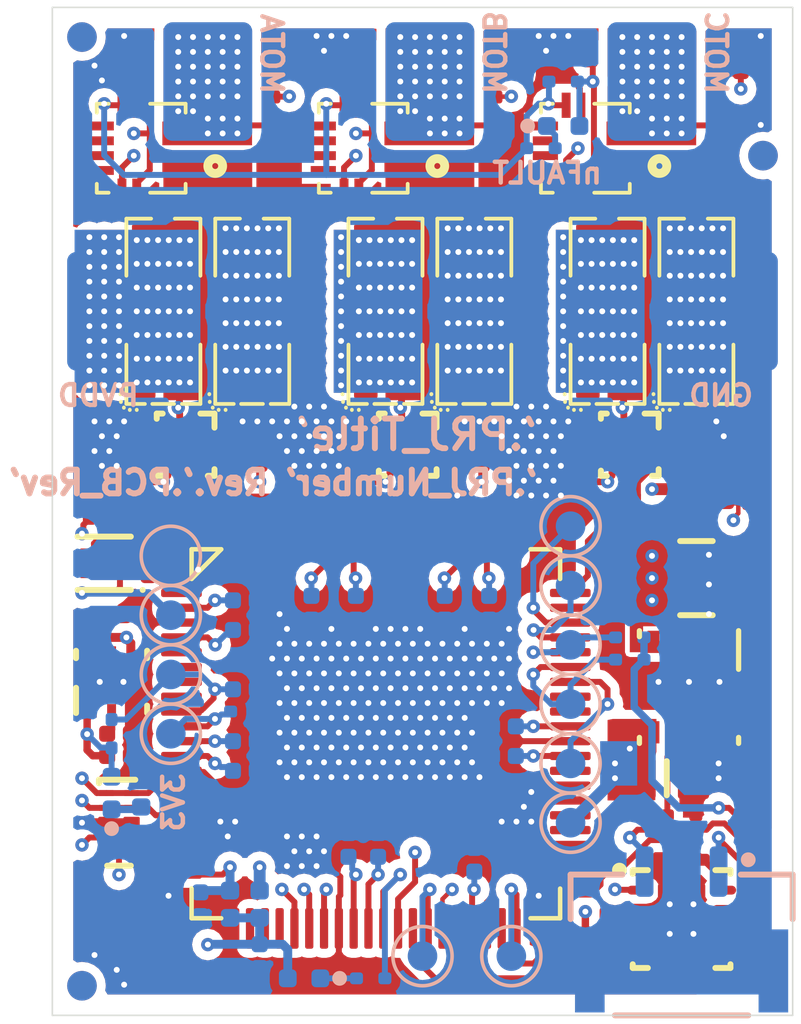
<source format=kicad_pcb>
(kicad_pcb (version 20221018) (generator pcbnew)
  (layers (0 "F.Cu" signal "Component Side") (1 "In1.Cu" signal "Signal Layer 1") (2 "In2.Cu" signal "Signal Layer 2") (31 "B.Cu" signal "Solder Side") (34 "B.Paste" user "Bottom Paste") (35 "F.Paste" user "Top Paste") (36 "B.SilkS" user "Bottom Overlay") (37 "F.SilkS" user "Top Overlay") (38 "B.Mask" user "Bottom Solder") (39 "F.Mask" user "Top Solder") (44 "Edge.Cuts" user))
  (net 0 "")
  (net 1 "B2")
  (net 2 "VDDIO")
  (net 3 "VDDA")
  (net 4 "V_C")
  (net 5 "V_B")
  (net 6 "V_A")
  (net 7 "SDA")
  (net 8 "SCL")
  (net 9 "PHC")
  (net 10 "PHB")
  (net 11 "PHA")
  (net 12 "nTRST")
  (net 13 "NetC18_2")
  (net 14 "NetC17_2")
  (net 15 "NetC16_2")
  (net 16 "NetC15_2")
  (net 17 "NetC14_2")
  (net 18 "NetC12_2")
  (net 19 "CAN_TX")
  (net 20 "CAN_RX")
  (net 21 "CAN_L")
  (net 22 "CAN_H")
  (net 23 "CAN_EN")
  (net 24 "B1")
  (net 25 "B0")
  (net 26 "A5_TEMP")
  (net 27 "A1")
  (net 28 "NetC9_2")
  (net 29 "NetD4_1")
  (net 30 "NetQ2C_1")
  (net 31 "NetQ2B_1")
  (net 32 "NetQ2A_1")
  (net 33 "NetQ1C_1")
  (net 34 "NetQ1B_1")
  (net 35 "NetQ1A_1")
  (net 36 "5V")
  (net 37 "NetC1C_1")
  (net 38 "NetC1B_1")
  (net 39 "NetC1A_1")
  (net 40 "HSC")
  (net 41 "HSB")
  (net 42 "HSA")
  (net 43 "NetR27_1")
  (net 44 "LED")
  (net 45 "GPIO34")
  (net 46 "NetD3_1")
  (net 47 "NetD1_1")
  (net 48 "SCI_TX_out")
  (net 49 "SCI_RX_in")
  (net 50 "TMS")
  (net 51 "TDO")
  (net 52 "TDI")
  (net 53 "TCK")
  (net 54 "NRESET")
  (net 55 "I_C")
  (net 56 "I_B")
  (net 57 "I_A")
  (net 58 "3V3")
  (net 59 "GND")
  (net 60 "INH_A")
  (net 61 "INH_B")
  (net 62 "INH_C")
  (net 63 "INL_A")
  (net 64 "INL_B")
  (net 65 "INL_C")
  (net 66 "NFAULT")
  (net 67 "PVDD")
  (net 68 "VSEN_PVDD")
  (footprint "Resistor_AB.DbLib:RESC1005X04L" (layer "F.Cu") (at 157.25109 115.2536 180)
    (fp_text reference "R28" hide)
    (fp_text value "24k3" hide)
  )
  (footprint "Resistor_AB.DbLib:ACS711EX" (layer "F.Cu") (at 154.00109 92.7536 180)
    (fp_text reference "U4C" hide)
    (fp_text value "ACS711KEXLT-31AB-T" hide)
  )
  (footprint "Resistor_AB.DbLib:EPC2X40XL" (layer "F.Cu") (at 157.75109 98.2536 90)
    (fp_text reference "Q2C" hide)
    (fp_text value "EPC2021" hide)
  )
  (footprint "Resistor_AB.DbLib:CAPC1005X05L" (layer "F.Cu") (at 150.5011 103.0036 -90)
    (fp_text reference "C32B" hide)
    (fp_text value "4.7µF" hide)
  )
  (footprint "Resistor_AB.DbLib:CAPC1005X05L" (layer "F.Cu") (at 138.2511 112.5036 180)
    (fp_text reference "C9" hide)
    (fp_text value "0.01µF" hide)
  )
  (footprint "D:_Users_Andrew_Documents_Proj_Altium_PCB_Lib_Capacitor_AB.DBLib/Capacitor_AB_CAPC2012X135N" (layer "F.Cu") (at 156.7511 114.0036 180)
    (fp_text reference "C21" hide)
    (fp_text value "47µF" hide)
  )
  (footprint "Resistor_AB.DbLib:EPC2X40XL" (layer "F.Cu") (at 150.25109 98.2536 90)
    (fp_text reference "Q2B" hide)
    (fp_text value "EPC2021" hide)
  )
  (footprint "Capacitor_AB.DBLib:SON65P300X100_HS-9N" (layer "F.Cu") (at 157.25109 118.7536)
    (fp_text reference "U7" hide)
    (fp_text value "TJA1051TK/3" hide)
  )
  (footprint "My_PCB.PcbLib:FIDUCIAL_TOP_C100-200" (layer "F.Cu") (at 137.0011 121.0036 90)
    (fp_text reference "FID5" hide)
    (fp_text value "Fiducial" hide)
  )
  (footprint "My_PCB.PcbLib:SIL0010A" (layer "F.Cu") (at 157.5011 110.9286 -90)
    (fp_text reference "U2" hide)
    (fp_text value "LMZM23601SILT" hide)
  )
  (footprint "Resistor_AB.DbLib:CAPC1005X05L" (layer "F.Cu") (at 142.00109 103.0036 -90)
    (fp_text reference "C8A" hide)
    (fp_text value "1µF" hide)
  )
  (footprint "Resistor_AB.DbLib:YFX0012AHAP" (layer "F.Cu") (at 140.5011 102.7536 -90)
    (fp_text reference "U1A" hide)
    (fp_text value "LMG1205YFXR" hide)
  )
  (footprint "Resistor_AB.DbLib:CAPC1005X05L" (layer "F.Cu") (at 159.25109 89.7536 -90)
    (fp_text reference "C31C" hide)
    (fp_text value "0.1µF" hide)
  )
  (footprint "Resistor_AB.DbLib:YFX0012AHAP" (layer "F.Cu") (at 155.50109 102.7536 -90)
    (fp_text reference "U1C" hide)
    (fp_text value "LMG1205YFXR" hide)
  )
  (footprint "Resistor_AB.DbLib:EPC2X40XL" (layer "F.Cu") (at 139.7511 98.2536 90)
    (fp_text reference "Q1A" hide)
    (fp_text value "EPC2021" hide)
  )
  (footprint "My_PCB.PcbLib:FIDUCIAL_TOP_C100-200" (layer "F.Cu") (at 137.0011 89.0036 90)
    (fp_text reference "FID6" hide)
    (fp_text value "Fiducial" hide)
  )
  (footprint "Resistor_AB.DbLib:RESC1005X04L" (layer "F.Cu") (at 137.7511 104.5036 180)
    (fp_text reference "R6" hide)
    (fp_text value "4k99" hide)
  )
  (footprint "Resistor_AB.DbLib:CAPC1005X05L" (layer "F.Cu") (at 154.7511 119.0036 -90)
    (fp_text reference "C35" hide)
    (fp_text value "0.1µF" hide)
  )
  (footprint "Resistor_AB.DbLib:RESC1005X04L" (layer "F.Cu") (at 158.5011 89.7536 -90)
    (fp_text reference "R10C" hide)
    (fp_text value "4k99" hide)
  )
  (footprint "Resistor_AB.DbLib:DRV0006A" (layer "F.Cu") (at 138.0011 110.7536 90)
    (fp_text reference "U5" hide)
    (fp_text value "TPS73533DRV" hide)
  )
  (footprint "Resistor_AB.DbLib:RESC1005X04L" (layer "F.Cu") (at 151.00109 89.7536 -90)
    (fp_text reference "R10B" hide)
    (fp_text value "4k99" hide)
  )
  (footprint "Resistor_AB.DbLib:YFX0012AHAP" (layer "F.Cu") (at 148.00109 102.7536 -90)
    (fp_text reference "U1B" hide)
    (fp_text value "LMG1205YFXR" hide)
  )
  (footprint "Resistor_AB.DbLib:EPC2X40XL" (layer "F.Cu") (at 142.7511 98.2536 90)
    (fp_text reference "Q2A" hide)
    (fp_text value "EPC2021" hide)
  )
  (footprint "Resistor_AB.DbLib:CAPC1005X05L" (layer "F.Cu") (at 144.2511 89.7536 -90)
    (fp_text reference "C31A" hide)
    (fp_text value "0.1µF" hide)
  )
  (footprint "Resistor_AB.DbLib:ACS711EX" (layer "F.Cu") (at 146.50109 92.7536 180)
    (fp_text reference "U4B" hide)
    (fp_text value "ACS711KEXLT-31AB-T" hide)
  )
  (footprint "Resistor_AB.DbLib:CAPC1005X05L" (layer "F.Cu") (at 151.75109 89.7536 -90)
    (fp_text reference "C31B" hide)
    (fp_text value "0.1µF" hide)
  )
  (footprint "Resistor_AB.DbLib:SON40P170X60-6N" (layer "F.Cu") (at 137.7511 106.7536 180)
    (fp_text reference "U6" hide)
    (fp_text value "M24C16-FMH6TG" hide)
  )
  (footprint "Resistor_AB.DbLib:RESC1005X04L" (layer "F.Cu") (at 159.5011 104.2536 -90)
    (fp_text reference "R16" hide)
    (fp_text value "4k99" hide)
  )
  (footprint "Resistor_AB.DbLib:EPC2X40XL" (layer "F.Cu") (at 147.25109 98.2536 90)
    (fp_text reference "Q1B" hide)
    (fp_text value "EPC2021" hide)
  )
  (footprint "Resistor_AB.DbLib:CAPC1005X05L" (layer "F.Cu") (at 138.0011 108.5036 180)
    (fp_text reference "C7" hide)
    (fp_text value "2.2µF" hide)
  )
  (footprint "Capacitor_AB.DBLib:PN80-L" (layer "F.Cu") (at 146.9261 112.5036)
    (fp_text reference "U3" hide)
    (fp_text value "TMS320F28062FPNT" hide)
  )
  (footprint "Resistor_AB.DbLib:CAPC1005X05L" (layer "F.Cu") (at 146.50109 103.5036 -90)
    (fp_text reference "C1B" hide)
    (fp_text value "0.1µF" hide)
  )
  (footprint "Resistor_AB.DbLib:RESC1005X04L" (layer "F.Cu") (at 155.7511 115.2536 180)
    (fp_text reference "R27" hide)
    (fp_text value "100k" hide)
  )
  (footprint "Resistor_AB.DbLib:RESC1005X04L" (layer "F.Cu") (at 157.5011 116.7536)
    (fp_text reference "R12" hide)
    (fp_text value "2k2" hide)
  )
  (footprint "Resistor_AB.DbLib:CAPC1005X05L" (layer "F.Cu") (at 158.7511 104.2536 -90)
    (fp_text reference "C22" hide)
    (fp_text value "0.1µF" hide)
  )
  (footprint "My_PCB.PcbLib:FIDUCIAL_TOP_C100-200" (layer "F.Cu") (at 160.0011 93.0036 90)
    (fp_text reference "FID4" hide)
    (fp_text value "Fiducial" hide)
  )
  (footprint "Resistor_AB.DbLib:RESC1005X04L" (layer "F.Cu") (at 151.00109 91.5036 -90)
    (fp_text reference "R9B" hide)
    (fp_text value "47k" hide)
  )
  (footprint "Resistor_AB.DbLib:RESC1005X04L" (layer "F.Cu") (at 157.7511 105.2536 180)
    (fp_text reference "R14" hide)
    (fp_text value "47k" hide)
  )
  (footprint "Resistor_AB.DbLib:CAPC1005X05L" (layer "F.Cu") (at 158.0011 103.0036 -90)
    (fp_text reference "C32C" hide)
    (fp_text value "4.7µF" hide)
  )
  (footprint "Resistor_AB.DbLib:DQA0010A" (layer "F.Cu") (at 138.2511 115.5036)
    (fp_text reference "D2" hide)
    (fp_text value "TPD4E05U06QDQARQ1" hide)
  )
  (footprint "Resistor_AB.DbLib:RESC1005X04L" (layer "F.Cu") (at 158.5011 91.5036 -90)
    (fp_text reference "R9C" hide)
    (fp_text value "47k" hide)
  )
  (footprint "Resistor_AB.DbLib:RESC1005X04L" (layer "F.Cu") (at 143.5011 89.7536 -90)
    (fp_text reference "R10A" hide)
    (fp_text value "4k99" hide)
  )
  (footprint "Resistor_AB.DbLib:CAPC1005X05L" (layer "F.Cu") (at 149.50109 103.0036 -90)
    (fp_text reference "C8B" hide)
    (fp_text value "1µF" hide)
  )
  (footprint "Resistor_AB.DbLib:CAPC1005X05L" (layer "F.Cu") (at 153.75109 89.7536)
    (fp_text reference "C6C" hide)
    (fp_text value "0.1µF" hide)
  )
  (footprint "Resistor_AB.DbLib:CAPC1005X05L" (layer "F.Cu") (at 154.00109 103.5036 -90)
    (fp_text reference "C1C" hide)
    (fp_text value "0.1µF" hide)
  )
  (footprint "Resistor_AB.DbLib:CAPC1005X05L" (layer "F.Cu") (at 143.0011 103.0036 -90)
    (fp_text reference "C32A" hide)
    (fp_text value "4.7µF" hide)
  )
  (footprint "Resistor_AB.DbLib:RESC1005X04L" (layer "F.Cu") (at 143.5011 91.5036 -90)
    (fp_text reference "R9A" hide)
    (fp_text value "47k" hide)
  )
  (footprint "Resistor_AB.DbLib:CAPC1005X05L" (layer "F.Cu") (at 158.0011 121.0036)
    (fp_text reference "C36" hide)
    (fp_text value "0.1µF" hide)
  )
  (footprint "Resistor_AB.DbLib:ACS711EX" (layer "F.Cu") (at 139.0011 92.7536 180)
    (fp_text reference "U4A" hide)
    (fp_text value "ACS711KEXLT-31AB-T" hide)
  )
  (footprint "Resistor_AB.DbLib:CAPC1005X05L" (layer "F.Cu") (at 139.2511 106.7536 -90)
    (fp_text reference "C30" hide)
    (fp_text value "0.1µF" hide)
  )
  (footprint "Resistor_AB.DbLib:EPC2X40XL" (layer "F.Cu") (at 154.75109 98.2536 90)
    (fp_text reference "Q1C" hide)
    (fp_text value "EPC2021" hide)
  )
  (footprint "D:_Users_Andrew_Documents_Proj_Altium_PCB_Lib_Capacitor_AB.DBLib/Capacitor_AB_CAPC3225X140N" (layer "F.Cu") (at 157.7511 107.2536 180)
    (fp_text reference "C20" hide)
    (fp_text value "10µF" hide)
  )
  (footprint "Resistor_AB.DbLib:CAPC1005X05L" (layer "F.Cu") (at 146.25109 89.7536)
    (fp_text reference "C6B" hide)
    (fp_text value "0.1µF" hide)
  )
  (footprint "Resistor_AB.DbLib:RESC1005X04L" (layer "F.Cu") (at 137.7311 105.2536 180)
    (fp_text reference "R8" hide)
    (fp_text value "4k99" hide)
  )
  (footprint "Resistor_AB.DbLib:CAPC1005X05L" (layer "F.Cu") (at 157.00109 103.0036 -90)
    (fp_text reference "C8C" hide)
    (fp_text value "1µF" hide)
  )
  (footprint "Resistor_AB.DbLib:CAPC1005X05L" (layer "F.Cu") (at 138.2511 113.2536 180)
    (fp_text reference "C13" hide)
    (fp_text value "2.2µF" hide)
  )
  (footprint "Resistor_AB.DbLib:CAPC1005X05L" (layer "F.Cu") (at 139.0011 103.5036 -90)
    (fp_text reference "C1A" hide)
    (fp_text value "0.1µF" hide)
  )
  (footprint "Resistor_AB.DbLib:CAPC1005X05L" (layer "F.Cu") (at 138.7511 89.7536)
    (fp_text reference "C6A" hide)
    (fp_text value "0.1µF" hide)
  )
  (footprint "Resistor_AB.DbLib:RESC1005X04L" (layer "B.Cu") (at 146.7511 120.7536 180)
    (fp_text reference "R20" hide)
    (fp_text value "330 ohm" hide)
  )
  (footprint "Resistor_AB.DbLib:WL-SMCC_0402 B" (layer "B.Cu") (at 144.5011 120.7536 180)
    (fp_text reference "D4" hide)
    (fp_text value "Blue" hide)
  )
  (footprint "Resistor_AB.DbLib:CAPC1005X05L" (layer "B.Cu") (at 142.5011 113.7536 180)
    (fp_text reference "C14" hide)
    (fp_text value "2.2µF" hide)
  )
  (footprint "D:_Users_Andrew_Documents_Proj_Altium_PCB_Lib_My_PCB.PcbLib_CAPC1608X87N" (layer "B.Cu") (at 148.75109 99.0036 180)
    (fp_text reference "C4B" hide)
    (fp_text value "1µF" hide)
  )
  (footprint "Resistor_AB.DbLib:RESC1005X04L" (layer "B.Cu") (at 155.5011 110.0036)
    (fp_text reference "R4" hide)
    (fp_text value "2k2" hide)
  )
  (footprint "D:_Users_Andrew_Documents_Proj_Altium_PCB_Lib_Resistor_AB.DbLib/Resistor_AB_RESC1005X40N" (layer "B.Cu") (at 139.0011 114.5036 -90)
    (fp_text reference "R11" hide)
    (fp_text value "330 ohm" hide)
  )
  (footprint "Resistor_AB.DbLib:CAPC1005X05L" (layer "B.Cu") (at 150.2511 116.7536 -90)
    (fp_text reference "C10" hide)
    (fp_text value "0.1µF" hide)
  )
  (footprint "Capacitor_AB.DBLib:JST_BM03B" (layer "B.Cu") (at 157.25109 120.5036 180)
    (fp_text reference "P1" hide)
    (fp_text value "BM03B-GHS-TBT" hide)
  )
  (footprint "Resistor_AB.DbLib:CAPC1005X05L" (layer "B.Cu") (at 142.5011 108.0036 180)
    (fp_text reference "C12" hide)
    (fp_text value "2.2µF" hide)
  )
  (footprint "My_PCB.PcbLib:FIDUCIAL_TOP_C100-200" (layer "B.Cu") (at 160.0011 93.0036 90)
    (fp_text reference "FID1" hide)
    (fp_text value "Fiducial" hide)
  )
  (footprint "D:_Users_Andrew_Documents_Proj_Altium_PCB_Lib_My_PCB.PcbLib_CAPC1608X87N" (layer "B.Cu") (at 148.75109 100.5036 180)
    (fp_text reference "C5B" hide)
    (fp_text value "1µF" hide)
  )
  (footprint "Resistor_AB.DbLib:J_pin_3x4" (layer "B.Cu") (at 159.0011 98.2536 180)
    (fp_text reference "J5" hide)
    (fp_text value "2 way net tie junction" hide)
  )
  (footprint "Resistor_AB.DbLib:RESC1005X04L" (layer "B.Cu") (at 155.5011 109.2536)
    (fp_text reference "R5" hide)
    (fp_text value "2k2" hide)
  )
  (footprint "Capacitor_AB.DBLib:TESTPOINT_1" (layer "B.Cu") (at 148.5011 120.0036 180)
    (fp_text reference "T4" hide)
    (fp_text value "Test_Point_L" hide)
  )
  (footprint "D:_Users_Andrew_Documents_Proj_Altium_PCB_Lib_My_PCB.PcbLib_CAPC1608X87N" (layer "B.Cu") (at 156.25109 100.5036 180)
    (fp_text reference "C5C" hide)
    (fp_text value "1µF" hide)
  )
  (footprint "D:_Users_Andrew_Documents_Proj_Altium_PCB_Lib_My_PCB.PcbLib_CAPC1608X87N" (layer "B.Cu") (at 148.75109 96.0036 180)
    (fp_text reference "C2B" hide)
    (fp_text value "1µF" hide)
  )
  (footprint "Resistor_AB.DbLib:CAPC1005X05L" (layer "B.Cu") (at 147.0011 116.2536 -90)
    (fp_text reference "C24" hide)
    (fp_text value "2.2µF" hide)
  )
  (footprint "Resistor_AB.DbLib:WL-SMCC_0402 G" (layer "B.Cu") (at 138.0011 114.5036 90)
    (fp_text reference "D3" hide)
    (fp_text value "Green" hide)
  )
  (footprint "Resistor_AB.DbLib:WL-SMCC_0402 R" (layer "B.Cu") (at 153.2511 92.0036)
    (fp_text reference "D1" hide)
    (fp_text value "Red" hide)
  )
  (footprint "Resistor_AB.DbLib:CAPC1005X05L" (layer "B.Cu") (at 142.5011 109.0036 180)
    (fp_text reference "C27" hide)
    (fp_text value "2.2µF" hide)
  )
  (footprint "Resistor_AB.DbLib:RESC1005X04L" (layer "B.Cu") (at 153.2511 90.5036)
    (fp_text reference "R3" hide)
    (fp_text value "10k" hide)
  )
  (footprint "D:_Users_Andrew_Documents_Proj_Altium_PCB_Lib_My_PCB.PcbLib_CAPC1608X87N" (layer "B.Cu") (at 148.75109 97.5036 180)
    (fp_text reference "C3B" hide)
    (fp_text value "1µF" hide)
  )
  (footprint "D:_Users_Andrew_Documents_Proj_Altium_PCB_Lib_My_PCB.PcbLib_CAPC1608X87N" (layer "B.Cu") (at 141.2511 96.0036 180)
    (fp_text reference "C2A" hide)
    (fp_text value "1µF" hide)
  )
  (footprint "Capacitor_AB.DBLib:TESTPOINT_1" (layer "B.Cu") (at 153.5011 113.5036 180)
    (fp_text reference "T6" hide)
    (fp_text value "Test_Point_L" hide)
  )
  (footprint "Resistor_AB.DbLib:CAPC1005X05L" (layer "B.Cu") (at 151.2511 113.2536)
    (fp_text reference "C26" hide)
    (fp_text value "2.2µF" hide)
  )
  (footprint "Capacitor_AB.DBLib:TESTPOINT_1" (layer "B.Cu") (at 153.5011 111.5036 180)
    (fp_text reference "T9" hide)
    (fp_text value "Test_Point_L" hide)
  )
  (footprint "D:_Users_Andrew_Documents_Proj_Altium_PCB_Lib_My_PCB.PcbLib_CAPC1608X87N" (layer "B.Cu") (at 141.2511 99.0036 180)
    (fp_text reference "C4A" hide)
    (fp_text value "1µF" hide)
  )
  (footprint "My_PCB.PcbLib:FIDUCIAL_TOP_C100-200" (layer "B.Cu") (at 137.0011 121.0036 90)
    (fp_text reference "FID2" hide)
    (fp_text value "Fiducial" hide)
  )
  (footprint "Capacitor_AB.DBLib:TESTPOINT_1" (layer "B.Cu") (at 140.0011 108.5036 180)
    (fp_text reference "T2" hide)
    (fp_text value "Test_Point_L" hide)
  )
  (footprint "Resistor_AB.DbLib:CAPC1005X05L" (layer "B.Cu") (at 143.0011 120.0036 90)
    (fp_text reference "C19" hide)
    (fp_text value "2.2µF" hide)
  )
  (footprint "Resistor_AB.DbLib:CAPC1005X05L" (layer "B.Cu") (at 146.0011 116.2536 -90)
    (fp_text reference "C15" hide)
    (fp_text value "2.2µF" hide)
  )
  (footprint "Resistor_AB.DbLib:CAPC1005X05L" (layer "B.Cu") (at 142.5011 111.0036 180)
    (fp_text reference "C29" hide)
    (fp_text value "0.1µF" hide)
  )
  (footprint "Capacitor_AB.DBLib:TESTPOINT_1" (layer "B.Cu") (at 151.5011 120.0036 180)
    (fp_text reference "T3" hide)
    (fp_text value "Test_Point_L" hide)
  )
  (footprint "D:_Users_Andrew_Documents_Proj_Altium_PCB_Lib_My_PCB.PcbLib_CAPC1608X87N" (layer "B.Cu") (at 141.2511 97.5036 180)
    (fp_text reference "C3A" hide)
    (fp_text value "1µF" hide)
  )
  (footprint "Capacitor_AB.DBLib:TESTPOINT_1" (layer "B.Cu") (at 140.0011 112.5036 180)
    (fp_text reference "T5" hide)
    (fp_text value "Test_Point_L" hide)
  )
  (footprint "My_PCB.PcbLib:FIDUCIAL_TOP_C100-200" (layer "B.Cu") (at 137.0011 89.0036 90)
    (fp_text reference "FID3" hide)
    (fp_text value "Fiducial" hide)
  )
  (footprint "Capacitor_AB.DBLib:TESTPOINT_1" (layer "B.Cu") (at 153.5011 115.5036 180)
    (fp_text reference "T1" hide)
    (fp_text value "Test_Point_L" hide)
  )
  (footprint "Resistor_AB.DbLib:CAPC1005X05L" (layer "B.Cu") (at 146.2511 108.2536 90)
    (fp_text reference "C18" hide)
    (fp_text value "2.2µF" hide)
  )
  (footprint "Resistor_AB.DbLib:J_pin_3x4" (layer "B.Cu") (at 156.25109 90.5036)
    (fp_text reference "J1C" hide)
    (fp_text value "2 way net tie junction" hide)
  )
  (footprint "Capacitor_AB.DBLib:TESTPOINT_1" (layer "B.Cu") (at 153.5011 105.5036 180)
    (fp_text reference "T7" hide)
    (fp_text value "Test_Point_L" hide)
  )
  (footprint "Resistor_AB.DbLib:RESC1005X04L" (layer "B.Cu") (at 138.0011 112.5036 -90)
    (fp_text reference "R2" hide)
    (fp_text value "10k" hide)
  )
  (footprint "Capacitor_AB.DBLib:TESTPOINT_1" (layer "B.Cu") (at 153.5011 109.5036 180)
    (fp_text reference "T10" hide)
    (fp_text value "Test_Point_L" hide)
  )
  (footprint "Capacitor_AB.DBLib:TESTPOINT_1" (layer "B.Cu") (at 140.0011 106.5036 180)
    (fp_text reference "T11" hide)
    (fp_text value "Test_Point_L" hide)
  )
  (footprint "Resistor_AB.DbLib:J_pin_3x4" (layer "B.Cu") (at 148.75109 90.5036)
    (fp_text reference "J1B" hide)
    (fp_text value "2 way net tie junction" hide)
  )
  (footprint "Resistor_AB.DbLib:CAPC1005X05L" (layer "B.Cu") (at 142.5011 112.7536 180)
    (fp_text reference "C23" hide)
    (fp_text value "2.2µF" hide)
  )
  (footprint "Resistor_AB.DbLib:CAPC1005X05L" (layer "B.Cu") (at 150.7511 108.2536 90)
    (fp_text reference "C28" hide)
    (fp_text value "2.2µF" hide)
  )
  (footprint "D:_Users_Andrew_Documents_Proj_Altium_PCB_Lib_My_PCB.PcbLib_CAPC1608X87N" (layer "B.Cu") (at 156.25109 99.0036 180)
    (fp_text reference "C4C" hide)
    (fp_text value "1µF" hide)
  )
  (footprint "Resistor_AB.DbLib:J_pin_3x4" (layer "B.Cu") (at 138.0011 98.2536 180)
    (fp_text reference "J4" hide)
    (fp_text value "2 way net tie junction" hide)
  )
  (footprint "Resistor_AB.DbLib:CAPC1005X05L" (layer "B.Cu") (at 141.0011 118.2536 90)
    (fp_text reference "C11" hide)
    (fp_text value "2.2µF" hide)
  )
  (footprint "D:_Users_Andrew_Documents_Proj_Altium_PCB_Lib_My_PCB.PcbLib_CAPC1608X87N" (layer "B.Cu") (at 141.2511 100.5036 180)
    (fp_text reference "C5A" hide)
    (fp_text value "1µF" hide)
  )
  (footprint "Capacitor_AB.DBLib:INDC1005X55N" (layer "B.Cu") (at 142.00109 118.2536 90)
    (fp_text reference "L1" hide)
    (fp_text value "BKP1005HS221-T" hide)
  )
  (footprint "Resistor_AB.DbLib:CAPC1005X05L" (layer "B.Cu") (at 149.2511 108.2536 90)
    (fp_text reference "C17" hide)
    (fp_text value "2.2µF" hide)
  )
  (footprint "Resistor_AB.DbLib:J_pin_3x4" (layer "B.Cu") (at 141.2511 90.5036)
    (fp_text reference "J1A" hide)
    (fp_text value "2 way net tie junction" hide)
  )
  (footprint "Resistor_AB.DbLib:RESC1005X04L" (layer "B.Cu") (at 142.5011 111.7536 180)
    (fp_text reference "R1" hide)
    (fp_text value "2k2" hide)
  )
  (footprint "D:_Users_Andrew_Documents_Proj_Altium_PCB_Lib_My_PCB.PcbLib_CAPC1608X87N" (layer "B.Cu") (at 156.25109 97.5036 180)
    (fp_text reference "C3C" hide)
    (fp_text value "1µF" hide)
  )
  (footprint "Resistor_AB.DbLib:CAPC1005X05L" (layer "B.Cu") (at 144.7511 108.2536 90)
    (fp_text reference "C25" hide)
    (fp_text value "2.2µF" hide)
  )
  (footprint "Resistor_AB.DbLib:CAPC1005X05L" (layer "B.Cu") (at 151.2511 112.2536)
    (fp_text reference "C16" hide)
    (fp_text value "2.2µF" hide)
  )
  (footprint "D:_Users_Andrew_Documents_Proj_Altium_PCB_Lib_My_PCB.PcbLib_CAPC1608X87N" (layer "B.Cu") (at 156.25109 96.0036 180)
    (fp_text reference "C2C" hide)
    (fp_text value "1µF" hide)
  )
  (footprint "Resistor_AB.DbLib:RESC1005X04L" (layer "B.Cu") (at 152.5011 92.7536)
    (fp_text reference "R7" hide)
    (fp_text value "330 ohm" hide)
  )
  (footprint "Capacitor_AB.DBLib:TESTPOINT_1" (layer "B.Cu") (at 153.5011 107.5036 180)
    (fp_text reference "T8" hide)
    (fp_text value "Test_Point_L" hide)
  )
  (footprint "Capacitor_AB.DBLib:INDC1005X55N" (layer "B.Cu") (at 143.0011 118.2536 90)
    (fp_text reference "L2" hide)
    (fp_text value "BLM15PD600SN1D" hide)
  )
  (footprint "Capacitor_AB.DBLib:TESTPOINT_1" (layer "B.Cu") (at 140.0011 110.5036 180)
    (fp_text reference "T12" hide)
    (fp_text value "Test_Point_L" hide)
  )
  (gr_line (start 136.0011 122.0036) (end 161.0011 122.0036) (stroke (width 0.05)) (layer "Edge.Cuts"))
  (gr_line (start 161.00109 88.0036) (end 136.0011 88.0036) (stroke (width 0.05)) (layer "Edge.Cuts"))
  (gr_line (start 161.0011 122.0036) (end 161.00109 88.0036) (stroke (width 0.05)) (layer "Edge.Cuts"))
  (gr_line (start 136.0011 88.0036) (end 136.0011 122.0036) (stroke (width 0.05)) (layer "Edge.Cuts"))
  (gr_text "GND" (at 159.7511 101.5036 360) (layer "B.SilkS") (effects (font (size 0.7 0.7)) (justify left bottom mirror)))
  (gr_text "3V3" (at 140.5011 113.7536 90) (layer "B.SilkS") (effects (font (size 0.7 0.7)) (justify left bottom mirror)))
  (gr_text "'.PRJ_Number' Rev.'.PCB_Rev'" (at 152.5011 104.5036 360) (layer "B.SilkS") (effects (font (size 0.8 0.8) (thickness 0.2)) (justify left bottom mirror)))
  (gr_text "MOTA" (at 143.0011 91.0036 270) (layer "B.SilkS") (effects (font (size 0.7 0.7)) (justify left bottom mirror)))
  (gr_text "MOTC" (at 158.0011 91.0036 270) (layer "B.SilkS") (effects (font (size 0.7 0.7)) (justify left bottom mirror)))
  (gr_text "'.PRJ_Title'" (at 152.5011 103.0036 360) (layer "B.SilkS") (effects (font (size 1 1) (thickness 0.2)) (justify left bottom mirror)))
  (gr_text "nFAULT" (at 154.64182 94.0036 360) (layer "B.SilkS") (effects (font (size 0.7 0.7)) (justify left bottom mirror)))
  (gr_text "PVDD" (at 139.0011 101.5036 360) (layer "B.SilkS") (effects (font (size 0.7 0.7)) (justify left bottom mirror)))
  (gr_text "MOTB" (at 150.5011 91.0036 270) (layer "B.SilkS") (effects (font (size 0.7 0.7)) (justify left bottom mirror)))
  (segment (start 141.49199 112.7536) (end 141.492 112.7536) (width 0.2) (layer "F.Cu") (net 2))
  (segment (start 152.242 113.2536) (end 153.492 113.2536) (width 0.2) (layer "F.Cu") (net 2))
  (segment (start 145.1761 106.8195) (end 145.1761 105.9377) (width 0.2) (layer "F.Cu") (net 2))
  (segment (start 141.492 109.5036) (end 141.5011 109.5036) (width 0.2) (layer "F.Cu") (net 2))
  (segment (start 140.3602 112.7536) (end 141.49199 112.7536) (width 0.2) (layer "F.Cu") (net 2))
  (segment (start 140.3602 109.2536) (end 141.242 109.2536) (width 0.2) (layer "F.Cu") (net 2))
  (segment (start 144.742 107.2536) (end 145.1761 106.8195) (width 0.2) (layer "F.Cu") (net 2))
  (segment (start 141.242 109.2536) (end 141.492 109.5036) (width 0.2) (layer "F.Cu") (net 2))
  (segment (start 150.6761 107.1877) (end 150.6761 105.9377) (width 0.2) (layer "F.Cu") (net 2))
  (segment (start 146.6761 117.5786) (end 147.0011 117.2536) (width 0.2) (layer "F.Cu") (net 2))
  (segment (start 150.6761 107.1877) (end 150.74199 107.2536) (width 0.2) (layer "F.Cu") (net 2))
  (segment (start 146.6761 119.0695) (end 146.6761 117.5786) (width 0.2) (layer "F.Cu") (net 2))
  (via (at 141.5011 109.5036) (size 0.45) (drill 0.2) (layers "F.Cu" "B.Cu") (net 2))
  (via (at 144.742 107.2536) (size 0.45) (drill 0.2) (layers "F.Cu" "B.Cu") (net 2))
  (via (at 143.0011 117.0036) (size 0.45) (drill 0.2) (layers "F.Cu" "B.Cu") (net 2))
  (via (at 141.492 112.7536) (size 0.45) (drill 0.2) (layers "F.Cu" "B.Cu") (net 2))
  (via (at 147.0011 117.2536) (size 0.45) (drill 0.2) (layers "F.Cu" "B.Cu") (net 2))
  (via (at 152.242 113.2536) (size 0.45) (drill 0.2) (layers "F.Cu" "B.Cu") (net 2))
  (via (at 150.74199 107.2536) (size 0.45) (drill 0.2) (layers "F.Cu" "B.Cu") (net 2))
  (segment (start 143.0011 117.7936) (end 143.0011 117.0036) (width 0.4) (layer "B.Cu") (net 2))
  (segment (start 141.5011 112.7536) (end 142.10109 112.7536) (width 0.2) (layer "B.Cu") (net 2))
  (segment (start 141.5011 109.5036) (end 141.87233 109.13237) (width 0.2) (layer "B.Cu") (net 2))
  (segment (start 141.97233 109.13237) (end 142.10109 109.0036) (width 0.2) (layer "B.Cu") (net 2))
  (segment (start 150.7511 107.8536) (end 150.7511 107.2536) (width 0.2) (layer "B.Cu") (net 2))
  (segment (start 144.7511 107.8536) (end 144.7511 107.2536) (width 0.2) (layer "B.Cu") (net 2))
  (segment (start 151.6511 113.2536) (end 152.242 113.2536) (width 0.2) (layer "B.Cu") (net 2))
  (segment (start 141.87233 109.13237) (end 141.97233 109.13237) (width 0.2) (layer "B.Cu") (net 2))
  (segment (start 147.0011 117.2536) (end 147.0011 116.6536) (width 0.2) (layer "B.Cu") (net 2))
  (segment (start 152.242 113.2536) (end 152.2511 113.2536) (width 0.2) (layer "B.Cu") (net 2))
  (segment (start 141.7511 117.2536) (end 142.00109 117.0036) (width 0.2) (layer "F.Cu") (net 3))
  (segment (start 140.3602 117.2536) (end 141.7511 117.2536) (width 0.2) (layer "F.Cu") (net 3))
  (via (at 142.00109 117.0036) (size 0.45) (drill 0.2) (layers "F.Cu" "B.Cu") (net 3))
  (segment (start 141.0011 117.8536) (end 141.06109 117.7936) (width 0.3) (layer "B.Cu") (net 3))
  (segment (start 141.06109 117.7936) (end 142.00109 117.7936) (width 0.3) (layer "B.Cu") (net 3))
  (segment (start 142.00109 117.7936) (end 142.00109 117.0036) (width 0.3) (layer "B.Cu") (net 3))
  (segment (start 139.49266 115.7536) (end 140.3602 115.7536) (width 0.2) (layer "F.Cu") (net 4))
  (segment (start 158.5011 91.0236) (end 158.5011 90.2336) (width 0.2) (layer "F.Cu") (net 4))
  (segment (start 140.3602 115.7536) (end 140.3693 115.7536) (width 0.2) (layer "F.Cu") (net 4))
  (segment (start 159.25109 90.7536) (end 159.25109 90.1536) (width 0.2) (layer "F.Cu") (net 4))
  (segment (start 137.8261 116.0036) (end 138.6761 116.0036) (width 0.2) (layer "F.Cu") (net 4))
  (segment (start 137.2511 116.0036) (end 137.8261 116.0036) (width 0.2) (layer "F.Cu") (net 4))
  (segment (start 139.24265 116.0036) (end 139.49266 115.7536) (width 0.2) (layer "F.Cu") (net 4))
  (segment (start 138.6761 116.0036) (end 139.24265 116.0036) (width 0.2) (layer "F.Cu") (net 4))
  (segment (start 137.0011 116.2536) (end 137.2511 116.0036) (width 0.2) (layer "F.Cu") (net 4))
  (segment (start 159.1711 90.2336) (end 159.25109 90.1536) (width 0.2) (layer "F.Cu") (net 4))
  (segment (start 158.5011 90.2336) (end 159.1711 90.2336) (width 0.2) (layer "F.Cu") (net 4))
  (via (at 137.0011 116.2536) (size 0.45) (drill 0.2) (layers "F.Cu" "B.Cu") (net 4))
  (via (at 159.25109 90.7536) (size 0.45) (drill 0.2) (layers "F.Cu" "B.Cu") (net 4))
  (segment (start 137.0011 114.7536) (end 137.2511 115.0036) (width 0.2) (layer "F.Cu") (net 5))
  (segment (start 137.2511 115.0036) (end 137.8261 115.0036) (width 0.2) (layer "F.Cu") (net 5))
  (segment (start 139.24266 115.0036) (end 139.49266 115.2536) (width 0.2) (layer "F.Cu") (net 5))
  (segment (start 151.00109 91.0236) (end 151.00109 90.2336) (width 0.2) (layer "F.Cu") (net 5))
  (segment (start 151.4911 91.0136) (end 151.5011 91.0036) (width 0.15) (layer "F.Cu") (net 5))
  (segment (start 137.8261 115.0036) (end 138.6761 115.0036) (width 0.2) (layer "F.Cu") (net 5))
  (segment (start 138.6761 115.0036) (end 139.24266 115.0036) (width 0.2) (layer "F.Cu") (net 5))
  (segment (start 140.3602 115.2536) (end 140.3693 115.2536) (width 0.2) (layer "F.Cu") (net 5))
  (segment (start 151.01109 91.0136) (end 151.4911 91.0136) (width 0.15) (layer "F.Cu") (net 5))
  (segment (start 139.49266 115.2536) (end 140.3602 115.2536) (width 0.2) (layer "F.Cu") (net 5))
  (segment (start 151.00109 91.0236) (end 151.01109 91.0136) (width 0.15) (layer "F.Cu") (net 5))
  (segment (start 151.00109 90.2336) (end 151.6711 90.2336) (width 0.2) (layer "F.Cu") (net 5))
  (segment (start 151.6711 90.2336) (end 151.75109 90.1536) (width 0.2) (layer "F.Cu") (net 5))
  (via (at 137.0011 114.7536) (size 0.45) (drill 0.2) (layers "F.Cu" "B.Cu") (net 5))
  (via (at 151.5011 91.0036) (size 0.45) (drill 0.2) (layers "F.Cu" "B.Cu") (net 5))
  (segment (start 138.6761 114.5036) (end 139.24265 114.5036) (width 0.2) (layer "F.Cu") (net 6))
  (segment (start 144.1711 90.2336) (end 144.2511 90.1536) (width 0.2) (layer "F.Cu") (net 6))
  (segment (start 137.8261 114.5036) (end 138.6761 114.5036) (width 0.2) (layer "F.Cu") (net 6))
  (segment (start 137.5011 114.5036) (end 137.8261 114.5036) (width 0.2) (layer "F.Cu") (net 6))
  (segment (start 143.9911 91.0136) (end 144.0011 91.0036) (width 0.2) (layer "F.Cu") (net 6))
  (segment (start 143.5011 90.2336) (end 144.1711 90.2336) (width 0.2) (layer "F.Cu") (net 6))
  (segment (start 139.24265 114.5036) (end 139.49266 114.2536) (width 0.2) (layer "F.Cu") (net 6))
  (segment (start 143.5111 91.0136) (end 143.9911 91.0136) (width 0.2) (layer "F.Cu") (net 6))
  (segment (start 143.5011 91.0236) (end 143.5111 91.0136) (width 0.2) (layer "F.Cu") (net 6))
  (segment (start 143.5011 91.0236) (end 143.5011 90.2336) (width 0.2) (layer "F.Cu") (net 6))
  (segment (start 139.49266 114.2536) (end 140.3602 114.2536) (width 0.2) (layer "F.Cu") (net 6))
  (segment (start 137.0011 114.0036) (end 137.5011 114.5036) (width 0.2) (layer "F.Cu") (net 6))
  (via (at 144.0011 91.0036) (size 0.45) (drill 0.2) (layers "F.Cu" "B.Cu") (net 6))
  (via (at 137.0011 114.0036) (size 0.45) (drill 0.2) (layers "F.Cu" "B.Cu") (net 6))
  (segment (start 141.5011 106.53173) (end 141.97297 107.0036) (width 0.2) (layer "F.Cu") (net 7))
  (segment (start 142.36984 107.0036) (end 142.6852 106.68824) (width 0.2) (layer "F.Cu") (net 7))
  (segment (start 138.44825 105.1036) (end 140.36612 105.1036) (width 0.2) (layer "F.Cu") (net 7))
  (segment (start 138.23109 105.2536) (end 138.38109 105.1036) (width 0.2) (layer "F.Cu") (net 7))
  (segment (start 138.44825 105.1036) (end 138.44825 105.1036) (width 0.2) (layer "F.Cu") (net 7))
  (segment (start 138.38109 105.1036) (end 138.44825 105.1036) (width 0.2) (layer "F.Cu") (net 7))
  (segment (start 138.25109 106.3536) (end 138.25109 105.2936) (width 0.2) (layer "F.Cu") (net 7))
  (segment (start 141.97297 107.0036) (end 142.36984 107.0036) (width 0.2) (layer "F.Cu") (net 7))
  (segment (start 138.21109 105.2536) (end 138.23109 105.2536) (width 0.2) (layer "F.Cu") (net 7))
  (segment (start 141.5011 106.53173) (end 141.5011 106.23857) (width 0.2) (layer "F.Cu") (net 7))
  (segment (start 138.21109 105.2536) (end 138.25109 105.2936) (width 0.2) (layer "F.Cu") (net 7))
  (segment (start 142.6852 106.68824) (end 142.6852 105.9377) (width 0.2) (layer "F.Cu") (net 7))
  (segment (start 140.36612 105.1036) (end 141.5011 106.23857) (width 0.2) (layer "F.Cu") (net 7))
  (segment (start 137.40571 106.08395) (end 137.7411 105.74857) (width 0.2) (layer "F.Cu") (net 8))
  (segment (start 138.23109 104.5036) (end 138.4811 104.7536) (width 0.2) (layer "F.Cu") (net 8))
  (segment (start 137.40571 106.3536) (end 137.40571 106.08395) (width 0.2) (layer "F.Cu") (net 8))
  (segment (start 141.6952 105.9377) (end 142.1852 105.9377) (width 0.2) (layer "F.Cu") (net 8))
  (segment (start 138.4811 104.7536) (end 140.5111 104.7536) (width 0.2) (layer "F.Cu") (net 8))
  (segment (start 138.1111 104.6036) (end 138.21109 104.5036) (width 0.2) (layer "F.Cu") (net 8))
  (segment (start 137.7411 105.74857) (end 137.7411 104.9936) (width 0.2) (layer "F.Cu") (net 8))
  (segment (start 140.5111 104.7536) (end 141.6952 105.9377) (width 0.2) (layer "F.Cu") (net 8))
  (segment (start 137.25109 106.3536) (end 137.40571 106.3536) (width 0.2) (layer "F.Cu") (net 8))
  (segment (start 138.21109 104.5036) (end 138.23109 104.5036) (width 0.2) (layer "F.Cu") (net 8))
  (segment (start 137.7411 104.9936) (end 138.1111 104.6236) (width 0.2) (layer "F.Cu") (net 8))
  (segment (start 138.1111 104.6236) (end 138.1111 104.6036) (width 0.2) (layer "F.Cu") (net 8))
  (segment (start 157.25109 92.2536) (end 157.5211 91.9836) (width 0.2) (layer "F.Cu") (net 9))
  (segment (start 157.5211 91.9836) (end 158.5011 91.9836) (width 0.2) (layer "F.Cu") (net 9))
  (via (at 155.75109 90.0036) (size 0.45) (drill 0.2) (layers "F.Cu" "B.Cu") (net 9))
  (via (at 156.75109 90.0036) (size 0.45) (drill 0.2) (layers "F.Cu" "B.Cu") (net 9))
  (via (at 155.25109 90.5036) (size 0.45) (drill 0.2) (layers "F.Cu" "B.Cu") (net 9))
  (via (at 157.25109 91.0036) (size 0.45) (drill 0.2) (layers "F.Cu" "B.Cu") (net 9))
  (via (at 156.75109 90.5036) (size 0.45) (drill 0.2) (layers "F.Cu" "B.Cu") (net 9))
  (via (at 156.25109 91.0036) (size 0.45) (drill 0.2) (layers "F.Cu" "B.Cu") (net 9))
  (via (at 156.25109 90.5036) (size 0.45) (drill 0.2) (layers "F.Cu" "B.Cu") (net 9))
  (via (at 156.25109 89.0036) (size 0.45) (drill 0.2) (layers "F.Cu" "B.Cu") (net 9))
  (via (at 157.25109 90.5036) (size 0.45) (drill 0.2) (layers "F.Cu" "B.Cu") (net 9))
  (via (at 155.25109 91.5036) (size 0.45) (drill 0.2) (layers "F.Cu" "B.Cu") (net 9))
  (via (at 157.25109 91.7536) (size 0.45) (drill 0.2) (layers "F.Cu" "B.Cu") (net 9))
  (via (at 157.25109 92.2536) (size 0.45) (drill 0.2) (layers "F.Cu" "B.Cu") (net 9))
  (via (at 155.25109 89.0036) (size 0.45) (drill 0.2) (layers "F.Cu" "B.Cu") (net 9))
  (via (at 156.25109 89.5036) (size 0.45) (drill 0.2) (layers "F.Cu" "B.Cu") (net 9))
  (via (at 156.25109 91.7536) (size 0.45) (drill 0.2) (layers "F.Cu" "B.Cu") (net 9))
  (via (at 156.75109 89.0036) (size 0.45) (drill 0.2) (layers "F.Cu" "B.Cu") (net 9))
  (via (at 156.75109 89.5036) (size 0.45) (drill 0.2) (layers "F.Cu" "B.Cu") (net 9))
  (via (at 157.25109 89.0036) (size 0.45) (drill 0.2) (layers "F.Cu" "B.Cu") (net 9))
  (via (at 157.25109 90.0036) (size 0.45) (drill 0.2) (layers "F.Cu" "B.Cu") (net 9))
  (via (at 155.25109 89.5036) (size 0.45) (drill 0.2) (layers "F.Cu" "B.Cu") (net 9))
  (via (at 157.25109 89.5036) (size 0.45) (drill 0.2) (layers "F.Cu" "B.Cu") (net 9))
  (via (at 155.75109 90.5036) (size 0.45) (drill 0.2) (layers "F.Cu" "B.Cu") (net 9))
  (via (at 155.75109 89.5036) (size 0.45) (drill 0.2) (layers "F.Cu" "B.Cu") (net 9))
  (via (at 156.25109 92.2536) (size 0.45) (drill 0.2) (layers "F.Cu" "B.Cu") (net 9))
  (via (at 156.75109 91.7536) (size 0.45) (drill 0.2) (layers "F.Cu" "B.Cu") (net 9))
  (via (at 155.75109 91.5036) (size 0.45) (drill 0.2) (layers "F.Cu" "B.Cu") (net 9))
  (via (at 155.75109 89.0036) (size 0.45) (drill 0.2) (layers "F.Cu" "B.Cu") (net 9))
  (via (at 156.75109 91.0036) (size 0.45) (drill 0.2) (layers "F.Cu" "B.Cu") (net 9))
  (via (at 156.75109 92.2536) (size 0.45) (drill 0.2) (layers "F.Cu" "B.Cu") (net 9))
  (via (at 155.75109 91.0036) (size 0.45) (drill 0.2) (layers "F.Cu" "B.Cu") (net 9))
  (via (at 155.25109 90.0036) (size 0.45) (drill 0.2) (layers "F.Cu" "B.Cu") (net 9))
  (via (at 156.25109 90.0036) (size 0.45) (drill 0.2) (layers "F.Cu" "B.Cu") (net 9))
  (via (at 155.25109 91.0036) (size 0.45) (drill 0.2) (layers "F.Cu" "B.Cu") (net 9))
  (segment (start 150.0211 91.9836) (end 151.00109 91.9836) (width 0.2) (layer "F.Cu") (net 10))
  (segment (start 149.75109 92.2536) (end 150.0211 91.9836) (width 0.2) (layer "F.Cu") (net 10))
  (via (at 148.75109 89.0036) (size 0.45) (drill 0.2) (layers "F.Cu" "B.Cu") (net 10))
  (via (at 148.25109 90.0036) (size 0.45) (drill 0.2) (layers "F.Cu" "B.Cu") (net 10))
  (via (at 148.75109 91.7536) (size 0.45) (drill 0.2) (layers "F.Cu" "B.Cu") (net 10))
  (via (at 148.25109 89.5036) (size 0.45) (drill 0.2) (layers "F.Cu" "B.Cu") (net 10))
  (via (at 148.25109 91.5036) (size 0.45) (drill 0.2) (layers "F.Cu" "B.Cu") (net 10))
  (via (at 149.25109 90.5036) (size 0.45) (drill 0.2) (layers "F.Cu" "B.Cu") (net 10))
  (via (at 148.75109 92.2536) (size 0.45) (drill 0.2) (layers "F.Cu" "B.Cu") (net 10))
  (via (at 147.75109 89.0036) (size 0.45) (drill 0.2) (layers "F.Cu" "B.Cu") (net 10))
  (via (at 147.75109 90.5036) (size 0.45) (drill 0.2) (layers "F.Cu" "B.Cu") (net 10))
  (via (at 148.75109 89.5036) (size 0.45) (drill 0.2) (layers "F.Cu" "B.Cu") (net 10))
  (via (at 149.75109 91.7536) (size 0.45) (drill 0.2) (layers "F.Cu" "B.Cu") (net 10))
  (via (at 147.75109 91.5036) (size 0.45) (drill 0.2) (layers "F.Cu" "B.Cu") (net 10))
  (via (at 148.25109 89.0036) (size 0.45) (drill 0.2) (layers "F.Cu" "B.Cu") (net 10))
  (via (at 149.75109 89.5036) (size 0.45) (drill 0.2) (layers "F.Cu" "B.Cu") (net 10))
  (via (at 148.25109 91.0036) (size 0.45) (drill 0.2) (layers "F.Cu" "B.Cu") (net 10))
  (via (at 149.25109 91.7536) (size 0.45) (drill 0.2) (layers "F.Cu" "B.Cu") (net 10))
  (via (at 148.75109 91.0036) (size 0.45) (drill 0.2) (layers "F.Cu" "B.Cu") (net 10))
  (via (at 148.75109 90.5036) (size 0.45) (drill 0.2) (layers "F.Cu" "B.Cu") (net 10))
  (via (at 149.25109 89.5036) (size 0.45) (drill 0.2) (layers "F.Cu" "B.Cu") (net 10))
  (via (at 149.75109 90.0036) (size 0.45) (drill 0.2) (layers "F.Cu" "B.Cu") (net 10))
  (via (at 149.25109 91.0036) (size 0.45) (drill 0.2) (layers "F.Cu" "B.Cu") (net 10))
  (via (at 147.75109 91.0036) (size 0.45) (drill 0.2) (layers "F.Cu" "B.Cu") (net 10))
  (via (at 149.75109 91.0036) (size 0.45) (drill 0.2) (layers "F.Cu" "B.Cu") (net 10))
  (via (at 149.25109 89.0036) (size 0.45) (drill 0.2) (layers "F.Cu" "B.Cu") (net 10))
  (via (at 147.75109 90.0036) (size 0.45) (drill 0.2) (layers "F.Cu" "B.Cu") (net 10))
  (via (at 148.25109 90.5036) (size 0.45) (drill 0.2) (layers "F.Cu" "B.Cu") (net 10))
  (via (at 149.25109 90.0036) (size 0.45) (drill 0.2) (layers "F.Cu" "B.Cu") (net 10))
  (via (at 149.75109 90.5036) (size 0.45) (drill 0.2) (layers "F.Cu" "B.Cu") (net 10))
  (via (at 149.75109 92.2536) (size 0.45) (drill 0.2) (layers "F.Cu" "B.Cu") (net 10))
  (via (at 149.75109 89.0036) (size 0.45) (drill 0.2) (layers "F.Cu" "B.Cu") (net 10))
  (via (at 148.75109 90.0036) (size 0.45) (drill 0.2) (layers "F.Cu" "B.Cu") (net 10))
  (via (at 149.25109 92.2536) (size 0.45) (drill 0.2) (layers "F.Cu" "B.Cu") (net 10))
  (via (at 147.75109 89.5036) (size 0.45) (drill 0.2) (layers "F.Cu" "B.Cu") (net 10))
  (segment (start 142.25108 92.00366) (end 142.2511 92.00364) (width 0.2) (layer "F.Cu") (net 11))
  (segment (start 142.2511 92.00364) (end 142.27114 91.9836) (width 0.2) (layer "F.Cu") (net 11))
  (segment (start 142.27114 91.9836) (end 143.5011 91.9836) (width 0.2) (layer "F.Cu") (net 11))
  (via (at 141.7511 91.7536) (size 0.45) (drill 0.2) (layers "F.Cu" "B.Cu") (net 11))
  (via (at 140.75109 90.0036) (size 0.45) (drill 0.2) (layers "F.Cu" "B.Cu") (net 11))
  (via (at 140.75109 89.5036) (size 0.45) (drill 0.2) (layers "F.Cu" "B.Cu") (net 11))
  (via (at 140.75109 90.5036) (size 0.45) (drill 0.2) (layers "F.Cu" "B.Cu") (net 11))
  (via (at 140.2511 91.0036) (size 0.45) (drill 0.2) (layers "F.Cu" "B.Cu") (net 11))
  (via (at 140.2511 89.0036) (size 0.45) (drill 0.2) (layers "F.Cu" "B.Cu") (net 11))
  (via (at 142.2511 89.0036) (size 0.45) (drill 0.2) (layers "F.Cu" "B.Cu") (net 11))
  (via (at 140.75109 91.0036) (size 0.45) (drill 0.2) (layers "F.Cu" "B.Cu") (net 11))
  (via (at 141.7511 90.5036) (size 0.45) (drill 0.2) (layers "F.Cu" "B.Cu") (net 11))
  (via (at 141.7511 89.5036) (size 0.45) (drill 0.2) (layers "F.Cu" "B.Cu") (net 11))
  (via (at 142.2511 91.7536) (size 0.45) (drill 0.2) (layers "F.Cu" "B.Cu") (net 11))
  (via (at 140.2511 90.0036) (size 0.45) (drill 0.2) (layers "F.Cu" "B.Cu") (net 11))
  (via (at 141.7511 90.0036) (size 0.45) (drill 0.2) (layers "F.Cu" "B.Cu") (net 11))
  (via (at 141.7511 91.0036) (size 0.45) (drill 0.2) (layers "F.Cu" "B.Cu") (net 11))
  (via (at 140.75109 89.0036) (size 0.45) (drill 0.2) (layers "F.Cu" "B.Cu") (net 11))
  (via (at 141.2511 90.5036) (size 0.45) (drill 0.2) (layers "F.Cu" "B.Cu") (net 11))
  (via (at 142.2511 91.0036) (size 0.45) (drill 0.2) (layers "F.Cu" "B.Cu") (net 11))
  (via (at 140.2511 89.5036) (size 0.45) (drill 0.2) (layers "F.Cu" "B.Cu") (net 11))
  (via (at 141.2511 91.7536) (size 0.45) (drill 0.2) (layers "F.Cu" "B.Cu") (net 11))
  (via (at 141.7511 92.2536) (size 0.45) (drill 0.2) (layers "F.Cu" "B.Cu") (net 11))
  (via (at 140.75109 91.5036) (size 0.45) (drill 0.2) (layers "F.Cu" "B.Cu") (net 11))
  (via (at 140.2511 91.5036) (size 0.45) (drill 0.2) (layers "F.Cu" "B.Cu") (net 11))
  (via (at 141.7511 89.0036) (size 0.45) (drill 0.2) (layers "F.Cu" "B.Cu") (net 11))
  (via (at 141.2511 89.5036) (size 0.45) (drill 0.2) (layers "F.Cu" "B.Cu") (net 11))
  (via (at 141.2511 91.0036) (size 0.45) (drill 0.2) (layers "F.Cu" "B.Cu") (net 11))
  (via (at 142.2511 90.5036) (size 0.45) (drill 0.2) (layers "F.Cu" "B.Cu") (net 11))
  (via (at 142.2511 90.0036) (size 0.45) (drill 0.2) (layers "F.Cu" "B.Cu") (net 11))
  (via (at 140.2511 90.5036) (size 0.45) (drill 0.2) (layers "F.Cu" "B.Cu") (net 11))
  (via (at 142.2511 89.5036) (size 0.45) (drill 0.2) (layers "F.Cu" "B.Cu") (net 11))
  (via (at 141.2511 90.0036) (size 0.45) (drill 0.2) (layers "F.Cu" "B.Cu") (net 11))
  (via (at 141.2511 92.2536) (size 0.45) (drill 0.2) (layers "F.Cu" "B.Cu") (net 11))
  (via (at 142.2511 92.2536) (size 0.45) (drill 0.2) (layers "F.Cu" "B.Cu") (net 11))
  (via (at 141.2511 89.0036) (size 0.45) (drill 0.2) (layers "F.Cu" "B.Cu") (net 11))
  (segment (start 140.3602 112.2536) (end 141.242 112.2536) (width 0.2) (layer "F.Cu") (net 12))
  (segment (start 141.242 112.2536) (end 141.492 112.0036) (width 0.2) (layer "F.Cu") (net 12))
  (via (at 141.492 112.0036) (size 0.45) (drill 0.2) (layers "F.Cu" "B.Cu") (net 12))
  (segment (start 141.492 112.0036) (end 141.55965 112.0036) (width 0.2) (layer "B.Cu") (net 12))
  (segment (start 141.92236 111.85234) (end 142.0211 111.7536) (width 0.2) (layer "B.Cu") (net 12))
  (segment (start 141.55965 112.0036) (end 141.71091 111.85234) (width 0.2) (layer "B.Cu") (net 12))
  (segment (start 140.0011 112.5036) (end 140.5011 112.0036) (width 0.2) (layer "B.Cu") (net 12))
  (segment (start 140.5011 112.0036) (end 141.492 112.0036) (width 0.2) (layer "B.Cu") (net 12))
  (segment (start 141.71091 111.85234) (end 141.92236 111.85234) (width 0.2) (layer "B.Cu") (net 12))
  (segment (start 146.1761 107.1877) (end 146.1761 105.9377) (width 0.2) (layer "F.Cu") (net 13))
  (segment (start 146.1761 107.1877) (end 146.242 107.2536) (width 0.2) (layer "F.Cu") (net 13))
  (via (at 146.242 107.2536) (size 0.45) (drill 0.2) (layers "F.Cu" "B.Cu") (net 13))
  (segment (start 146.2511 107.8536) (end 146.2511 107.2536) (width 0.2) (layer "B.Cu") (net 13))
  (segment (start 149.24199 107.2536) (end 149.6761 106.8195) (width 0.2) (layer "F.Cu") (net 14))
  (segment (start 149.6761 106.8195) (end 149.6761 105.9377) (width 0.2) (layer "F.Cu") (net 14))
  (via (at 149.24199 107.2536) (size 0.45) (drill 0.2) (layers "F.Cu" "B.Cu") (net 14))
  (segment (start 149.2511 107.8536) (end 149.2511 107.2536) (width 0.2) (layer "B.Cu") (net 14))
  (segment (start 152.24199 112.2536) (end 153.492 112.2536) (width 0.2) (layer "F.Cu") (net 15))
  (via (at 152.24199 112.2536) (size 0.45) (drill 0.2) (layers "F.Cu" "B.Cu") (net 15))
  (segment (start 151.6511 112.2536) (end 152.25109 112.2536) (width 0.2) (layer "B.Cu") (net 15))
  (segment (start 146.1761 119.0695) (end 146.1761 117.39625) (width 0.2) (layer "F.Cu") (net 16))
  (via (at 146.2511 117.2536) (size 0.45) (drill 0.2) (layers "F.Cu" "B.Cu") (net 16))
  (segment (start 146.12844 117.06329) (end 146.12844 116.78094) (width 0.2) (layer "B.Cu") (net 16))
  (segment (start 146.12844 117.06329) (end 146.2511 117.18595) (width 0.2) (layer "B.Cu") (net 16))
  (segment (start 146.2511 117.2536) (end 146.2511 117.18595) (width 0.2) (layer "B.Cu") (net 16))
  (segment (start 146.0011 116.6536) (end 146.12844 116.78094) (width 0.2) (layer "B.Cu") (net 16))
  (segment (start 140.3602 113.2536) (end 141.24199 113.2536) (width 0.2) (layer "F.Cu") (net 17))
  (segment (start 141.24199 113.2536) (end 141.492 113.5036) (width 0.2) (layer "F.Cu") (net 17))
  (via (at 141.492 113.5036) (size 0.45) (drill 0.2) (layers "F.Cu" "B.Cu") (net 17))
  (segment (start 141.97375 113.62626) (end 142.10109 113.7536) (width 0.2) (layer "B.Cu") (net 17))
  (segment (start 141.69141 113.62626) (end 141.97375 113.62626) (width 0.2) (layer "B.Cu") (net 17))
  (segment (start 141.56875 113.5036) (end 141.69141 113.62626) (width 0.2) (layer "B.Cu") (net 17))
  (segment (start 141.5011 113.5036) (end 141.56875 113.5036) (width 0.2) (layer "B.Cu") (net 17))
  (segment (start 141.242 108.2536) (end 141.492 108.0036) (width 0.2) (layer "F.Cu") (net 18))
  (segment (start 140.3602 108.2536) (end 141.242 108.2536) (width 0.2) (layer "F.Cu") (net 18))
  (via (at 141.492 108.0036) (size 0.45) (drill 0.2) (layers "F.Cu" "B.Cu") (net 18))
  (segment (start 141.5011 108.0036) (end 142.10109 108.0036) (width 0.2) (layer "B.Cu") (net 18))
  (segment (start 148.25106 117.50293) (end 148.25106 116.50361) (width 0.2) (layer "F.Cu") (net 19))
  (segment (start 155.7986 117.7661) (end 155.8111 117.7786) (width 0.2) (layer "F.Cu") (net 19))
  (segment (start 155.0011 117.7536) (end 155.0136 117.7661) (width 0.2) (layer "F.Cu") (net 19))
  (segment (start 147.6761 119.0695) (end 147.6761 118.0779) (width 0.2) (layer "F.Cu") (net 19))
  (segment (start 155.0136 117.7661) (end 155.7986 117.7661) (width 0.2) (layer "F.Cu") (net 19))
  (segment (start 147.6761 118.0779) (end 148.25106 117.50293) (width 0.2) (layer "F.Cu") (net 19))
  (via (at 155.0011 117.7536) (size 0.45) (drill 0.2) (layers "F.Cu" "B.Cu") (net 19))
  (via (at 148.25106 116.50361) (size 0.45) (drill 0.2) (layers "F.Cu" "B.Cu") (net 19))
  (segment (start 154.25611 119.9236) (end 155.19575 119.9236) (width 0.2) (layer "F.Cu") (net 20))
  (segment (start 155.79196 119.74773) (end 155.8111 119.7286) (width 0.2) (layer "F.Cu") (net 20))
  (segment (start 148.92181 120.75215) (end 153.42756 120.75215) (width 0.2) (layer "F.Cu") (net 20))
  (segment (start 153.42756 120.75215) (end 154.25611 119.9236) (width 0.2) (layer "F.Cu") (net 20))
  (segment (start 155.37162 119.74773) (end 155.79196 119.74773) (width 0.2) (layer "F.Cu") (net 20))
  (segment (start 148.1761 120.00644) (end 148.92181 120.75215) (width 0.2) (layer "F.Cu") (net 20))
  (segment (start 148.1761 120.00644) (end 148.1761 119.0695) (width 0.2) (layer "F.Cu") (net 20))
  (segment (start 155.19575 119.9236) (end 155.37162 119.74773) (width 0.2) (layer "F.Cu") (net 20))
  (segment (start 158.30434 115.5286) (end 158.69785 115.5286) (width 0.2) (layer "F.Cu") (net 21))
  (segment (start 159.18749 119.0786) (end 159.6911 118.57499) (width 0.2) (layer "F.Cu") (net 21))
  (segment (start 158.09218 115.74076) (end 158.30434 115.5286) (width 0.2) (layer "F.Cu") (net 21))
  (segment (start 158.69785 115.5286) (end 159.6911 116.52185) (width 0.2) (layer "F.Cu") (net 21))
  (segment (start 155.76394 115.74076) (end 158.09218 115.74076) (width 0.2) (layer "F.Cu") (net 21))
  (segment (start 155.5011 116.0036) (end 155.76394 115.74076) (width 0.2) (layer "F.Cu") (net 21))
  (segment (start 159.6911 118.57499) (end 159.6911 116.52185) (width 0.2) (layer "F.Cu") (net 21))
  (segment (start 158.69109 119.0786) (end 159.18749 119.0786) (width 0.2) (layer "F.Cu") (net 21))
  (via (at 155.5011 116.0036) (size 0.45) (drill 0.2) (layers "F.Cu" "B.Cu") (net 21))
  (segment (start 155.87233 117.02483) (end 155.87233 116.37483) (width 0.2) (layer "B.Cu") (net 21))
  (segment (start 155.87233 117.02483) (end 156.00109 117.1536) (width 0.2) (layer "B.Cu") (net 21))
  (segment (start 155.5011 116.0036) (end 155.87233 116.37483) (width 0.2) (layer "B.Cu") (net 21))
  (segment (start 159.3411 118.2636) (end 159.3411 116.89863) (width 0.2) (layer "F.Cu") (net 22))
  (segment (start 158.5011 116.05863) (end 158.5011 116.0036) (width 0.2) (layer "F.Cu") (net 22))
  (segment (start 159.17609 118.4286) (end 159.3411 118.2636) (width 0.2) (layer "F.Cu") (net 22))
  (segment (start 158.5011 116.05863) (end 159.3411 116.89863) (width 0.2) (layer "F.Cu") (net 22))
  (segment (start 158.73148 118.4286) (end 159.17609 118.4286) (width 0.2) (layer "F.Cu") (net 22))
  (via (at 158.5011 116.0036) (size 0.45) (drill 0.2) (layers "F.Cu" "B.Cu") (net 22))
  (segment (start 158.5011 117.1536) (end 158.5011 116.0036) (width 0.2) (layer "B.Cu") (net 22))
  (segment (start 158.1011 116.8736) (end 158.1011 116.8536) (width 0.2) (layer "F.Cu") (net 23))
  (segment (start 158.0011 116.7536) (end 158.1011 116.8536) (width 0.2) (layer "F.Cu") (net 23))
  (segment (start 156.17394 116.09076) (end 157.31826 116.09076) (width 0.2) (layer "F.Cu") (net 23))
  (segment (start 158.1011 116.8736) (end 158.67325 117.44576) (width 0.2) (layer "F.Cu") (net 23))
  (segment (start 154.51403 117.59587) (end 154.51403 117.39067) (width 0.2) (layer "F.Cu") (net 23))
  (segment (start 157.9611 116.7536) (end 157.9811 116.7536) (width 0.2) (layer "F.Cu") (net 23))
  (segment (start 151.50109 120.2536) (end 152.2511 120.2536) (width 0.2) (layer "F.Cu") (net 23))
  (segment (start 157.31826 116.09076) (end 157.8611 116.6336) (width 0.2) (layer "F.Cu") (net 23))
  (segment (start 153.65434 117.9286) (end 154.1813 117.9286) (width 0.2) (layer "F.Cu") (net 23))
  (segment (start 154.1813 117.9286) (end 154.51403 117.59587) (width 0.2) (layer "F.Cu") (net 23))
  (segment (start 158.67325 117.76076) (end 158.67325 117.44576) (width 0.2) (layer "F.Cu") (net 23))
  (segment (start 152.2511 120.2536) (end 152.8811 119.6236) (width 0.2) (layer "F.Cu") (net 23))
  (segment (start 157.9811 116.7536) (end 158.0011 116.7536) (width 0.2) (layer "F.Cu") (net 23))
  (segment (start 152.8811 118.70185) (end 153.65434 117.9286) (width 0.2) (layer "F.Cu") (net 23))
  (segment (start 157.8611 116.6536) (end 157.8611 116.6336) (width 0.2) (layer "F.Cu") (net 23))
  (segment (start 151.1761 119.9286) (end 151.50109 120.2536) (width 0.2) (layer "F.Cu") (net 23))
  (segment (start 154.51403 117.39067) (end 154.9511 116.9536) (width 0.2) (layer "F.Cu") (net 23))
  (segment (start 155.3111 116.9536) (end 156.17394 116.09076) (width 0.2) (layer "F.Cu") (net 23))
  (segment (start 157.8611 116.6536) (end 157.9611 116.7536) (width 0.2) (layer "F.Cu") (net 23))
  (segment (start 152.8811 119.6236) (end 152.8811 118.70185) (width 0.2) (layer "F.Cu") (net 23))
  (segment (start 154.9511 116.9536) (end 155.3111 116.9536) (width 0.2) (layer "F.Cu") (net 23))
  (segment (start 158.67325 117.76076) (end 158.69109 117.7786) (width 0.2) (layer "F.Cu") (net 23))
  (segment (start 151.1761 119.9286) (end 151.1761 119.0695) (width 0.2) (layer "F.Cu") (net 23))
  (segment (start 137.8511 112.49819) (end 138.0011 112.34819) (width 0.25) (layer "F.Cu") (net 28))
  (segment (start 138.0011 112.34819) (end 138.0011 111.7286) (width 0.25) (layer "F.Cu") (net 28))
  (segment (start 137.8511 112.5036) (end 137.8511 112.49819) (width 0.25) (layer "F.Cu") (net 28))
  (segment (start 145.05101 120.7536) (end 146.2711 120.7536) (width 0.2) (layer "B.Cu") (net 29))
  (segment (start 155.7211 101.69333) (end 155.83583 101.5786) (width 0.23) (layer "F.Cu") (net 30))
  (segment (start 156.1011 102.1536) (end 156.1011 101.5786) (width 0.23) (layer "F.Cu") (net 30))
  (segment (start 156.10109 101.5786) (end 156.1011 101.5786) (width 0.23) (layer "F.Cu") (net 30))
  (segment (start 155.83583 101.5786) (end 156.10109 101.5786) (width 0.23) (layer "F.Cu") (net 30))
  (segment (start 156.82591 101.31378) (end 156.82591 101.0736) (width 0.23) (layer "F.Cu") (net 30))
  (segment (start 155.7211 102.1336) (end 155.7211 101.69333) (width 0.23) (layer "F.Cu") (net 30))
  (segment (start 156.84591 101.0536) (end 157.08609 101.0536) (width 0.23) (layer "F.Cu") (net 30))
  (segment (start 156.5611 101.5786) (end 156.82591 101.31378) (width 0.23) (layer "F.Cu") (net 30))
  (segment (start 156.82591 101.0736) (end 156.84591 101.0536) (width 0.23) (layer "F.Cu") (net 30))
  (segment (start 155.7011 102.1536) (end 155.7211 102.1336) (width 0.23) (layer "F.Cu") (net 30))
  (segment (start 156.10109 101.5786) (end 156.5611 101.5786) (width 0.23) (layer "F.Cu") (net 30))
  (segment (start 148.33583 101.5786) (end 148.60109 101.5786) (width 0.23) (layer "F.Cu") (net 31))
  (segment (start 148.60109 101.5786) (end 148.6011 101.5786) (width 0.23) (layer "F.Cu") (net 31))
  (segment (start 148.60109 101.5786) (end 149.0611 101.5786) (width 0.23) (layer "F.Cu") (net 31))
  (segment (start 148.6011 102.1536) (end 148.6011 101.5786) (width 0.23) (layer "F.Cu") (net 31))
  (segment (start 148.2011 101.71333) (end 148.33583 101.5786) (width 0.23) (layer "F.Cu") (net 31))
  (segment (start 149.32591 101.31378) (end 149.32591 101.0736) (width 0.23) (layer "F.Cu") (net 31))
  (segment (start 149.34591 101.0536) (end 149.58609 101.0536) (width 0.23) (layer "F.Cu") (net 31))
  (segment (start 149.32591 101.0736) (end 149.34591 101.0536) (width 0.23) (layer "F.Cu") (net 31))
  (segment (start 148.2011 102.1536) (end 148.2011 101.71333) (width 0.23) (layer "F.Cu") (net 31))
  (segment (start 149.0611 101.5786) (end 149.32591 101.31378) (width 0.23) (layer "F.Cu") (net 31))
  (segment (start 140.83583 101.5786) (end 141.1011 101.5786) (width 0.23) (layer "F.Cu") (net 32))
  (segment (start 141.82592 101.31378) (end 141.82592 101.0736) (width 0.23) (layer "F.Cu") (net 32))
  (segment (start 141.1011 101.5786) (end 141.1011 101.5786) (width 0.23) (layer "F.Cu") (net 32))
  (segment (start 141.1011 101.5786) (end 141.5611 101.5786) (width 0.23) (layer "F.Cu") (net 32))
  (segment (start 140.7011 102.1536) (end 140.7011 101.71333) (width 0.23) (layer "F.Cu") (net 32))
  (segment (start 141.5611 101.5786) (end 141.82592 101.31378) (width 0.23) (layer "F.Cu") (net 32))
  (segment (start 141.1011 102.1536) (end 141.1011 101.5786) (width 0.23) (layer "F.Cu") (net 32))
  (segment (start 140.7011 101.71333) (end 140.83583 101.5786) (width 0.23) (layer "F.Cu") (net 32))
  (segment (start 141.82592 101.0736) (end 141.84592 101.0536) (width 0.23) (layer "F.Cu") (net 32))
  (segment (start 141.84592 101.0536) (end 142.0861 101.0536) (width 0.23) (layer "F.Cu") (net 32))
  (segment (start 154.32627 101.0536) (end 154.34627 101.0736) (width 0.23) (layer "F.Cu") (net 33))
  (segment (start 154.08609 101.0536) (end 154.32627 101.0536) (width 0.23) (layer "F.Cu") (net 33))
  (segment (start 154.34627 102.1536) (end 154.34627 101.0736) (width 0.23) (layer "F.Cu") (net 33))
  (segment (start 154.5011 102.5536) (end 154.90109 102.5536) (width 0.23) (layer "F.Cu") (net 33))
  (segment (start 154.34627 102.39878) (end 154.5011 102.5536) (width 0.23) (layer "F.Cu") (net 33))
  (segment (start 154.34627 102.1536) (end 154.90109 102.1536) (width 0.23) (layer "F.Cu") (net 33))
  (segment (start 154.34627 102.39878) (end 154.34627 102.1536) (width 0.23) (layer "F.Cu") (net 33))
  (segment (start 146.84627 102.39878) (end 146.84627 102.1536) (width 0.23) (layer "F.Cu") (net 34))
  (segment (start 147.0011 102.5536) (end 147.40109 102.5536) (width 0.23) (layer "F.Cu") (net 34))
  (segment (start 146.82627 101.0536) (end 146.84627 101.0736) (width 0.23) (layer "F.Cu") (net 34))
  (segment (start 146.58609 101.0536) (end 146.82627 101.0536) (width 0.23) (layer "F.Cu") (net 34))
  (segment (start 146.84627 102.39878) (end 147.0011 102.5536) (width 0.23) (layer "F.Cu") (net 34))
  (segment (start 146.84627 102.1536) (end 147.40109 102.1536) (width 0.23) (layer "F.Cu") (net 34))
  (segment (start 146.84627 102.1536) (end 146.84627 101.0736) (width 0.23) (layer "F.Cu") (net 34))
  (segment (start 139.5011 102.5536) (end 139.9011 102.5536) (width 0.23) (layer "F.Cu") (net 35))
  (segment (start 139.34628 102.39878) (end 139.34628 102.1536) (width 0.23) (layer "F.Cu") (net 35))
  (segment (start 139.34628 102.39878) (end 139.5011 102.5536) (width 0.23) (layer "F.Cu") (net 35))
  (segment (start 139.34628 102.1536) (end 139.9011 102.1536) (width 0.23) (layer "F.Cu") (net 35))
  (segment (start 139.0861 101.0536) (end 139.32628 101.0536) (width 0.23) (layer "F.Cu") (net 35))
  (segment (start 139.32628 101.0536) (end 139.34628 101.0736) (width 0.23) (layer "F.Cu") (net 35))
  (segment (start 139.34628 102.1536) (end 139.34628 101.0736) (width 0.23) (layer "F.Cu") (net 35))
  (segment (start 155.56369 102.9536) (end 156.10109 102.9536) (width 0.23) (layer "F.Cu") (net 36))
  (segment (start 149.22315 103.26095) (end 149.35844 103.26095) (width 0.23) (layer "F.Cu") (net 36))
  (segment (start 137.60109 109.17934) (end 137.60109 108.5036) (width 0.3) (layer "F.Cu") (net 36))
  (segment (start 147.80109 103.3536) (end 147.80109 103.2162) (width 0.23) (layer "F.Cu") (net 36))
  (segment (start 137.52683 109.2536) (end 138.4605 109.2536) (width 0.3) (layer "F.Cu") (net 36))
  (segment (start 155.30109 103.2162) (end 155.56369 102.9536) (width 0.23) (layer "F.Cu") (net 36))
  (segment (start 154.0011 119.0436) (end 154.0011 118.5036) (width 0.25) (layer "F.Cu") (net 36))
  (segment (start 137.35109 109.42934) (end 137.52683 109.2536) (width 0.3) (layer "F.Cu") (net 36))
  (segment (start 140.5637 102.9536) (end 141.10109 102.9536) (width 0.23) (layer "F.Cu") (net 36))
  (segment (start 155.2711 114.69596) (end 155.28444 114.68261) (width 0.25) (layer "F.Cu") (net 36))
  (segment (start 140.30109 103.2162) (end 140.5637 102.9536) (width 0.23) (layer "F.Cu") (net 36))
  (segment (start 141.10109 102.9536) (end 141.4158 102.9536) (width 0.23) (layer "F.Cu") (net 36))
  (segment (start 138.4605 109.2536) (end 138.65109 109.44419) (width 0.3) (layer "F.Cu") (net 36))
  (segment (start 148.06369 102.9536) (end 148.60109 102.9536) (width 0.23) (layer "F.Cu") (net 36))
  (segment (start 148.9158 102.9536) (end 149.22315 103.26095) (width 0.23) (layer "F.Cu") (net 36))
  (segment (start 141.72315 103.26095) (end 141.85845 103.26095) (width 0.23) (layer "F.Cu") (net 36))
  (segment (start 143.0011 104.0036) (end 143.05449 104.0036) (width 0.23) (layer "F.Cu") (net 36))
  (segment (start 156.4158 102.9536) (end 156.72315 103.26095) (width 0.23) (layer "F.Cu") (net 36))
  (segment (start 156.85844 103.26095) (end 157.00109 103.4036) (width 0.23) (layer "F.Cu") (net 36))
  (segment (start 141.4158 102.9536) (end 141.72315 103.26095) (width 0.23) (layer "F.Cu") (net 36))
  (segment (start 137.35109 109.7786) (end 137.35109 109.42934) (width 0.3) (layer "F.Cu") (net 36))
  (segment (start 147.80109 103.2162) (end 148.06369 102.9536) (width 0.23) (layer "F.Cu") (net 36))
  (segment (start 154.8235 119.3312) (end 155.16994 119.3312) (width 0.25) (layer "F.Cu") (net 36))
  (segment (start 137.52683 109.2536) (end 137.60109 109.17934) (width 0.3) (layer "F.Cu") (net 36))
  (segment (start 154.31048 119.35298) (end 154.70048 119.35298) (width 0.25) (layer "F.Cu") (net 36))
  (segment (start 154.7511 119.4036) (end 154.8235 119.3312) (width 0.25) (layer "F.Cu") (net 36))
  (segment (start 142.00109 103.4036) (end 143.0011 103.4036) (width 0.23) (layer "F.Cu") (net 36))
  (segment (start 155.16994 119.3312) (end 155.41298 119.08817) (width 0.25) (layer "F.Cu") (net 36))
  (segment (start 148.60109 102.9536) (end 148.9158 102.9536) (width 0.23) (layer "F.Cu") (net 36))
  (segment (start 140.30109 103.3536) (end 140.30109 103.2162) (width 0.23) (layer "F.Cu") (net 36))
  (segment (start 143.0011 103.9502) (end 143.05449 104.0036) (width 0.23) (layer "F.Cu") (net 36))
  (segment (start 143.0011 103.9502) (end 143.0011 103.4036) (width 0.23) (layer "F.Cu") (net 36))
  (segment (start 155.30109 103.3536) (end 155.30109 103.2162) (width 0.23) (layer "F.Cu") (net 36))
  (segment (start 150.5011 104.0036) (end 150.5011 103.4036) (width 0.23) (layer "F.Cu") (net 36))
  (segment (start 156.72315 103.26095) (end 156.85844 103.26095) (width 0.23) (layer "F.Cu") (net 36))
  (segment (start 155.41298 119.08817) (end 155.80153 119.08817) (width 0.25) (layer "F.Cu") (net 36))
  (segment (start 155.2711 115.2536) (end 155.2711 114.69596) (width 0.25) (layer "F.Cu") (net 36))
  (segment (start 155.80153 119.08817) (end 155.8111 119.0786) (width 0.25) (layer "F.Cu") (net 36))
  (segment (start 156.10109 102.9536) (end 156.4158 102.9536) (width 0.23) (layer "F.Cu") (net 36))
  (segment (start 154.70048 119.35298) (end 154.7511 119.4036) (width 0.25) (layer "F.Cu") (net 36))
  (segment (start 154.0011 119.0436) (end 154.31048 119.35298) (width 0.25) (layer "F.Cu") (net 36))
  (segment (start 149.50109 103.4036) (end 150.5011 103.4036) (width 0.23) (layer "F.Cu") (net 36))
  (segment (start 157.76678 104.2536) (end 158.0011 104.01929) (width 0.4) (layer "F.Cu") (net 36))
  (segment (start 149.35844 103.26095) (end 149.50109 103.4036) (width 0.23) (layer "F.Cu") (net 36))
  (segment (start 157.00109 103.4036) (end 158.0011 103.4036) (width 0.4) (layer "F.Cu") (net 36))
  (segment (start 141.85845 103.26095) (end 142.00109 103.4036) (width 0.23) (layer "F.Cu") (net 36))
  (segment (start 156.2511 104.2536) (end 157.76678 104.2536) (width 0.4) (layer "F.Cu") (net 36))
  (segment (start 158.0011 104.01929) (end 158.0011 103.4036) (width 0.4) (layer "F.Cu") (net 36))
  (segment (start 138.65109 109.7786) (end 138.65109 109.44419) (width 0.3) (layer "F.Cu") (net 36))
  (via (at 154.0011 118.5036) (size 0.45) (drill 0.2) (layers "F.Cu" "B.Cu") (net 36))
  (via (at 155.5011 113.0036) (size 0.45) (drill 0.2) (layers "F.Cu" "B.Cu") (net 36))
  (via (at 150.5011 104.0036) (size 0.45) (drill 0.2) (layers "F.Cu" "B.Cu") (net 36))
  (via (at 155.0011 113.5036) (size 0.45) (drill 0.2) (layers "F.Cu" "B.Cu") (net 36))
  (via (at 143.0011 104.0036) (size 0.45) (drill 0.2) (layers "F.Cu" "B.Cu") (net 36))
  (via (at 138.5011 109.2536) (size 0.45) (drill 0.2) (layers "F.Cu" "B.Cu") (net 36))
  (via (at 156.2511 104.2536) (size 0.45) (drill 0.2) (layers "F.Cu" "B.Cu") (net 36))
  (via (at 155.0011 114.0036) (size 0.45) (drill 0.2) (layers "F.Cu" "B.Cu") (net 36))
  (segment (start 153.5011 115.5036) (end 155.0011 114.0036) (width 0.4) (layer "B.Cu") (net 36))
  (segment (start 154.28347 102.96095) (end 154.29082 102.9536) (width 0.23) (layer "F.Cu") (net 37))
  (segment (start 154.14374 102.96095) (end 154.28347 102.96095) (width 0.23) (layer "F.Cu") (net 37))
  (segment (start 154.00109 103.1036) (end 154.14374 102.96095) (width 0.23) (layer "F.Cu") (net 37))
  (segment (start 154.29082 102.9536) (end 154.90109 102.9536) (width 0.23) (layer "F.Cu") (net 37))
  (segment (start 146.64374 102.96095) (end 146.78347 102.96095) (width 0.23) (layer "F.Cu") (net 38))
  (segment (start 146.79082 102.9536) (end 147.40109 102.9536) (width 0.23) (layer "F.Cu") (net 38))
  (segment (start 146.50109 103.1036) (end 146.64374 102.96095) (width 0.23) (layer "F.Cu") (net 38))
  (segment (start 146.78347 102.96095) (end 146.79082 102.9536) (width 0.23) (layer "F.Cu") (net 38))
  (segment (start 139.29083 102.9536) (end 139.90109 102.9536) (width 0.23) (layer "F.Cu") (net 39))
  (segment (start 139.0011 103.1036) (end 139.14374 102.96095) (width 0.23) (layer "F.Cu") (net 39))
  (segment (start 139.14374 102.96095) (end 139.28348 102.96095) (width 0.23) (layer "F.Cu") (net 39))
  (segment (start 139.28348 102.96095) (end 139.29083 102.9536) (width 0.23) (layer "F.Cu") (net 39))
  (segment (start 154.10109 104.0036) (end 154.75109 104.0036) (width 0.23) (layer "F.Cu") (net 40))
  (segment (start 157.08609 99.0536) (end 158.41609 99.0536) (width 0.25) (layer "F.Cu") (net 40))
  (segment (start 158.41609 100.6536) (end 158.41609 100.6536) (width 0.25) (layer "F.Cu") (net 40))
  (segment (start 157.08609 96.6536) (end 158.41609 96.6536) (width 0.25) (layer "F.Cu") (net 40))
  (segment (start 155.3011 102.1536) (end 155.3011 101.70917) (width 0.23) (layer "F.Cu") (net 40))
  (segment (start 157.08609 99.8536) (end 158.41609 99.8536) (width 0.25) (layer "F.Cu") (net 40))
  (segment (start 157.08609 95.8536) (end 158.41609 95.8536) (width 0.25) (layer "F.Cu") (net 40))
  (segment (start 154.08609 98.6536) (end 155.41609 98.6536) (width 0.25) (layer "F.Cu") (net 40))
  (segment (start 154.00109 103.9036) (end 154.10109 104.0036) (width 0.23) (layer "F.Cu") (net 40))
  (segment (start 157.08609 97.4536) (end 158.41609 97.4536) (width 0.25) (layer "F.Cu") (net 40))
  (segment (start 154.90109 103.79407) (end 154.90109 103.3536) (width 0.23) (layer "F.Cu") (net 40))
  (segment (start 154.08609 95.4536) (end 155.41609 95.4536) (width 0.25) (layer "F.Cu") (net 40))
  (segment (start 155.29319 101.70126) (end 155.29319 101.0736) (width 0.23) (layer "F.Cu") (net 40))
  (segment (start 155.29319 101.0736) (end 155.31319 101.0536) (width 0.23) (layer "F.Cu") (net 40))
  (segment (start 154.75109 104.0036) (end 154.75109 103.94407) (width 0.23) (layer "F.Cu") (net 40))
  (segment (start 154.75109 103.94407) (end 154.90109 103.79407) (width 0.23) (layer "F.Cu") (net 40))
  (segment (start 155.31319 101.0536) (end 155.41609 101.0536) (width 0.23) (layer "F.Cu") (net 40))
  (segment (start 154.08609 97.8536) (end 155.41609 97.8536) (width 0.25) (layer "F.Cu") (net 40))
  (segment (start 157.08609 100.6536) (end 158.41609 100.6536) (width 0.25) (layer "F.Cu") (net 40))
  (segment (start 154.08609 100.2536) (end 155.41609 100.2536) (width 0.25) (layer "F.Cu") (net 40))
  (segment (start 154.08609 96.2536) (end 155.41609 96.2536) (width 0.25) (layer "F.Cu") (net 40))
  (segment (start 154.08609 97.0536) (end 155.41609 97.0536) (width 0.25) (layer "F.Cu") (net 40))
  (segment (start 154.08609 99.4536) (end 155.41609 99.4536) (width 0.25) (layer "F.Cu") (net 40))
  (segment (start 157.08609 98.2536) (end 158.41609 98.2536) (width 0.25) (layer "F.Cu") (net 40))
  (via (at 155.25109 101.5036) (size 0.45) (drill 0.2) (layers "F.Cu" "B.Cu") (net 40))
  (via (at 154.75109 104.0036) (size 0.45) (drill 0.2) (layers "F.Cu" "B.Cu") (net 40))
  (segment (start 147.79319 101.0736) (end 147.81319 101.0536) (width 0.23) (layer "F.Cu") (net 41))
  (segment (start 147.25109 104.0036) (end 147.25109 103.94407) (width 0.23) (layer "F.Cu") (net 41))
  (segment (start 149.58609 98.2536) (end 150.91609 98.2536) (width 0.25) (layer "F.Cu") (net 41))
  (segment (start 149.58609 95.8536) (end 150.91609 95.8536) (width 0.25) (layer "F.Cu") (net 41))
  (segment (start 147.40109 103.79407) (end 147.40109 103.3536) (width 0.23) (layer "F.Cu") (net 41))
  (segment (start 149.58609 97.4536) (end 150.91609 97.4536) (width 0.25) (layer "F.Cu") (net 41))
  (segment (start 149.58609 96.6536) (end 150.91609 96.6536) (width 0.25) (layer "F.Cu") (net 41))
  (segment (start 146.58609 96.2536) (end 147.91609 96.2536) (width 0.25) (layer "F.Cu") (net 41))
  (segment (start 146.58609 100.2536) (end 147.91609 100.2536) (width 0.25) (layer "F.Cu") (net 41))
  (segment (start 150.91609 100.6536) (end 150.91609 100.6536) (width 0.25) (layer "F.Cu") (net 41))
  (segment (start 146.50109 103.9036) (end 146.60109 104.0036) (width 0.23) (layer "F.Cu") (net 41))
  (segment (start 149.58609 99.0536) (end 150.91609 99.0536) (width 0.25) (layer "F.Cu") (net 41))
  (segment (start 149.58609 100.6536) (end 150.91609 100.6536) (width 0.25) (layer "F.Cu") (net 41))
  (segment (start 146.58609 99.4536) (end 147.91609 99.4536) (width 0.25) (layer "F.Cu") (net 41))
  (segment (start 149.58609 99.8536) (end 150.91609 99.8536) (width 0.25) (layer "F.Cu") (net 41))
  (segment (start 146.58609 95.4536) (end 147.91609 95.4536) (width 0.25) (layer "F.Cu") (net 41))
  (segment (start 147.79319 101.70126) (end 147.79319 101.0736) (width 0.23) (layer "F.Cu") (net 41))
  (segment (start 147.25109 103.94407) (end 147.40109 103.79407) (width 0.23) (layer "F.Cu") (net 41))
  (segment (start 146.58609 97.8536) (end 147.91609 97.8536) (width 0.25) (layer "F.Cu") (net 41))
  (segment (start 146.58609 97.0536) (end 147.91609 97.0536) (width 0.25) (layer "F.Cu") (net 41))
  (segment (start 146.58609 98.6536) (end 147.91609 98.6536) (width 0.25) (layer "F.Cu") (net 41))
  (segment (start 147.81319 101.0536) (end 147.91609 101.0536) (width 0.23) (layer "F.Cu") (net 41))
  (segment (start 147.8011 102.1536) (end 147.8011 101.70917) (width 0.23) (layer "F.Cu") (net 41))
  (segment (start 146.60109 104.0036) (end 147.25109 104.0036) (width 0.23) (layer "F.Cu") (net 41))
  (via (at 147.25109 104.0036) (size 0.45) (drill 0.2) (layers "F.Cu" "B.Cu") (net 41))
  (via (at 147.75109 101.5036) (size 0.45) (drill 0.2) (layers "F.Cu" "B.Cu") (net 41))
  (segment (start 142.0861 100.6536) (end 143.41609 100.6536) (width 0.25) (layer "F.Cu") (net 42))
  (segment (start 142.0861 95.8536) (end 143.4161 95.8536) (width 0.25) (layer "F.Cu") (net 42))
  (segment (start 139.0861 95.4536) (end 140.4161 95.4536) (width 0.25) (layer "F.Cu") (net 42))
  (segment (start 140.29319 101.0736) (end 140.31319 101.0536) (width 0.23) (layer "F.Cu") (net 42))
  (segment (start 140.3011 102.1536) (end 140.3011 101.70917) (width 0.23) (layer "F.Cu") (net 42))
  (segment (start 139.90109 103.79407) (end 139.90109 103.3536) (width 0.23) (layer "F.Cu") (net 42))
  (segment (start 139.7511 104.0036) (end 139.7511 103.94407) (width 0.23) (layer "F.Cu") (net 42))
  (segment (start 142.0861 97.4536) (end 143.4161 97.4536) (width 0.25) (layer "F.Cu") (net 42))
  (segment (start 139.0011 103.9036) (end 139.1011 104.0036) (width 0.23) (layer "F.Cu") (net 42))
  (segment (start 140.29319 101.70126) (end 140.29319 101.0736) (width 0.23) (layer "F.Cu") (net 42))
  (segment (start 142.0861 99.8536) (end 143.4161 99.8536) (width 0.25) (layer "F.Cu") (net 42))
  (segment (start 140.31319 101.0536) (end 140.4161 101.0536) (width 0.23) (layer "F.Cu") (net 42))
  (segment (start 143.41609 100.6536) (end 143.4161 100.6536) (width 0.25) (layer "F.Cu") (net 42))
  (segment (start 139.0861 97.0536) (end 140.4161 97.0536) (width 0.25) (layer "F.Cu") (net 42))
  (segment (start 139.0861 99.4536) (end 140.4161 99.4536) (width 0.25) (layer "F.Cu") (net 42))
  (segment (start 139.0861 100.2536) (end 140.4161 100.2536) (width 0.25) (layer "F.Cu") (net 42))
  (segment (start 142.0861 99.0536) (end 143.4161 99.0536) (width 0.25) (layer "F.Cu") (net 42))
  (segment (start 142.0861 98.2536) (end 143.4161 98.2536) (width 0.25) (layer "F.Cu") (net 42))
  (segment (start 139.7511 103.94407) (end 139.90109 103.79407) (width 0.23) (layer "F.Cu") (net 42))
  (segment (start 142.0861 96.6536) (end 143.4161 96.6536) (width 0.25) (layer "F.Cu") (net 42))
  (segment (start 139.1011 104.0036) (end 139.7511 104.0036) (width 0.23) (layer "F.Cu") (net 42))
  (segment (start 139.0861 96.2536) (end 140.4161 96.2536) (width 0.25) (layer "F.Cu") (net 42))
  (segment (start 139.0861 97.8536) (end 140.4161 97.8536) (width 0.25) (layer "F.Cu") (net 42))
  (segment (start 139.0861 98.6536) (end 140.4161 98.6536) (width 0.25) (layer "F.Cu") (net 42))
  (via (at 140.2511 101.5036) (size 0.45) (drill 0.2) (layers "F.Cu" "B.Cu") (net 42))
  (via (at 139.7511 104.0036) (size 0.45) (drill 0.2) (layers "F.Cu" "B.Cu") (net 42))
  (segment (start 156.23109 115.2536) (end 156.7711 115.2536) (width 0.2) (layer "F.Cu") (net 43))
  (segment (start 156.7711 115.2536) (end 156.7711 113.28342) (width 0.2) (layer "F.Cu") (net 43))
  (segment (start 156.7711 113.28342) (end 156.9011 113.15342) (width 0.2) (layer "F.Cu") (net 43))
  (segment (start 156.9011 113.15342) (end 156.9011 112.4536) (width 0.2) (layer "F.Cu") (net 43))
  (segment (start 147.1761 117.8286) (end 147.7511 117.2536) (width 0.2) (layer "F.Cu") (net 44))
  (segment (start 147.1761 119.0695) (end 147.1761 117.8286) (width 0.2) (layer "F.Cu") (net 44))
  (via (at 147.7511 117.2536) (size 0.45) (drill 0.2) (layers "F.Cu" "B.Cu") (net 44))
  (segment (start 147.23109 120.7536) (end 147.23109 117.7736) (width 0.2) (layer "B.Cu") (net 44))
  (segment (start 147.23109 117.7736) (end 147.7511 117.2536) (width 0.2) (layer "B.Cu") (net 44))
  (segment (start 152.492 110.2536) (end 153.492 110.2536) (width 0.2) (layer "F.Cu") (net 45))
  (segment (start 152.242 110.5036) (end 152.492 110.2536) (width 0.2) (layer "F.Cu") (net 45))
  (via (at 152.242 110.5036) (size 0.45) (drill 0.2) (layers "F.Cu" "B.Cu") (net 45))
  (segment (start 153.5011 111.5036) (end 153.5011 110.84852) (width 0.2) (layer "B.Cu") (net 45))
  (segment (start 152.242 110.89458) (end 152.242 110.5036) (width 0.2) (layer "B.Cu") (net 45))
  (segment (start 153.5011 110.84852) (end 154.34602 110.0036) (width 0.2) (layer "B.Cu") (net 45))
  (segment (start 154.34602 110.0036) (end 155.0211 110.0036) (width 0.2) (layer "B.Cu") (net 45))
  (segment (start 152.85102 111.5036) (end 153.5011 111.5036) (width 0.2) (layer "B.Cu") (net 45))
  (segment (start 152.242 110.89458) (end 152.85102 111.5036) (width 0.2) (layer "B.Cu") (net 45))
  (segment (start 138.0011 115.05351) (end 138.92118 115.05351) (width 0.25) (layer "B.Cu") (net 46))
  (segment (start 138.92118 115.05351) (end 139.0011 114.9736) (width 0.25) (layer "B.Cu") (net 46))
  (segment (start 152.70119 92.03065) (end 152.9811 92.31056) (width 0.2) (layer "B.Cu") (net 47))
  (segment (start 152.9811 92.7536) (end 152.9811 92.31056) (width 0.2) (layer "B.Cu") (net 47))
  (segment (start 152.70119 92.03065) (end 152.70119 92.0036) (width 0.2) (layer "B.Cu") (net 47))
  (segment (start 148.6761 119.0695) (end 148.6761 117.89623) (width 0.2) (layer "F.Cu") (net 48))
  (segment (start 148.75106 117.82126) (end 148.75106 117.75361) (width 0.2) (layer "F.Cu") (net 48))
  (segment (start 148.6761 117.89623) (end 148.75106 117.82126) (width 0.2) (layer "F.Cu") (net 48))
  (via (at 148.75106 117.75361) (size 0.45) (drill 0.2) (layers "F.Cu" "B.Cu") (net 48))
  (segment (start 148.5011 120.0036) (end 148.5011 118.00358) (width 0.2) (layer "B.Cu") (net 48))
  (segment (start 148.5011 118.00358) (end 148.75106 117.75361) (width 0.2) (layer "B.Cu") (net 48))
  (segment (start 151.5011 117.7536) (end 151.6761 117.9286) (width 0.2) (layer "F.Cu") (net 49))
  (segment (start 151.6761 119.0695) (end 151.6761 117.9286) (width 0.2) (layer "F.Cu") (net 49))
  (via (at 151.5011 117.7536) (size 0.45) (drill 0.2) (layers "F.Cu" "B.Cu") (net 49))
  (segment (start 151.5011 120.0036) (end 151.5011 117.7536) (width 0.2) (layer "B.Cu") (net 49))
  (segment (start 152.367 108.44775) (end 152.367 108.44625) (width 0.2) (layer "F.Cu") (net 50))
  (segment (start 152.242 108.32125) (end 152.242 108.2536) (width 0.2) (layer "F.Cu") (net 50))
  (segment (start 152.242 108.32125) (end 152.367 108.44625) (width 0.2) (layer "F.Cu") (net 50))
  (segment (start 152.367 108.44775) (end 152.67285 108.7536) (width 0.2) (layer "F.Cu") (net 50))
  (segment (start 152.67285 108.7536) (end 153.492 108.7536) (width 0.2) (layer "F.Cu") (net 50))
  (via (at 152.242 108.2536) (size 0.45) (drill 0.2) (layers "F.Cu" "B.Cu") (net 50))
  (segment (start 152.242 108.2536) (end 152.242 106.7627) (width 0.2) (layer "B.Cu") (net 50))
  (segment (start 152.242 106.7627) (end 153.5011 105.5036) (width 0.2) (layer "B.Cu") (net 50))
  (segment (start 152.242 109.7536) (end 153.492 109.7536) (width 0.2) (layer "F.Cu") (net 51))
  (via (at 152.242 109.7536) (size 0.45) (drill 0.2) (layers "F.Cu" "B.Cu") (net 51))
  (segment (start 153.28462 109.5036) (end 153.5011 109.5036) (width 0.2) (layer "B.Cu") (net 51))
  (segment (start 153.5011 109.5036) (end 153.71758 109.5036) (width 0.2) (layer "B.Cu") (net 51))
  (segment (start 153.96758 109.2536) (end 155.0211 109.2536) (width 0.2) (layer "B.Cu") (net 51))
  (segment (start 152.242 109.7536) (end 153.03462 109.7536) (width 0.2) (layer "B.Cu") (net 51))
  (segment (start 153.03462 109.7536) (end 153.28462 109.5036) (width 0.2) (layer "B.Cu") (net 51))
  (segment (start 153.71758 109.5036) (end 153.96758 109.2536) (width 0.2) (layer "B.Cu") (net 51))
  (segment (start 152.2511 109.0036) (end 152.50109 109.2536) (width 0.2) (layer "F.Cu") (net 52))
  (segment (start 152.50109 109.2536) (end 153.492 109.2536) (width 0.2) (layer "F.Cu") (net 52))
  (via (at 152.2511 109.0036) (size 0.45) (drill 0.2) (layers "F.Cu" "B.Cu") (net 52))
  (segment (start 152.90101 109.0036) (end 153.5011 108.40352) (width 0.2) (layer "B.Cu") (net 52))
  (segment (start 153.5011 108.40352) (end 153.5011 107.5036) (width 0.2) (layer "B.Cu") (net 52))
  (segment (start 152.2511 109.0036) (end 152.90101 109.0036) (width 0.2) (layer "B.Cu") (net 52))
  (segment (start 154.7511 111.5036) (end 154.7511 111.0036) (width 0.2) (layer "F.Cu") (net 53))
  (segment (start 154.5011 110.7536) (end 154.7511 111.0036) (width 0.2) (layer "F.Cu") (net 53))
  (segment (start 153.492 110.7536) (end 154.5011 110.7536) (width 0.2) (layer "F.Cu") (net 53))
  (via (at 154.7511 111.5036) (size 0.45) (drill 0.2) (layers "F.Cu" "B.Cu") (net 53))
  (segment (start 153.5011 112.7536) (end 154.7511 111.5036) (width 0.2) (layer "B.Cu") (net 53))
  (segment (start 153.5011 113.5036) (end 153.5011 112.7536) (width 0.2) (layer "B.Cu") (net 53))
  (segment (start 140.3999 111.7139) (end 141.0317 111.7139) (width 0.2) (layer "F.Cu") (net 54))
  (segment (start 141.44576 111.30616) (end 141.44576 111.04983) (width 0.2) (layer "F.Cu") (net 54))
  (segment (start 141.1023 111.6433) (end 141.10863 111.6433) (width 0.2) (layer "F.Cu") (net 54))
  (segment (start 141.44576 111.04983) (end 141.492 111.0036) (width 0.2) (layer "F.Cu") (net 54))
  (segment (start 141.0317 111.7139) (end 141.1023 111.6433) (width 0.2) (layer "F.Cu") (net 54))
  (segment (start 141.10863 111.6433) (end 141.44576 111.30616) (width 0.2) (layer "F.Cu") (net 54))
  (segment (start 140.3602 111.7536) (end 140.3999 111.7139) (width 0.2) (layer "F.Cu") (net 54))
  (via (at 141.492 111.0036) (size 0.45) (drill 0.2) (layers "F.Cu" "B.Cu") (net 54))
  (segment (start 138.48109 112.0236) (end 140.0011 110.5036) (width 0.2) (layer "B.Cu") (net 54))
  (segment (start 138.0011 112.0236) (end 138.48109 112.0236) (width 0.2) (layer "B.Cu") (net 54))
  (segment (start 140.0011 110.5036) (end 140.992 110.5036) (width 0.2) (layer "B.Cu") (net 54))
  (segment (start 141.492 111.0036) (end 142.10109 111.0036) (width 0.2) (layer "B.Cu") (net 54))
  (segment (start 140.992 110.5036) (end 141.492 111.0036) (width 0.2) (layer "B.Cu") (net 54))
  (segment (start 143.7511 117.7536) (end 144.1761 118.1786) (width 0.2) (layer "F.Cu") (net 55))
  (segment (start 153.35109 94.2036) (end 153.35109 93.15362) (width 0.2) (layer "F.Cu") (net 55))
  (segment (start 153.35109 93.15362) (end 153.75105 92.75366) (width 0.2) (layer "F.Cu") (net 55))
  (segment (start 144.1761 119.0695) (end 144.1761 118.1786) (width 0.2) (layer "F.Cu") (net 55))
  (via (at 153.75105 92.75366) (size 0.45) (drill 0.2) (layers "F.Cu" "B.Cu") (net 55))
  (via (at 143.7511 117.7536) (size 0.45) (drill 0.2) (layers "F.Cu" "B.Cu") (net 55))
  (segment (start 144.5011 117.7536) (end 144.6761 117.9286) (width 0.2) (layer "F.Cu") (net 56))
  (segment (start 144.6761 119.0695) (end 144.6761 117.9286) (width 0.2) (layer "F.Cu") (net 56))
  (segment (start 145.85109 94.2036) (end 145.85109 93.4036) (width 0.2) (layer "F.Cu") (net 56))
  (segment (start 145.85109 93.4036) (end 146.2511 93.0036) (width 0.2) (layer "F.Cu") (net 56))
  (via (at 146.2511 93.0036) (size 0.45) (drill 0.2) (layers "F.Cu" "B.Cu") (net 56))
  (via (at 144.5011 117.7536) (size 0.45) (drill 0.2) (layers "F.Cu" "B.Cu") (net 56))
  (segment (start 145.1761 117.8286) (end 145.2511 117.7536) (width 0.2) (layer "F.Cu") (net 57))
  (segment (start 138.35109 94.2036) (end 138.35109 93.4036) (width 0.2) (layer "F.Cu") (net 57))
  (segment (start 138.35109 93.4036) (end 138.7511 93.0036) (width 0.2) (layer "F.Cu") (net 57))
  (segment (start 145.1761 119.0695) (end 145.1761 117.8286) (width 0.2) (layer "F.Cu") (net 57))
  (via (at 138.7511 93.0036) (size 0.45) (drill 0.2) (layers "F.Cu" "B.Cu") (net 57))
  (via (at 145.2511 117.7536) (size 0.45) (drill 0.2) (layers "F.Cu" "B.Cu") (net 57))
  (segment (start 158.69109 119.7286) (end 158.69179 119.7279) (width 0.2) (layer "F.Cu") (net 58))
  (segment (start 158.4011 121.0036) (end 158.69109 120.7136) (width 0.2) (layer "F.Cu") (net 58))
  (segment (start 139.25109 107.1536) (end 139.2511 107.1536) (width 0.2) (layer "F.Cu") (net 58))
  (segment (start 154.2511 90.5036) (end 154.2511 89.8536) (width 0.2) (layer "F.Cu") (net 58))
  (segment (start 146.79082 92.2536) (end 146.79082 89.89333) (width 0.2) (layer "F.Cu") (net 58))
  (segment (start 138.10109 107.7536) (end 138.28394 107.57076) (width 0.2) (layer "F.Cu") (net 58))
  (segment (start 137.3661 113.24475) (end 137.84225 113.24475) (width 0.25) (layer "F.Cu") (net 58))
  (segment (start 137.04893 105.70577) (end 137.04893 105.45577) (width 0.2) (layer "F.Cu") (net 58))
  (segment (start 137.17504 113.0537) (end 137.17504 112.51668) (width 0.25) (layer "F.Cu") (net 58))
  (segment (start 137.35109 111.8036) (end 137.35109 111.7286) (width 0.25) (layer "F.Cu") (net 58))
  (segment (start 138.28394 107.57076) (end 138.28394 107.1536) (width 0.2) (layer "F.Cu") (net 58))
  (segment (start 137.0011 107.7536) (end 138.10109 107.7536) (width 0.2) (layer "F.Cu") (net 58))
  (segment (start 159.17679 119.7279) (end 160.04109 118.8636) (width 0.2) (layer "F.Cu") (net 58))
  (segment (start 139.1511 89.7536) (end 139.29083 89.89333) (width 0.2) (layer "F.Cu") (net 58))
  (segment (start 160.04109 118.8636) (end 160.04109 116.1936) (width 0.2) (layer "F.Cu") (net 58))
  (segment (start 158.69109 120.7136) (end 158.69109 119.7286) (width 0.2) (layer "F.Cu") (net 58))
  (segment (start 137.04893 105.45577) (end 137.1311 105.3736) (width 0.2) (layer "F.Cu") (net 58))
  (segment (start 158.5011 115.0036) (end 158.85109 115.0036) (width 0.2) (layer "F.Cu") (net 58))
  (segment (start 154.1511 89.7536) (end 154.2511 89.8536) (width 0.2) (layer "F.Cu") (net 58))
  (segment (start 137.1311 105.3736) (end 137.1311 105.3536) (width 0.2) (layer "F.Cu") (net 58))
  (segment (start 137.17504 112.51668) (end 137.17504 111.97965) (width 0.25) (layer "F.Cu") (net 58))
  (segment (start 139.29083 92.2536) (end 139.29083 89.89333) (width 0.2) (layer "F.Cu") (net 58))
  (segment (start 137.1311 105.3536) (end 137.2311 105.2536) (width 0.2) (layer "F.Cu") (net 58))
  (segment (start 150.1761 119.0695) (end 150.1761 117.88715) (width 0.2) (layer "F.Cu") (net 58))
  (segment (start 138.8511 94.2036) (end 138.8511 93.9286) (width 0.2) (layer "F.Cu") (net 58))
  (segment (start 153.85109 93.57535) (end 154.29082 93.13562) (width 0.2) (layer "F.Cu") (net 58))
  (segment (start 138.7511 92.2536) (end 139.29083 92.2536) (width 0.2) (layer "F.Cu") (net 58))
  (segment (start 158.69179 119.7279) (end 159.17679 119.7279) (width 0.2) (layer "F.Cu") (net 58))
  (segment (start 138.8511 93.9286) (end 139.29083 93.48887) (width 0.2) (layer "F.Cu") (net 58))
  (segment (start 158.85109 115.0036) (end 160.04109 116.1936) (width 0.2) (layer "F.Cu") (net 58))
  (segment (start 137.2311 105.2536) (end 137.2511 105.2536) (width 0.2) (layer "F.Cu") (net 58))
  (segment (start 150.1761 117.88715) (end 150.242 117.82125) (width 0.2) (layer "F.Cu") (net 58))
  (segment (start 154.29082 93.13562) (end 154.29082 90.54333) (width 0.2) (layer "F.Cu") (net 58))
  (segment (start 146.2511 92.2536) (end 146.79082 92.2536) (width 0.2) (layer "F.Cu") (net 58))
  (segment (start 139.29083 93.48887) (end 139.29083 92.2536) (width 0.2) (layer "F.Cu") (net 58))
  (segment (start 137.2511 105.2536) (end 137.2711 105.2336) (width 0.2) (layer "F.Cu") (net 58))
  (segment (start 153.85109 94.2036) (end 153.85109 93.57535) (width 0.2) (layer "F.Cu") (net 58))
  (segment (start 138.28394 107.1536) (end 139.25109 107.1536) (width 0.2) (layer "F.Cu") (net 58))
  (segment (start 150.242 117.82125) (end 150.242 117.7536) (width 0.2) (layer "F.Cu") (net 58))
  (segment (start 137.2711 105.2336) (end 137.2711 104.5036) (width 0.2) (layer "F.Cu") (net 58))
  (segment (start 146.6511 89.7536) (end 146.79082 89.89333) (width 0.2) (layer "F.Cu") (net 58))
  (segment (start 154.2511 90.5036) (end 154.29082 90.54333) (width 0.2) (layer "F.Cu") (net 58))
  (segment (start 146.79082 93.48887) (end 146.79082 92.2536) (width 0.2) (layer "F.Cu") (net 58))
  (segment (start 137.84225 113.24475) (end 137.8511 113.2536) (width 0.25) (layer "F.Cu") (net 58))
  (segment (start 138.25109 107.1536) (end 138.28394 107.1536) (width 0.2) (layer "F.Cu") (net 58))
  (segment (start 137.17504 113.0537) (end 137.3661 113.24475) (width 0.25) (layer "F.Cu") (net 58))
  (segment (start 137.0011 105.7536) (end 137.04893 105.70577) (width 0.2) (layer "F.Cu") (net 58))
  (segment (start 137.17504 111.97965) (end 137.35109 111.8036) (width 0.25) (layer "F.Cu") (net 58))
  (segment (start 146.35109 94.2036) (end 146.35109 93.9286) (width 0.2) (layer "F.Cu") (net 58))
  (segment (start 146.35109 93.9286) (end 146.79082 93.48887) (width 0.2) (layer "F.Cu") (net 58))
  (via (at 146.2511 92.2536) (size 0.45) (drill 0.2) (layers "F.Cu" "B.Cu") (net 58))
  (via (at 141.2511 119.6156) (size 0.45) (drill 0.2) (layers "F.Cu" "B.Cu") (net 58))
  (via (at 150.242 117.7536) (size 0.45) (drill 0.2) (layers "F.Cu" "B.Cu") (net 58))
  (via (at 138.7511 92.2536) (size 0.45) (drill 0.2) (layers "F.Cu" "B.Cu") (net 58))
  (via (at 154.2511 90.5036) (size 0.45) (drill 0.2) (layers "F.Cu" "B.Cu") (net 58))
  (via (at 137.0011 107.7536) (size 0.45) (drill 0.2) (layers "F.Cu" "B.Cu") (net 58))
  (via (at 137.17504 112.51668) (size 0.45) (drill 0.2) (layers "F.Cu" "B.Cu") (net 58))
  (via (at 137.0011 105.7536) (size 0.45) (drill 0.2) (layers "F.Cu" "B.Cu") (net 58))
  (via (at 158.5011 115.0036) (size 0.45) (drill 0.2) (layers "F.Cu" "B.Cu") (net 58))
  (segment (start 153.73109 90.5036) (end 153.80101 90.57351) (width 0.2) (layer "B.Cu") (net 58))
  (segment (start 150.2511 117.7536) (end 150.2511 117.1536) (width 0.2) (layer "B.Cu") (net 58))
  (segment (start 157.16265 115.0036) (end 158.5011 115.0036) (width 0.25) (layer "B.Cu") (net 58))
  (segment (start 138.0011 113.95369) (end 138.0011 112.9836) (width 0.2) (layer "B.Cu") (net 58))
  (segment (start 137.17504 112.51668) (end 137.62869 112.97032) (width 0.2) (layer "B.Cu") (net 58))
  (segment (start 143.95119 120.7536) (end 143.95119 119.77934) (width 0.3) (layer "B.Cu") (net 58))
  (segment (start 143.0011 119.6036) (end 143.77545 119.6036) (width 0.3) (layer "B.Cu") (net 58))
  (segment (start 137.0011 107.7536) (end 139.2511 107.7536) (width 0.25) (layer "B.Cu") (net 58))
  (segment (start 153.80101 92.0036) (end 153.80101 90.57351) (width 0.2) (layer "B.Cu") (net 58))
  (segment (start 137.98782 112.97032) (end 138.0011 112.9836) (width 0.2) (layer "B.Cu") (net 58))
  (segment (start 142.00109 118.7136) (end 143.0011 118.7136) (width 0.3) (layer "B.Cu") (net 58))
  (segment (start 155.98109 110.0036) (end 155.98109 109.2536) (width 0.25) (layer "B.Cu") (net 58))
  (segment (start 155.6511 111.60365) (end 155.6511 110.3336) (width 0.25) (layer "B.Cu") (net 58))
  (segment (start 155.6511 110.3336) (end 155.98109 110.0036) (width 0.25) (layer "B.Cu") (net 58))
  (segment (start 143.0011 119.6036) (end 143.0011 118.7136) (width 0.3) (layer "B.Cu") (net 58))
  (segment (start 141.2631 119.6036) (end 143.0011 119.6036) (width 0.3) (layer "B.Cu") (net 58))
  (segment (start 143.77545 119.6036) (end 143.95119 119.77934) (width 0.3) (layer "B.Cu") (net 58))
  (segment (start 153.73109 90.5036) (end 154.2511 90.5036) (width 0.2) (layer "B.Cu") (net 58))
  (segment (start 137.62869 112.97032) (end 137.98782 112.97032) (width 0.2) (layer "B.Cu") (net 58))
  (segment (start 141.2511 119.6156) (end 141.2631 119.6036) (width 0.3) (layer "B.Cu") (net 58))
  (segment (start 156.2511 114.09205) (end 156.2511 112.20365) (width 0.25) (layer "B.Cu") (net 58))
  (segment (start 155.6511 111.60365) (end 156.2511 112.20365) (width 0.25) (layer "B.Cu") (net 58))
  (segment (start 139.2511 107.7536) (end 140.0011 108.5036) (width 0.25) (layer "B.Cu") (net 58))
  (segment (start 156.2511 114.09205) (end 157.16265 115.0036) (width 0.25) (layer "B.Cu") (net 58))
  (segment (start 158.29109 99.4536) (end 158.41609 99.4536) (width 0.25) (layer "F.Cu") (net 59))
  (segment (start 150.79109 97.0536) (end 150.91609 97.0536) (width 0.25) (layer "F.Cu") (net 59))
  (segment (start 141.76974 108.7536) (end 141.76975 108.7536) (width 0.2) (layer "F.Cu") (net 59))
  (segment (start 145.6761 120.03384) (end 145.6761 119.0695) (width 0.2) (layer "F.Cu") (net 59))
  (segment (start 157.21109 95.4536) (end 157.57109 95.4536) (width 0.25) (layer "F.Cu") (net 59))
  (segment (start 142.9311 95.4536) (end 143.29109 95.4536) (width 0.25) (layer "F.Cu") (net 59))
  (segment (start 139.28348 108.7536) (end 139.28348 108.7536) (width 0.2) (layer "F.Cu") (net 59))
  (segment (start 146.35021 91.30271) (end 146.35021 90.69916) (width 0.25) (layer "F.Cu") (net 59))
  (segment (start 150.43109 96.2536) (end 150.79109 96.2536) (width 0.25) (layer "F.Cu") (net 59))
  (segment (start 157.93109 100.2536) (end 158.29109 100.2536) (width 0.25) (layer "F.Cu") (net 59))
  (segment (start 139.25109 113.5036) (end 139.50109 113.7536) (width 0.2) (layer "F.Cu") (net 59))
  (segment (start 142.9311 100.2536) (end 143.29109 100.2536) (width 0.25) (layer "F.Cu") (net 59))
  (segment (start 151.70671 112.7536) (end 151.70672 112.7536) (width 0.2) (layer "F.Cu") (net 59))
  (segment (start 140.3602 113.7536) (end 140.3999 113.7933) (width 0.2) (layer "F.Cu") (net 59))
  (segment (start 157.57109 95.4536) (end 157.93109 95.4536) (width 0.25) (layer "F.Cu") (net 59))
  (segment (start 143.29109 100.2536) (end 143.4161 100.2536) (width 0.25) (layer "F.Cu") (net 59))
  (segment (start 158.29109 96.2536) (end 158.41609 96.2536) (width 0.25) (layer "F.Cu") (net 59))
  (segment (start 137.8261 115.5036) (end 138.6761 115.5036) (width 0.3) (layer "F.Cu") (net 59))
  (segment (start 142.9311 97.8536) (end 143.29109 97.8536) (width 0.25) (layer "F.Cu") (net 59))
  (segment (start 157.21109 100.2536) (end 157.57109 100.2536) (width 0.25) (layer "F.Cu") (net 59))
  (segment (start 157.08609 98.6536) (end 157.21109 98.6536) (width 0.25) (layer "F.Cu") (net 59))
  (segment (start 150.79109 99.4536) (end 150.91609 99.4536) (width 0.25) (layer "F.Cu") (net 59))
  (segment (start 153.5959 90.43098) (end 153.61255 90.43098) (width 0.2) (layer "F.Cu") (net 59))
  (segment (start 159.25109 89.3536) (end 159.3511 89.2536) (width 0.25) (layer "F.Cu") (net 59))
  (segment (start 142.0861 96.2536) (end 142.21109 96.2536) (width 0.25) (layer "F.Cu") (net 59))
  (segment (start 157.93109 96.2536) (end 158.29109 96.2536) (width 0.25) (layer "F.Cu") (net 59))
  (segment (start 149.71109 96.2536) (end 150.07109 96.2536) (width 0.25) (layer "F.Cu") (net 59))
  (segment (start 146.6761 106.77388) (end 146.7511 106.84888) (width 0.2) (layer "F.Cu") (net 59))
  (segment (start 158.29109 97.8536) (end 158.41609 97.8536) (width 0.25) (layer "F.Cu") (net 59))
  (segment (start 157.93109 97.8536) (end 158.29109 97.8536) (width 0.25) (layer "F.Cu") (net 59))
  (segment (start 157.57109 99.4536) (end 157.93109 99.4536) (width 0.25) (layer "F.Cu") (net 59))
  (segment (start 151.75109 89.3536) (end 151.8511 89.2536) (width 0.25) (layer "F.Cu") (net 59))
  (segment (start 137.0011 115.5036) (end 137.0011 115.5036) (width 0.3) (layer "F.Cu") (net 59))
  (segment (start 141.8329 114.20429) (end 141.83359 114.2036) (width 0.2) (layer "F.Cu") (net 59))
  (segment (start 150.79109 98.6536) (end 150.91609 98.6536) (width 0.25) (layer "F.Cu") (net 59))
  (segment (start 149.58609 95.4536) (end 149.71109 95.4536) (width 0.25) (layer "F.Cu") (net 59))
  (segment (start 157.08609 97.0536) (end 157.21109 97.0536) (width 0.25) (layer "F.Cu") (net 59))
  (segment (start 143.29109 97.0536) (end 143.4161 97.0536) (width 0.25) (layer "F.Cu") (net 59))
  (segment (start 142.21109 97.8536) (end 142.5711 97.8536) (width 0.25) (layer "F.Cu") (net 59))
  (segment (start 137.7511 106.7536) (end 138.83215 106.7536) (width 0.2) (layer "F.Cu") (net 59))
  (segment (start 153.61255 90.43098) (end 153.7761 90.59452) (width 0.2) (layer "F.Cu") (net 59))
  (segment (start 149.71109 99.4536) (end 150.07109 99.4536) (width 0.25) (layer "F.Cu") (net 59))
  (segment (start 149.58609 98.6536) (end 149.71109 98.6536) (width 0.25) (layer "F.Cu") (net 59))
  (segment (start 142.9311 96.2536) (end 143.29109 96.2536) (width 0.25) (layer "F.Cu") (net 59))
  (segment (start 142.0861 97.8536) (end 142.21109 97.8536) (width 0.25) (layer "F.Cu") (net 59))
  (segment (start 150.11696 107.05775) (end 150.1761 106.99861) (width 0.2) (layer "F.Cu") (net 59))
  (segment (start 145.6761 118.00035) (end 145.7261 117.95035) (width 0.2) (layer "F.Cu") (net 59))
  (segment (start 150.43109 95.4536) (end 150.79109 95.4536) (width 0.25) (layer "F.Cu") (net 59))
  (segment (start 140.3999 113.7933) (end 141.10994 113.7933) (width 0.2) (layer "F.Cu") (net 59))
  (segment (start 142.21109 98.6536) (end 142.5711 98.6536) (width 0.25) (layer "F.Cu") (net 59))
  (segment (start 150.07109 95.4536) (end 150.43109 95.4536) (width 0.25) (layer "F.Cu") (net 59))
  (segment (start 137.25109 107.1536) (end 137.45109 107.1536) (width 0.2) (layer "F.Cu") (net 59))
  (segment (start 157.93109 99.4536) (end 158.29109 99.4536) (width 0.25) (layer "F.Cu") (net 59))
  (segment (start 157.21109 96.2536) (end 157.57109 96.2536) (width 0.25) (layer "F.Cu") (net 59))
  (segment (start 150.07109 100.2536) (end 150.43109 100.2536) (width 0.25) (layer "F.Cu") (net 59))
  (segment (start 153.81559 91.26809) (end 153.81559 90.73984) (width 0.2) (layer "F.Cu") (net 59))
  (segment (start 143.29109 95.4536) (end 143.4161 95.4536) (width 0.25) (layer "F.Cu") (net 59))
  (segment (start 142.5711 95.4536) (end 142.9311 95.4536) (width 0.25) (layer "F.Cu") (net 59))
  (segment (start 157.93109 97.0536) (end 158.29109 97.0536) (width 0.25) (layer "F.Cu") (net 59))
  (segment (start 142.5711 97.8536) (end 142.9311 97.8536) (width 0.25) (layer "F.Cu") (net 59))
  (segment (start 142.21109 95.4536) (end 142.5711 95.4536) (width 0.25) (layer "F.Cu") (net 59))
  (segment (start 150.43109 97.8536) (end 150.79109 97.8536) (width 0.25) (layer "F.Cu") (net 59))
  (segment (start 145.6761 119.0695) (end 145.6761 118.00035) (width 0.2) (layer "F.Cu") (net 59))
  (segment (start 157.21109 97.0536) (end 157.57109 97.0536) (width 0.25) (layer "F.Cu") (net 59))
  (segment (start 138.61647 90.43098) (end 138.8511 90.6656) (width 0.25) (layer "F.Cu") (net 59))
  (segment (start 146.35021 91.30271) (end 146.35109 91.3036) (width 0.25) (layer "F.Cu") (net 59))
  (segment (start 143.29109 99.4536) (end 143.4161 99.4536) (width 0.25) (layer "F.Cu") (net 59))
  (segment (start 150.43109 97.0536) (end 150.79109 97.0536) (width 0.25) (layer "F.Cu") (net 59))
  (segment (start 153.7761 90.70035) (end 153.81559 90.73984) (width 0.2) (layer "F.Cu") (net 59))
  (segment (start 142.9311 98.6536) (end 143.29109 98.6536) (width 0.25) (layer "F.Cu") (net 59))
  (segment (start 153.81559 91.26809) (end 153.85109 91.3036) (width 0.2) (layer "F.Cu") (net 59))
  (segment (start 139.23215 106.3536) (end 139.2511 106.3536) (width 0.2) (layer "F.Cu") (net 59))
  (segment (start 150.07109 97.0536) (end 150.43109 97.0536) (width 0.25) (layer "F.Cu") (net 59))
  (segment (start 157.21109 98.6536) (end 157.57109 98.6536) (width 0.25) (layer "F.Cu") (net 59))
  (segment (start 157.08609 99.4536) (end 157.21109 99.4536) (width 0.25) (layer "F.Cu") (net 59))
  (segment (start 150.1761 104.85805) (end 150.18055 104.8536) (width 0.2) (layer "F.Cu") (net 59))
  (segment (start 140.3602 108.7536) (end 141.76974 108.7536) (width 0.2) (layer "F.Cu") (net 59))
  (segment (start 156.9511 102.5536) (end 157.00109 102.6036) (width 0.25) (layer "F.Cu") (net 59))
  (segment (start 142.5711 99.4536) (end 142.9311 99.4536) (width 0.25) (layer "F.Cu") (net 59))
  (segment (start 143.29109 97.8536) (end 143.4161 97.8536) (width 0.25) (layer "F.Cu") (net 59))
  (segment (start 142.21109 100.2536) (end 142.5711 100.2536) (width 0.25) (layer "F.Cu") (net 59))
  (segment (start 151.70672 112.7536) (end 153.492 112.7536) (width 0.2) (layer "F.Cu") (net 59))
  (segment (start 142.21109 96.2536) (end 142.5711 96.2536) (width 0.25) (layer "F.Cu") (net 59))
  (segment (start 150.6761 119.0695) (end 150.6761 118.18692) (width 0.2) (layer "F.Cu") (net 59))
  (segment (start 150.43109 99.4536) (end 150.79109 99.4536) (width 0.25) (layer "F.Cu") (net 59))
  (segment (start 157.08609 95.4536) (end 157.21109 95.4536) (width 0.25) (layer "F.Cu") (net 59))
  (segment (start 142.0861 100.2536) (end 142.21109 100.2536) (width 0.25) (layer "F.Cu") (net 59))
  (segment (start 157.57109 96.2536) (end 157.93109 96.2536) (width 0.25) (layer "F.Cu") (net 59))
  (segment (start 139.28348 108.7536) (end 140.3602 108.7536) (width 0.2) (layer "F.Cu") (net 59))
  (segment (start 142.5711 96.2536) (end 142.9311 96.2536) (width 0.25) (layer "F.Cu") (net 59))
  (segment (start 145.6761 106.93075) (end 145.6761 105.9377) (width 0.2) (layer "F.Cu") (net 59))
  (segment (start 150.79109 95.4536) (end 150.91609 95.4536) (width 0.25) (layer "F.Cu") (net 59))
  (segment (start 142.5711 98.6536) (end 142.9311 98.6536) (width 0.25) (layer "F.Cu") (net 59))
  (segment (start 153.7761 90.70035) (end 153.7761 90.59452) (width 0.2) (layer "F.Cu") (net 59))
  (segment (start 150.6761 118.18692) (end 150.75785 118.10516) (width 0.2) (layer "F.Cu") (net 59))
  (segment (start 143.29109 98.6536) (end 143.4161 98.6536) (width 0.25) (layer "F.Cu") (net 59))
  (segment (start 145.7261 117.95035) (end 145.7261 117.32591) (width 0.2) (layer "F.Cu") (net 59))
  (segment (start 137.45109 107.1536) (end 137.45109 106.7536) (width 0.2) (layer "F.Cu") (net 59))
  (segment (start 158.29109 100.2536) (end 158.41609 100.2536) (width 0.25) (layer "F.Cu") (net 59))
  (segment (start 149.71109 95.4536) (end 150.07109 95.4536) (width 0.25) (layer "F.Cu") (net 59))
  (segment (start 150.07109 96.2536) (end 150.43109 96.2536) (width 0.25) (layer "F.Cu") (net 59))
  (segment (start 142.21109 99.4536) (end 142.5711 99.4536) (width 0.25) (layer "F.Cu") (net 59))
  (segment (start 158.29109 98.6536) (end 158.41609 98.6536) (width 0.25) (layer "F.Cu") (net 59))
  (segment (start 157.21109 97.8536) (end 157.57109 97.8536) (width 0.25) (layer "F.Cu") (net 59))
  (segment (start 143.5011 89.2736) (end 144.1711 89.2736) (width 0.25) (layer "F.Cu") (net 59))
  (segment (start 149.58609 100.2536) (end 149.71109 100.2536) (width 0.25) (layer "F.Cu") (net 59))
  (segment (start 157.57109 97.8536) (end 157.93109 97.8536) (width 0.25) (layer "F.Cu") (net 59))
  (segment (start 141.10994 113.7933) (end 141.52093 114.20429) (width 0.2) (layer "F.Cu") (net 59))
  (segment (start 157.93109 98.6536) (end 158.29109 98.6536) (width 0.25) (layer "F.Cu") (net 59))
  (segment (start 141.52093 114.20429) (end 141.8329 114.20429) (width 0.2) (layer "F.Cu") (net 59))
  (segment (start 157.57109 97.0536) (end 157.93109 97.0536) (width 0.25) (layer "F.Cu") (net 59))
  (segment (start 141.9511 102.5536) (end 142.00109 102.6036) (width 0.25) (layer "F.Cu") (net 59))
  (segment (start 157.57109 98.6536) (end 157.93109 98.6536) (width 0.25) (layer "F.Cu") (net 59))
  (segment (start 142.9311 97.0536) (end 143.29109 97.0536) (width 0.25) (layer "F.Cu") (net 59))
  (segment (start 142.0861 99.4536) (end 142.21109 99.4536) (width 0.25) (layer "F.Cu") (net 59))
  (segment (start 138.83215 106.7536) (end 139.23215 106.3536) (width 0.2) (layer "F.Cu") (net 59))
  (segment (start 150.07109 98.6536) (end 150.43109 98.6536) (width 0.25) (layer "F.Cu") (net 59))
  (segment (start 149.58609 96.2536) (end 149.71109 96.2536) (width 0.25) (layer "F.Cu") (net 59))
  (segment (start 150.79109 100.2536) (end 150.91609 100.2536) (width 0.25) (layer "F.Cu") (net 59))
  (segment (start 150.07109 97.8536) (end 150.43109 97.8536) (width 0.25) (layer "F.Cu") (net 59))
  (segment (start 150.79109 97.8536) (end 150.91609 97.8536) (width 0.25) (layer "F.Cu") (net 59))
  (segment (start 150.79109 96.2536) (end 150.91609 96.2536) (width 0.25) (layer "F.Cu") (net 59))
  (segment (start 142.5711 97.0536) (end 142.9311 97.0536) (width 0.25) (layer "F.Cu") (net 59))
  (segment (start 149.71109 97.8536) (end 150.07109 97.8536) (width 0.25) (layer "F.Cu") (net 59))
  (segment (start 144.1711 89.2736) (end 144.2511 89.3536) (width 0.25) (layer "F.Cu") (net 59))
  (segment (start 150.43109 98.6536) (end 150.79109 98.6536) (width 0.25) (layer "F.Cu") (net 59))
  (segment (start 148.6011 102.5536) (end 149.4511 102.5536) (width 0.25) (layer "F.Cu") (net 59))
  (segment (start 151.00109 89.2736) (end 151.67109 89.2736) (width 0.25) (layer "F.Cu") (net 59))
  (segment (start 137.0011 115.5036) (end 137.8261 115.5036) (width 0.3) (layer "F.Cu") (net 59))
  (segment (start 158.29109 95.4536) (end 158.41609 95.4536) (width 0.25) (layer "F.Cu") (net 59))
  (segment (start 150.1761 106.99861) (end 150.1761 105.9377) (width 0.2) (layer "F.Cu") (net 59))
  (segment (start 139.50109 113.7536) (end 140.3602 113.7536) (width 0.2) (layer "F.Cu") (net 59))
  (segment (start 149.58609 97.8536) (end 149.71109 97.8536) (width 0.25) (layer "F.Cu") (net 59))
  (segment (start 142.5711 100.2536) (end 142.9311 100.2536) (width 0.25) (layer "F.Cu") (net 59))
  (segment (start 149.58609 99.4536) (end 149.71109 99.4536) (width 0.25) (layer "F.Cu") (net 59))
  (segment (start 156.1011 102.5536) (end 156.9511 102.5536) (width 0.25) (layer "F.Cu") (net 59))
  (segment (start 157.08609 96.2536) (end 157.21109 96.2536) (width 0.25) (layer "F.Cu") (net 59))
  (segment (start 151.67109 89.2736) (end 151.75109 89.3536) (width 0.25) (layer "F.Cu") (net 59))
  (segment (start 142.9311 99.4536) (end 143.29109 99.4536) (width 0.25) (layer "F.Cu") (net 59))
  (segment (start 142.0861 97.0536) (end 142.21109 97.0536) (width 0.25) (layer "F.Cu") (net 59))
  (segment (start 149.71109 100.2536) (end 150.07109 100.2536) (width 0.25) (layer "F.Cu") (net 59))
  (segment (start 150.43109 100.2536) (end 150.79109 100.2536) (width 0.25) (layer "F.Cu") (net 59))
  (segment (start 138.8511 91.3036) (end 138.8511 90.6656) (width 0.25) (layer "F.Cu") (net 59))
  (segment (start 149.71109 98.6536) (end 150.07109 98.6536) (width 0.25) (layer "F.Cu") (net 59))
  (segment (start 149.4511 102.5536) (end 149.50109 102.6036) (width 0.25) (layer "F.Cu") (net 59))
  (segment (start 137.45109 106.7536) (end 137.7511 106.7536) (width 0.2) (layer "F.Cu") (net 59))
  (segment (start 142.0861 95.4536) (end 142.21109 95.4536) (width 0.25) (layer "F.Cu") (net 59))
  (segment (start 159.17109 89.2736) (end 159.25109 89.3536) (width 0.25) (layer "F.Cu") (net 59))
  (segment (start 157.08609 100.2536) (end 157.21109 100.2536) (width 0.25) (layer "F.Cu") (net 59))
  (segment (start 158.29109 97.0536) (end 158.41609 97.0536) (width 0.25) (layer "F.Cu") (net 59))
  (segment (start 157.21109 99.4536) (end 157.57109 99.4536) (width 0.25) (layer "F.Cu") (net 59))
  (segment (start 157.57109 100.2536) (end 157.93109 100.2536) (width 0.25) (layer "F.Cu") (net 59))
  (segment (start 158.5011 89.2736) (end 159.17109 89.2736) (width 0.25) (layer "F.Cu") (net 59))
  (segment (start 149.58609 97.0536) (end 149.71109 97.0536) (width 0.25) (layer "F.Cu") (net 59))
  (segment (start 144.2511 89.3536) (end 144.3511 89.2536) (width 0.25) (layer "F.Cu") (net 59))
  (segment (start 146.10465 90.4536) (end 146.35021 90.69916) (width 0.25) (layer "F.Cu") (net 59))
  (segment (start 141.1011 102.5536) (end 141.9511 102.5536) (width 0.25) (layer "F.Cu") (net 59))
  (segment (start 145.58394 117.18375) (end 145.7261 117.32591) (width 0.2) (layer "F.Cu") (net 59))
  (segment (start 157.08609 97.8536) (end 157.21109 97.8536) (width 0.25) (layer "F.Cu") (net 59))
  (segment (start 150.1761 105.9377) (end 150.1761 104.85805) (width 0.2) (layer "F.Cu") (net 59))
  (segment (start 157.93109 95.4536) (end 158.29109 95.4536) (width 0.25) (layer "F.Cu") (net 59))
  (segment (start 149.71109 97.0536) (end 150.07109 97.0536) (width 0.25) (layer "F.Cu") (net 59))
  (segment (start 142.21109 97.0536) (end 142.5711 97.0536) (width 0.25) (layer "F.Cu") (net 59))
  (segment (start 150.07109 99.4536) (end 150.43109 99.4536) (width 0.25) (layer "F.Cu") (net 59))
  (segment (start 143.29109 96.2536) (end 143.4161 96.2536) (width 0.25) (layer "F.Cu") (net 59))
  (segment (start 146.6761 106.77388) (end 146.6761 105.9377) (width 0.2) (layer "F.Cu") (net 59))
  (segment (start 142.0861 98.6536) (end 142.21109 98.6536) (width 0.25) (layer "F.Cu") (net 59))
  (via (at 147.42422 113.96729) (size 0.45) (drill 0.2) (layers "F.Cu" "B.Cu") (net 59))
  (via (at 158.65109 97.0536) (size 0.27) (drill 0.2) (layers "F.Cu" "B.Cu") (net 59))
  (via (at 144.42422 101.96732) (size 0.45) (drill 0.2) (layers "F.Cu" "B.Cu") (net 59))
  (via (at 151.67421 102.46732) (size 0.45) (drill 0.2) (layers "F.Cu" "B.Cu") (net 59))
  (via (at 151.42421 110.9673) (size 0.45) (drill 0.2) (layers "F.Cu" "B.Cu") (net 59))
  (via (at 144.42422 116.96729) (size 0.45) (drill 0.2) (layers "F.Cu" "B.Cu") (net 59))
  (via (at 157.21109 99.4536) (size 0.27) (drill 0.2) (layers "F.Cu" "B.Cu") (net 59))
  (via (at 157.57109 99.4536) (size 0.27) (drill 0.2) (layers "F.Cu" "B.Cu") (net 59))
  (via (at 142.21109 97.8536) (size 0.27) (drill 0.2) (layers "F.Cu" "B.Cu") (net 59))
  (via (at 148.92422 111.9673) (size 0.45) (drill 0.2) (layers "F.Cu" "B.Cu") (net 59))
  (via (at 143.67423 112.4673) (size 0.45) (drill 0.2) (layers "F.Cu" "B.Cu") (net 59))
  (via (at 145.17422 111.4673) (size 0.45) (drill 0.2) (layers "F.Cu" "B.Cu") (net 59))
  (via (at 157.93109 95.4536) (size 0.27) (drill 0.2) (layers "F.Cu" "B.Cu") (net 59))
  (via (at 151.42421 103.96731) (size 0.45) (drill 0.2) (layers "F.Cu" "B.Cu") (net 59))
  (via (at 145.67422 103.46732) (size 0.45) (drill 0.2) (layers "F.Cu" "B.Cu") (net 59))
  (via (at 145.92422 110.9673) (size 0.45) (drill 0.2) (layers "F.Cu" "B.Cu") (net 59))
  (via (at 139.92423 117.96729) (size 0.45) (drill 0.2) (layers "F.Cu" "B.Cu") (net 59))
  (via (at 146.67422 110.4673) (size 0.45) (drill 0.2) (layers "F.Cu" "B.Cu") (net 59))
  (via (at 158.29109 95.4536) (size 0.27) (drill 0.2) (layers "F.Cu" "B.Cu") (net 59))
  (via (at 147.17422 109.4673) (size 0.45) (drill 0.2) (layers "F.Cu" "B.Cu") (net 59))
  (via (at 156.8511 119.2536) (size 0.5) (drill 0.2) (layers "F.Cu" "B.Cu") (net 59))
  (via (at 156.85109 95.4536) (size 0.27) (drill 0.2) (layers "F.Cu" "B.Cu") (net 59))
  (via (at 144.67422 102.46732) (size 0.45) (drill 0.2) (layers "F.Cu" "B.Cu") (net 59))
  (via (at 142.5711 96.2536) (size 0.27) (drill 0.2) (layers "F.Cu" "B.Cu") (net 59))
  (via (at 138.42424 88.96734) (size 0.45) (drill 0.2) (layers "F.Cu" "B.Cu") (net 59))
  (via (at 143.65109 97.8536) (size 0.27) (drill 0.2) (layers "F.Cu" "B.Cu") (net 59))
  (via (at 157.57109 97.0536) (size 0.27) (drill 0.2) (layers "F.Cu" "B.Cu") (net 59))
  (via (at 148.67422 112.4673) (size 0.45) (drill 0.2) (layers "F.Cu" "B.Cu") (net 59))
  (via (at 151.67421 104.46731) (size 0.45) (drill 0.2) (layers "F.Cu" "B.Cu") (net 59))
  (via (at 143.92423 108.9673) (size 0.45) (drill 0.2) (layers "F.Cu" "B.Cu") (net 59))
  (via (at 142.5711 97.0536) (size 0.27) (drill 0.2) (layers "F.Cu" "B.Cu") (net 59))
  (via (at 158.29109 99.4536) (size 0.27) (drill 0.2) (layers "F.Cu" "B.Cu") (net 59))
  (via (at 149.42421 110.9673) (size 0.45) (drill 0.2) (layers "F.Cu" "B.Cu") (net 59))
  (via (at 149.71109 99.4536) (size 0.27) (drill 0.2) (layers "F.Cu" "B.Cu") (net 59))
  (via (at 158.29109 100.2536) (size 0.27) (drill 0.2) (layers "F.Cu" "B.Cu") (net 59))
  (via (at 151.15109 100.2536) (size 0.27) (drill 0.2) (layers "F.Cu" "B.Cu") (net 59))
  (via (at 158.65109 97.8536) (size 0.27) (drill 0.2) (layers "F.Cu" "B.Cu") (net 59))
  (via (at 144.67422 109.4673) (size 0.45) (drill 0.2) (layers "F.Cu" "B.Cu") (net 59))
  (via (at 157.93109 97.8536) (size 0.27) (drill 0.2) (layers "F.Cu" "B.Cu") (net 59))
  (via (at 143.92423 115.96729) (size 0.45) (drill 0.2) (layers "F.Cu" "B.Cu") (net 59))
  (via (at 142.9311 98.6536) (size 0.27) (drill 0.2) (layers "F.Cu" "B.Cu") (net 59))
  (via (at 144.17423 110.4673) (size 0.45) (drill 0.2) (layers "F.Cu" "B.Cu") (net 59))
  (via (at 158.5311 110.7536) (size 0.5) (drill 0.2) (layers "F.Cu" "B.Cu") (net 59))
  (via (at 145.42422 111.9673) (size 0.45) (drill 0.2) (layers "F.Cu" "B.Cu") (net 59))
  (via (at 142.9311 95.4536) (size 0.27) (drill 0.2) (layers "F.Cu" "B.Cu") (net 59))
  (via (at 146.92422 113.96729) (size 0.45) (drill 0.2) (layers "F.Cu" "B.Cu") (net 59))
  (via (at 143.92423 101.96732) (size 0.45) (drill 0.2) (layers "F.Cu" "B.Cu") (net 59))
  (via (at 141.8511 97.0536) (size 0.27) (drill 0.2) (layers "F.Cu" "B.Cu") (net 59))
  (via (at 144.92422 111.9673) (size 0.45) (drill 0.2) (layers "F.Cu" "B.Cu") (net 59))
  (via (at 146.42422 111.9673) (size 0.45) (drill 0.2) (layers "F.Cu" "B.Cu") (net 59))
  (via (at 147.42422 109.9673) (size 0.45) (drill 0.2) (layers "F.Cu" "B.Cu") (net 59))
  (via (at 150.07109 95.4536) (size 0.27) (drill 0.2) (layers "F.Cu" "B.Cu") (net 59))
  (via (at 137.42424 102.96732) (size 0.45) (drill 0.2) (layers "F.Cu" "B.Cu") (net 59))
  (via (at 150.67421 109.4673) (size 0.45) (drill 0.2) (layers "F.Cu" "B.Cu") (net 59))
  (via (at 146.42422 110.9673) (size 0.45) (drill 0.2) (layers "F.Cu" "B.Cu") (net 59))
  (via (at 149.35109 97.0536) (size 0.27) (drill 0.2) (layers "F.Cu" "B.Cu") (net 59))
  (via (at 150.79109 99.4536) (size 0.27) (drill 0.2) (layers "F.Cu" "B.Cu") (net 59))
  (via (at 151.15109 97.8536) (size 0.27) (drill 0.2) (layers "F.Cu" "B.Cu") (net 59))
  (via (at 150.07109 97.0536) (size 0.27) (drill 0.2) (layers "F.Cu" "B.Cu") (net 59))
  (via (at 143.29109 97.0536) (size 0.27) (drill 0.2) (layers "F.Cu" "B.Cu") (net 59))
  (via (at 142.9311 97.0536) (size 0.27) (drill 0.2) (layers "F.Cu" "B.Cu") (net 59))
  (via (at 158.5011 114.0036) (size 0.45) (drill 0.2) (layers "F.Cu" "B.Cu") (net 59))
  (via (at 143.92423 110.9673) (size 0.45) (drill 0.2) (layers "F.Cu" "B.Cu") (net 59))
  (via (at 158.29109 97.0536) (size 0.27) (drill 0.2) (layers "F.Cu" "B.Cu") (net 59))
  (via (at 143.29109 95.4536) (size 0.27) (drill 0.2) (layers "F.Cu" "B.Cu") (net 59))
  (via (at 157.21109 97.0536) (size 0.27) (drill 0.2) (layers "F.Cu" "B.Cu") (net 59))
  (via (at 142.5711 100.2536) (size 0.27) (drill 0.2) (layers "F.Cu" "B.Cu") (net 59))
  (via (at 152.17421 103.46732) (size 0.45) (drill 0.2) (layers "F.Cu" "B.Cu") (net 59))
  (via (at 157.57109 98.6536) (size 0.27) (drill 0.2) (layers "F.Cu" "B.Cu") (net 59))
  (via (at 141.8511 100.2536) (size 0.27) (drill 0.2) (layers "F.Cu" "B.Cu") (net 59))
  (via (at 149.42421 112.9673) (size 0.45) (drill 0.2) (layers "F.Cu" "B.Cu") (net 59))
  (via (at 158.29109 97.8536) (size 0.27) (drill 0.2) (layers "F.Cu" "B.Cu") (net 59))
  (via (at 143.65109 97.0536) (size 0.27) (drill 0.2) (layers "F.Cu" "B.Cu") (net 59))
  (via (at 145.42422 109.9673) (size 0.45) (drill 0.2) (layers "F.Cu" "B.Cu") (net 59))
  (via (at 148.42422 112.9673) (size 0.45) (drill 0.2) (layers "F.Cu" "B.Cu") (net 59))
  (via (at 148.17422 110.4673) (size 0.45) (drill 0.2) (layers "F.Cu" "B.Cu") (net 59))
  (via (at 144.42422 112.9673) (size 0.45) (drill 0.2) (layers "F.Cu" "B.Cu") (net 59))
  (via (at 157.57109 100.2536) (size 0.27) (drill 0.2) (layers "F.Cu" "B.Cu") (net 59))
  (via (at 144.42422 113.96729) (size 0.45) (drill 0.2) (layers "F.Cu" "B.Cu") (net 59))
  (via (at 145.17422 110.4673) (size 0.45) (drill 0.2) (layers "F.Cu" "B.Cu") (net 59))
  (via (at 138.17424 120.46728) (size 0.45) (drill 0.2) (layers "F.Cu" "B.Cu") (net 59))
  (via (at 156.8511 118.2536) (size 0.5) (drill 0.2) (layers "F.Cu" "B.Cu") (net 59))
  (via (at 143.29109 97.8536) (size 0.27) (drill 0.2) (layers "F.Cu" "B.Cu") (net 59))
  (via (at 145.17422 103.46732) (size 0.45) (drill 0.2) (layers "F.Cu" "B.Cu") (net 59))
  (via (at 145.67422 113.4673) (size 0.45) (drill 0.2) (layers "F.Cu" "B.Cu") (net 59))
  (via (at 143.65109 100.2536) (size 0.27) (drill 0.2) (layers "F.Cu" "B.Cu") (net 59))
  (via (at 147.67422 112.4673) (size 0.45) (drill 0.2) (layers "F.Cu" "B.Cu") (net 59))
  (via (at 150.42421 110.9673) (size 0.45) (drill 0.2) (layers "F.Cu" "B.Cu") (net 59))
  (via (at 150.92421 109.9673) (size 0.45) (drill 0.2) (layers "F.Cu" "B.Cu") (net 59))
  (via (at 137.92424 102.96732) (size 0.45) (drill 0.2) (layers "F.Cu" "B.Cu") (net 59))
  (via (at 151.17421 109.4673) (size 0.45) (drill 0.2) (layers "F.Cu" "B.Cu") (net 59))
  (via (at 145.67422 111.4673) (size 0.45) (drill 0.2) (layers "F.Cu" "B.Cu") (net 59))
  (via (at 152.42421 102.96732) (size 0.45) (drill 0.2) (layers "F.Cu" "B.Cu") (net 59))
  (via (at 146.92422 108.9673) (size 0.45) (drill 0.2) (layers "F.Cu" "B.Cu") (net 59))
  (via (at 149.92421 111.9673) (size 0.45) (drill 0.2) (layers "F.Cu" "B.Cu") (net 59))
  (via (at 157.5011 110.7536) (size 0.5) (drill 0.2) (layers "F.Cu" "B.Cu") (net 59))
  (via (at 150.42421 113.96729) (size 0.45) (drill 0.2) (layers "F.Cu" "B.Cu") (net 59))
  (via (at 146.67422 112.4673) (size 0.45) (drill 0.2) (layers "F.Cu" "B.Cu") (net 59))
  (via (at 157.93109 97.0536) (size 0.27) (drill 0.2) (layers "F.Cu" "B.Cu") (net 59))
  (via (at 145.67422 109.4673) (size 0.45) (drill 0.2) (layers "F.Cu" "B.Cu") (net 59))
  (via (at 150.79109 96.2536) (size 0.27) (drill 0.2) (layers "F.Cu" "B.Cu") (net 59))
  (via (at 149.17422 110.4673) (size 0.45) (drill 0.2) (layers "F.Cu" "B.Cu") (net 59))
  (via (at 151.67421 115.46729) (size 0.45) (drill 0.2) (layers "F.Cu" "B.Cu") (net 59))
  (via (at 158.29109 96.2536) (size 0.27) (drill 0.2) (layers "F.Cu" "B.Cu") (net 59))
  (via (at 152.17421 101.46732) (size 0.45) (drill 0.2) (layers "F.Cu" "B.Cu") (net 59))
  (via (at 144.67422 116.46729) (size 0.45) (drill 0.2) (layers "F.Cu" "B.Cu") (net 59))
  (via (at 147.92422 113.96729) (size 0.45) (drill 0.2) (layers "F.Cu" "B.Cu") (net 59))
  (via (at 150.67421 111.4673) (size 0.45) (drill 0.2) (layers "F.Cu" "B.Cu") (net 59))
  (via (at 157.93109 96.2536) (size 0.27) (drill 0.2) (layers "F.Cu" "B.Cu") (net 59))
  (via (at 147.17422 111.4673) (size 0.45) (drill 0.2) (layers "F.Cu" "B.Cu") (net 59))
  (via (at 145.42422 110.9673) (size 0.45) (drill 0.2) (layers "F.Cu" "B.Cu") (net 59))
  (via (at 144.67422 111.4673) (size 0.45) (drill 0.2) (layers "F.Cu" "B.Cu") (net 59))
  (via (at 143.65109 98.6536) (size 0.27) (drill 0.2) (layers "F.Cu" "B.Cu") (net 59))
  (via (at 158.1742 106.46731) (size 0.45) (drill 0.2) (layers "F.Cu" "B.Cu") (net 59))
  (via (at 145.42422 102.96732) (size 0.45) (drill 0.2) (layers "F.Cu" "B.Cu") (net 59))
  (via (at 150.92421 101.96732) (size 0.45) (drill 0.2) (layers "F.Cu" "B.Cu") (net 59))
  (via (at 151.42421 102.96732) (size 0.45) (drill 0.2) (layers "F.Cu" "B.Cu") (net 59))
  (via (at 146.17422 111.4673) (size 0.45) (drill 0.2) (layers "F.Cu" "B.Cu") (net 59))
  (via (at 146.17422 113.4673) (size 0.45) (drill 0.2) (layers "F.Cu" "B.Cu") (net 59))
  (via (at 152.67421 89.46734) (size 0.45) (drill 0.2) (layers "F.Cu" "B.Cu") (net 59))
  (via (at 147.42422 108.9673) (size 0.45) (drill 0.2) (layers "F.Cu" "B.Cu") (net 59))
  (via (at 143.92423 112.9673) (size 0.45) (drill 0.2) (layers "F.Cu" "B.Cu") (net 59))
  (via (at 149.35109 98.6536) (size 0.27) (drill 0.2) (layers "F.Cu" "B.Cu") (net 59))
  (via (at 149.42421 109.9673) (size 0.45) (drill 0.2) (layers "F.Cu" "B.Cu") (net 59))
  (via (at 146.67422 109.4673) (size 0.45) (drill 0.2) (layers "F.Cu" "B.Cu") (net 59))
  (via (at 149.17422 111.4673) (size 0.45) (drill 0.2) (layers "F.Cu" "B.Cu") (net 59))
  (via (at 150.43109 97.8536) (size 0.27) (drill 0.2) (layers "F.Cu" "B.Cu") (net 59))
  (via (at 151.67421 101.46732) (size 0.45) (drill 0.2) (layers "F.Cu" "B.Cu") (net 59))
  (via (at 143.29109 99.4536) (size 0.27) (drill 0.2) (layers "F.Cu" "B.Cu") (net 59))
  (via (at 137.6011 110.7536) (size 0.508) (drill 0.2032) (layers "F.Cu" "B.Cu") (net 59))
  (via (at 152.42421 101.96732) (size 0.45) (drill 0.2) (layers "F.Cu" "B.Cu") (net 59))
  (via (at 147.17422 110.4673) (size 0.45) (drill 0.2) (layers "F.Cu" "B.Cu") (net 59))
  (via (at 143.92423 102.96732) (size 0.45) (drill 0.2) (layers "F.Cu" "B.Cu") (net 59))
  (via (at 150.79109 95.4536) (size 0.27) (drill 0.2) (layers "F.Cu" "B.Cu") (net 59))
  (via (at 143.42423 109.9673) (size 0.45) (drill 0.2) (layers "F.Cu" "B.Cu") (net 59))
  (via (at 138.17424 102.46732) (size 0.45) (drill 0.2) (layers "F.Cu" "B.Cu") (net 59))
  (via (at 144.92422 112.9673) (size 0.45) (drill 0.2) (layers "F.Cu" "B.Cu") (net 59))
  (via (at 146.92422 110.9673) (size 0.45) (drill 0.2) (layers "F.Cu" "B.Cu") (net 59))
  (via (at 157.57109 97.8536) (size 0.27) (drill 0.2) (layers "F.Cu" "B.Cu") (net 59))
  (via (at 143.67423 108.46731) (size 0.45) (drill 0.2) (layers "F.Cu" "B.Cu") (net 59))
  (via (at 150.43109 98.6536) (size 0.27) (drill 0.2) (layers "F.Cu" "B.Cu") (net 59))
  (via (at 157.21109 96.2536) (size 0.27) (drill 0.2) (layers "F.Cu" "B.Cu") (net 59))
  (via (at 158.4242 101.96732) (size 0.45) (drill 0.2) (layers "F.Cu" "B.Cu") (net 59))
  (via (at 145.92422 109.9673) (size 0.45) (drill 0.2) (layers "F.Cu" "B.Cu") (net 59))
  (via (at 142.9311 97.8536) (size 0.27) (drill 0.2) (layers "F.Cu" "B.Cu") (net 59))
  (via (at 149.67421 110.4673) (size 0.45) (drill 0.2) (layers "F.Cu" "B.Cu") (net 59))
  (via (at 156.85109 96.2536) (size 0.27) (drill 0.2) (layers "F.Cu" "B.Cu") (net 59))
  (via (at 153.17421 103.46732) (size 0.45) (drill 0.2) (layers "F.Cu" "B.Cu") (net 59))
  (via (at 149.92421 108.9673) (size 0.45) (drill 0.2) (layers "F.Cu" "B.Cu") (net 59))
  (via (at 157.93109 98.6536) (size 0.27) (drill 0.2) (layers "F.Cu" "B.Cu") (net 59))
  (via (at 142.9311 100.2536) (size 0.27) (drill 0.2) (layers "F.Cu" "B.Cu") (net 59))
  (via (at 151.92421 114.96729) (size 0.45) (drill 0.2) (layers "F.Cu" "B.Cu") (net 59))
  (via (at 145.42422 88.96734) (size 0.45) (drill 0.2) (layers "F.Cu" "B.Cu") (net 59))
  (via (at 149.67421 111.4673) (size 0.45) (drill 0.2) (layers "F.Cu" "B.Cu") (net 59))
  (via (at 143.92423 113.96729) (size 0.45) (drill 0.2) (layers "F.Cu" "B.Cu") (net 59))
  (via (at 145.42422 108.9673) (size 0.45) (drill 0.2) (layers "F.Cu" "B.Cu") (net 59))
  (via (at 152.92421 102.96732) (size 0.45) (drill 0.2) (layers "F.Cu" "B.Cu") (net 59))
  (via (at 157.93109 99.4536) (size 0.27) (drill 0.2) (layers "F.Cu" "B.Cu") (net 59))
  (via (at 142.5711 98.6536) (size 0.27) (drill 0.2) (layers "F.Cu" "B.Cu") (net 59))
  (via (at 137.92424 101.96732) (size 0.45) (drill 0.2) (layers "F.Cu" "B.Cu") (net 59))
  (via (at 144.17423 112.4673) (size 0.45) (drill 0.2) (layers "F.Cu" "B.Cu") (net 59))
  (via (at 141.8511 98.6536) (size 0.27) (drill 0.2) (layers "F.Cu" "B.Cu") (net 59))
  (via (at 147.92422 109.9673) (size 0.45) (drill 0.2) (layers "F.Cu" "B.Cu") (net 59))
  (via (at 148.42422 111.9673) (size 0.45) (drill 0.2) (layers "F.Cu" "B.Cu") (net 59))
  (via (at 148.42422 113.96729) (size 0.45) (drill 0.2) (layers "F.Cu" "B.Cu") (net 59))
  (via (at 145.17422 112.4673) (size 0.45) (drill 0.2) (layers "F.Cu" "B.Cu") (net 59))
  (via (at 145.92422 113.96729) (size 0.45) (drill 0.2) (layers "F.Cu" "B.Cu") (net 59))
  (via (at 145.42422 112.9673) (size 0.45) (drill 0.2) (layers "F.Cu" "B.Cu") (net 59))
  (via (at 144.92422 116.96729) (size 0.45) (drill 0.2) (layers "F.Cu" "B.Cu") (net 59))
  (via (at 158.5011 113.5036) (size 0.45) (drill 0.2) (layers "F.Cu" "B.Cu") (net 59))
  (via (at 145.67422 110.4673) (size 0.45) (drill 0.2) (layers "F.Cu" "B.Cu") (net 59))
  (via (at 150.07109 98.6536) (size 0.27) (drill 0.2) (layers "F.Cu" "B.Cu") (net 59))
  (via (at 151.17421 111.4673) (size 0.45) (drill 0.2) (layers "F.Cu" "B.Cu") (net 59))
  (via (at 145.42422 101.96732) (size 0.45) (drill 0.2) (layers "F.Cu" "B.Cu") (net 59))
  (via (at 149.71109 97.8536) (size 0.27) (drill 0.2) (layers "F.Cu" "B.Cu") (net 59))
  (via (at 146.92422 109.9673) (size 0.45) (drill 0.2) (layers "F.Cu" "B.Cu") (net 59))
  (via (at 148.17422 113.4673) (size 0.45) (drill 0.2) (layers "F.Cu" "B.Cu") (net 59))
  (via (at 147.42422 110.9673) (size 0.45) (drill 0.2) (layers "F.Cu" "B.Cu") (net 59))
  (via (at 149.67421 112.4673) (size 0.45) (drill 0.2) (layers "F.Cu" "B.Cu") (net 59))
  (via (at 158.29109 98.6536) (size 0.27) (drill 0.2) (layers "F.Cu" "B.Cu") (net 59))
  (via (at 149.42421 113.96729) (size 0.45) (drill 0.2) (layers "F.Cu" "B.Cu") (net 59))
  (via (at 146.92422 111.9673) (size 0.45) (drill 0.2) (layers "F.Cu" "B.Cu") (net 59))
  (via (at 145.92422 88.96734) (size 0.45) (drill 0.2) (layers "F.Cu" "B.Cu") (net 59))
  (via (at 146.17422 112.4673) (size 0.45) (drill 0.2) (layers "F.Cu" "B.Cu") (net 59))
  (via (at 142.21109 96.2536) (size 0.27) (drill 0.2) (layers "F.Cu" "B.Cu") (net 59))
  (via (at 138.42424 101.96732) (size 0.45) (drill 0.2) (layers "F.Cu" "B.Cu") (net 59))
  (via (at 144.17423 113.4673) (size 0.45) (drill 0.2) (layers "F.Cu" "B.Cu") (net 59))
  (via (at 150.17421 111.4673) (size 0.45) (drill 0.2) (layers "F.Cu" "B.Cu") (net 59))
  (via (at 138.40109 110.7536) (size 0.508) (drill 0.2032) (layers "F.Cu" "B.Cu") (net 59))
  (via (at 145.17422 102.46732) (size 0.45) (drill 0.2) (layers "F.Cu" "B.Cu") (net 59))
  (via (at 143.92423 111.9673) (size 0.45) (drill 0.2) (layers "F.Cu" "B.Cu") (net 59))
  (via (at 137.0011 115.5036) (size 0.45) (drill 0.2) (layers "F.Cu" "B.Cu") (net 59))
  (via (at 141.8511 97.8536) (size 0.27) (drill 0.2) (layers "F.Cu" "B.Cu") (net 59))
  (via (at 152.92421 88.96734) (size 0.45) (drill 0.2) (layers "F.Cu" "B.Cu") (net 59))
  (via (at 144.42422 102.96732) (size 0.45) (drill 0.2) (layers "F.Cu" "B.Cu") (net 59))
  (via (at 145.67422 102.46732) (size 0.45) (drill 0.2) (layers "F.Cu" "B.Cu") (net 59))
  (via (at 145.67422 112.4673) (size 0.45) (drill 0.2) (layers "F.Cu" "B.Cu") (net 59))
  (via (at 150.17421 112.4673) (size 0.45) (drill 0.2) (layers "F.Cu" "B.Cu") (net 59))
  (via (at 157.57109 96.2536) (size 0.27) (drill 0.2) (layers "F.Cu" "B.Cu") (net 59))
  (via (at 149.17422 109.4673) (size 0.45) (drill 0.2) (layers "F.Cu" "B.Cu") (net 59))
  (via (at 142.42423 101.96732) (size 0.45) (drill 0.2) (layers "F.Cu" "B.Cu") (net 59))
  (via (at 150.17421 109.4673) (size 0.45) (drill 0.2) (layers "F.Cu" "B.Cu") (net 59))
  (via (at 158.6742 102.46732) (size 0.45) (drill 0.2) (layers "F.Cu" "B.Cu") (net 59))
  (via (at 151.42421 109.9673) (size 0.45) (drill 0.2) (layers "F.Cu" "B.Cu") (net 59))
  (via (at 144.42422 109.9673) (size 0.45) (drill 0.2) (layers "F.Cu" "B.Cu") (net 59))
  (via (at 159.92419 88.96734) (size 0.45) (drill 0.2) (layers "F.Cu" "B.Cu") (net 59))
  (via (at 142.21109 98.6536) (size 0.27) (drill 0.2) (layers "F.Cu" "B.Cu") (net 59))
  (via (at 145.17422 89.46734) (size 0.45) (drill 0.2) (layers "F.Cu" "B.Cu") (net 59))
  (via (at 149.71109 95.4536) (size 0.27) (drill 0.2) (layers "F.Cu" "B.Cu") (net 59))
  (via (at 158.1742 108.46731) (size 0.45) (drill 0.2) (layers "F.Cu" "B.Cu") (net 59))
  (via (at 150.42421 109.9673) (size 0.45) (drill 0.2) (layers "F.Cu" "B.Cu") (net 59))
  (via (at 146.67422 111.4673) (size 0.45) (drill 0.2) (layers "F.Cu" "B.Cu") (net 59))
  (via (at 142.21109 99.4536) (size 0.27) (drill 0.2) (layers "F.Cu" "B.Cu") (net 59))
  (via (at 141.8511 99.4536) (size 0.27) (drill 0.2) (layers "F.Cu" "B.Cu") (net 59))
  (via (at 144.67422 113.4673) (size 0.45) (drill 0.2) (layers "F.Cu" "B.Cu") (net 59))
  (via (at 152.67421 101.46732) (size 0.45) (drill 0.2) (layers "F.Cu" "B.Cu") (net 59))
  (via (at 149.92421 109.9673) (size 0.45) (drill 0.2) (layers "F.Cu" "B.Cu") (net 59))
  (via (at 158.65109 100.2536) (size 0.27) (drill 0.2) (layers "F.Cu" "B.Cu") (net 59))
  (via (at 149.71109 98.6536) (size 0.27) (drill 0.2) (layers "F.Cu" "B.Cu") (net 59))
  (via (at 142.92423 101.96732) (size 0.45) (drill 0.2) (layers "F.Cu" "B.Cu") (net 59))
  (via (at 150.07109 96.2536) (size 0.27) (drill 0.2) (layers "F.Cu" "B.Cu") (net 59))
  (via (at 145.92422 112.9673) (size 0.45) (drill 0.2) (layers "F.Cu" "B.Cu") (net 59))
  (via (at 137.67424 102.46732) (size 0.45) (drill 0.2) (layers "F.Cu" "B.Cu") (net 59))
  (via (at 144.92422 109.9673) (size 0.45) (drill 0.2) (layers "F.Cu" "B.Cu") (net 59))
  (via (at 145.92422 101.96732) (size 0.45) (drill 0.2) (layers "F.Cu" "B.Cu") (net 59))
  (via (at 149.71109 100.2536) (size 0.27) (drill 0.2) (layers "F.Cu" "B.Cu") (net 59))
  (via (at 151.15109 99.4536) (size 0.27) (drill 0.2) (layers "F.Cu" "B.Cu") (net 59))
  (via (at 141.8511 95.4536) (size 0.27) (drill 0.2) (layers "F.Cu" "B.Cu") (net 59))
  (via (at 137.42424 119.96728) (size 0.45) (drill 0.2) (layers "F.Cu" "B.Cu") (net 59))
  (via (at 151.92421 103.96731) (size 0.45) (drill 0.2) (layers "F.Cu" "B.Cu") (net 59))
  (via (at 150.07109 99.4536) (size 0.27) (drill 0.2) (layers "F.Cu" "B.Cu") (net 59))
  (via (at 150.07109 100.2536) (size 0.27) (drill 0.2) (layers "F.Cu" "B.Cu") (net 59))
  (via (at 150.42421 101.96732) (size 0.45) (drill 0.2) (layers "F.Cu" "B.Cu") (net 59))
  (via (at 150.79109 100.2536) (size 0.27) (drill 0.2) (layers "F.Cu" "B.Cu") (net 59))
  (via (at 152.17421 115.46729) (size 0.45) (drill 0.2) (layers "F.Cu" "B.Cu") (net 59))
  (via (at 152.17421 104.46731) (size 0.45) (drill 0.2) (layers "F.Cu" "B.Cu") (net 59))
  (via (at 147.67422 111.4673) (size 0.45) (drill 0.2) (layers "F.Cu" "B.Cu") (net 59))
  (via (at 143.67423 109.4673) (size 0.45) (drill 0.2) (layers "F.Cu" "B.Cu") (net 59))
  (via (at 147.67422 113.4673) (size 0.45) (drill 0.2) (layers "F.Cu" "B.Cu") (net 59))
  (via (at 157.21109 95.4536) (size 0.27) (drill 0.2) (layers "F.Cu" "B.Cu") (net 59))
  (via (at 145.17422 113.4673) (size 0.45) (drill 0.2) (layers "F.Cu" "B.Cu") (net 59))
  (via (at 150.43109 97.0536) (size 0.27) (drill 0.2) (layers "F.Cu" "B.Cu") (net 59))
  (via (at 147.17422 113.4673) (size 0.45) (drill 0.2) (layers "F.Cu" "B.Cu") (net 59))
  (via (at 144.92422 113.96729) (size 0.45) (drill 0.2) (layers "F.Cu" "B.Cu") (net 59))
  (via (at 149.71109 96.2536) (size 0.27) (drill 0.2) (layers "F.Cu" "B.Cu") (net 59))
  (via (at 151.42421 108.9673) (size 0.45) (drill 0.2) (layers "F.Cu" "B.Cu") (net 59))
  (via (at 152.42421 88.96734) (size 0.45) (drill 0.2) (layers "F.Cu" "B.Cu") (net 59))
  (via (at 147.17422 112.4673) (size 0.45) (drill 0.2) (layers "F.Cu" "B.Cu") (net 59))
  (via (at 158.65109 98.6536) (size 0.27) (drill 0.2) (layers "F.Cu" "B.Cu") (net 59))
  (via (at 147.92422 110.9673) (size 0.45) (drill 0.2) (layers "F.Cu" "B.Cu") (net 59))
  (via (at 151.17421 102.46732) (size 0.45) (drill 0.2) (layers "F.Cu" "B.Cu") (net 59))
  (via (at 144.67422 112.4673) (size 0.45) (drill 0.2) (layers "F.Cu" "B.Cu") (net 59))
  (via (at 144.92422 102.96732) (size 0.45) (drill 0.2) (layers "F.Cu" "B.Cu") (net 59))
  (via (at 149.35109 99.4536) (size 0.27) (drill 0.2) (layers "F.Cu" "B.Cu") (net 59))
  (via (at 147.67422 109.4673) (size 0.45) (drill 0.2) (layers "F.Cu" "B.Cu") (net 59))
  (via (at 150.43109 99.4536) (size 0.27) (drill 0.2) (layers "F.Cu" "B.Cu") (net 59))
  (via (at 137.42424 101.96732) (size 0.45) (drill 0.2) (layers "F.Cu" "B.Cu") (net 59))
  (via (at 146.17422 110.4673) (size 0.45) (drill 0.2) (layers "F.Cu" "B.Cu") (net 59))
  (via (at 150.79109 97.0536) (size 0.27) (drill 0.2) (layers "F.Cu" "B.Cu") (net 59))
  (via (at 151.15109 96.2536) (size 0.27) (drill 0.2) (layers "F.Cu" "B.Cu") (net 59))
  (via (at 149.92421 110.9673) (size 0.45) (drill 0.2) (layers "F.Cu" "B.Cu") (net 59))
  (via (at 152.67421 104.46731) (size 0.45) (drill 0.2) (layers "F.Cu" "B.Cu") (net 59))
  (via (at 142.9311 99.4536) (size 0.27) (drill 0.2) (layers "F.Cu" "B.Cu") (net 59))
  (via (at 157.65109 119.2536) (size 0.5) (drill 0.2) (layers "F.Cu" "B.Cu") (net 59))
  (via (at 145.17422 109.4673) (size 0.45) (drill 0.2) (layers "F.Cu" "B.Cu") (net 59))
  (via (at 151.17421 110.4673) (size 0.45) (drill 0.2) (layers "F.Cu" "B.Cu") (net 59))
  (via (at 152.92421 103.96731) (size 0.45) (drill 0.2) (layers "F.Cu" "B.Cu") (net 59))
  (via (at 144.42422 111.9673) (size 0.45) (drill 0.2) (layers "F.Cu" "B.Cu") (net 59))
  (via (at 137.67424 103.46732) (size 0.45) (drill 0.2) (layers "F.Cu" "B.Cu") (net 59))
  (via (at 148.17422 112.4673) (size 0.45) (drill 0.2) (layers "F.Cu" "B.Cu") (net 59))
  (via (at 149.35109 100.2536) (size 0.27) (drill 0.2) (layers "F.Cu" "B.Cu") (net 59))
  (via (at 157.65109 118.2536) (size 0.5) (drill 0.2) (layers "F.Cu" "B.Cu") (net 59))
  (via (at 157.93109 100.2536) (size 0.27) (drill 0.2) (layers "F.Cu" "B.Cu") (net 59))
  (via (at 148.42422 108.9673) (size 0.45) (drill 0.2) (layers "F.Cu" "B.Cu") (net 59))
  (via (at 158.1742 107.46731) (size 0.45) (drill 0.2) (layers "F.Cu" "B.Cu") (net 59))
  (via (at 158.65109 95.4536) (size 0.27) (drill 0.2) (layers "F.Cu" "B.Cu") (net 59))
  (via (at 156.85109 100.2536) (size 0.27) (drill 0.2) (layers "F.Cu" "B.Cu") (net 59))
  (via (at 138.42424 120.96728) (size 0.45) (drill 0.2) (layers "F.Cu" "B.Cu") (net 59))
  (via (at 146.92422 112.9673) (size 0.45) (drill 0.2) (layers "F.Cu" "B.Cu") (net 59))
  (via (at 156.85109 99.4536) (size 0.27) (drill 0.2) (layers "F.Cu" "B.Cu") (net 59))
  (via (at 143.65109 95.4536) (size 0.27) (drill 0.2) (layers "F.Cu" "B.Cu") (net 59))
  (via (at 150.43109 100.2536) (size 0.27) (drill 0.2) (layers "F.Cu" "B.Cu") (net 59))
  (via (at 147.92422 108.9673) (size 0.45) (drill 0.2) (layers "F.Cu" "B.Cu") (net 59))
  (via (at 142.9311 96.2536) (size 0.27) (drill 0.2) (layers "F.Cu" "B.Cu") (net 59))
  (via (at 146.42422 113.96729) (size 0.45) (drill 0.2) (layers "F.Cu" "B.Cu") (net 59))
  (via (at 156.85109 98.6536) (size 0.27) (drill 0.2) (layers "F.Cu" "B.Cu") (net 59))
  (via (at 150.92421 110.9673) (size 0.45) (drill 0.2) (layers "F.Cu" "B.Cu") (net 59))
  (via (at 143.29109 98.6536) (size 0.27) (drill 0.2) (layers "F.Cu" "B.Cu") (net 59))
  (via (at 140.92423 106.96731) (size 0.45) (drill 0.2) (layers "F.Cu" "B.Cu") (net 59))
  (via (at 149.92421 113.96729) (size 0.45) (drill 0.2) (layers "F.Cu" "B.Cu") (net 59))
  (via (at 157.21109 100.2536) (size 0.27) (drill 0.2) (layers "F.Cu" "B.Cu") (net 59))
  (via (at 153.17421 102.46732) (size 0.45) (drill 0.2) (layers "F.Cu" "B.Cu") (net 59))
  (via (at 144.17423 116.46729) (size 0.45) (drill 0.2) (layers "F.Cu" "B.Cu") (net 59))
  (via (at 142.21109 97.0536) (size 0.27) (drill 0.2) (layers "F.Cu" "B.Cu") (net 59))
  (via (at 147.92422 111.9673) (size 0.45) (drill 0.2) (layers "F.Cu" "B.Cu") (net 59))
  (via (at 151.15109 98.6536) (size 0.27) (drill 0.2) (layers "F.Cu" "B.Cu") (net 59))
  (via (at 151.15109 95.4536) (size 0.27) (drill 0.2) (layers "F.Cu" "B.Cu") (net 59))
  (via (at 157.21109 98.6536) (size 0.27) (drill 0.2) (layers "F.Cu" "B.Cu") (net 59))
  (via (at 147.92422 112.9673) (size 0.45) (drill 0.2) (layers "F.Cu" "B.Cu") (net 59))
  (via (at 143.42423 101.96732) (size 0.45) (drill 0.2) (layers "F.Cu" "B.Cu") (net 59))
  (via (at 148.42422 110.9673) (size 0.45) (drill 0.2) (layers "F.Cu" "B.Cu") (net 59))
  (via (at 145.17422 116.46729) (size 0.45) (drill 0.2) (layers "F.Cu" "B.Cu") (net 59))
  (via (at 150.43109 95.4536) (size 0.27) (drill 0.2) (layers "F.Cu" "B.Cu") (net 59))
  (via (at 147.42422 112.9673) (size 0.45) (drill 0.2) (layers "F.Cu" "B.Cu") (net 59))
  (via (at 144.42422 110.9673) (size 0.45) (drill 0.2) (layers "F.Cu" "B.Cu") (net 59))
  (via (at 149.67421 109.4673) (size 0.45) (drill 0.2) (layers "F.Cu" "B.Cu") (net 59))
  (via (at 152.67421 102.46732) (size 0.45) (drill 0.2) (layers "F.Cu" "B.Cu") (net 59))
  (via (at 144.67422 101.46732) (size 0.45) (drill 0.2) (layers "F.Cu" "B.Cu") (net 59))
  (via (at 146.42422 112.9673) (size 0.45) (drill 0.2) (layers "F.Cu" "B.Cu") (net 59))
  (via (at 151.17421 115.46729) (size 0.45) (drill 0.2) (layers "F.Cu" "B.Cu") (net 59))
  (via (at 149.35109 95.4536) (size 0.27) (drill 0.2) (layers "F.Cu" "B.Cu") (net 59))
  (via (at 142.5711 97.8536) (size 0.27) (drill 0.2) (layers "F.Cu" "B.Cu") (net 59))
  (via (at 151.92421 102.96732) (size 0.45) (drill 0.2) (layers "F.Cu" "B.Cu") (net 59))
  (via (at 152.17421 102.46732) (size 0.45) (drill 0.2) (layers "F.Cu" "B.Cu") (net 59))
  (via (at 152.42421 117.96729) (size 0.45) (drill 0.2) (layers "F.Cu" "B.Cu") (net 59))
  (via (at 144.17423 103.46732) (size 0.45) (drill 0.2) (layers "F.Cu" "B.Cu") (net 59))
  (via (at 143.29109 96.2536) (size 0.27) (drill 0.2) (layers "F.Cu" "B.Cu") (net 59))
  (via (at 149.67421 113.4673) (size 0.45) (drill 0.2) (layers "F.Cu" "B.Cu") (net 59))
  (via (at 144.92422 88.96734) (size 0.45) (drill 0.2) (layers "F.Cu" "B.Cu") (net 59))
  (via (at 149.42421 111.9673) (size 0.45) (drill 0.2) (layers "F.Cu" "B.Cu") (net 59))
  (via (at 151.67421 103.46732) (size 0.45) (drill 0.2) (layers "F.Cu" "B.Cu") (net 59))
  (via (at 156.85109 97.8536) (size 0.27) (drill 0.2) (layers "F.Cu" "B.Cu") (net 59))
  (via (at 149.71109 97.0536) (size 0.27) (drill 0.2) (layers "F.Cu" "B.Cu") (net 59))
  (via (at 151.42421 101.96732) (size 0.45) (drill 0.2) (layers "F.Cu" "B.Cu") (net 59))
  (via (at 148.92422 109.9673) (size 0.45) (drill 0.2) (layers "F.Cu" "B.Cu") (net 59))
  (via (at 146.42422 109.9673) (size 0.45) (drill 0.2) (layers "F.Cu" "B.Cu") (net 59))
  (via (at 147.67422 110.4673) (size 0.45) (drill 0.2) (layers "F.Cu" "B.Cu") (net 59))
  (via (at 150.43109 96.2536) (size 0.27) (drill 0.2) (layers "F.Cu" "B.Cu") (net 59))
  (via (at 153.42421 101.96732) (size 0.45) (drill 0.2) (layers "F.Cu" "B.Cu") (net 59))
  (via (at 141.8511 96.2536) (size 0.27) (drill 0.2) (layers "F.Cu" "B.Cu") (net 59))
  (via (at 144.17423 109.4673) (size 0.45) (drill 0.2) (layers "F.Cu" "B.Cu") (net 59))
  (via (at 148.92422 113.96729) (size 0.45) (drill 0.2) (layers "F.Cu" "B.Cu") (net 59))
  (via (at 150.07109 97.8536) (size 0.27) (drill 0.2) (layers "F.Cu" "B.Cu") (net 59))
  (via (at 150.79109 98.6536) (size 0.27) (drill 0.2) (layers "F.Cu" "B.Cu") (net 59))
  (via (at 144.17423 102.46732) (size 0.45) (drill 0.2) (layers "F.Cu" "B.Cu") (net 59))
  (via (at 141.67423 115.46729) (size 0.45) (drill 0.2) (layers "F.Cu" "B.Cu") (net 59))
  (via (at 152.17421 114.46729) (size 0.45) (drill 0.2) (layers "F.Cu" "B.Cu") (net 59))
  (via (at 148.42422 109.9673) (size 0.45) (drill 0.2) (layers "F.Cu" "B.Cu") (net 59))
  (via (at 148.17422 111.4673) (size 0.45) (drill 0.2) (layers "F.Cu" "B.Cu") (net 59))
  (via (at 146.67422 113.4673) (size 0.45) (drill 0.2) (layers "F.Cu" "B.Cu") (net 59))
  (via (at 142.21109 100.2536) (size 0.27) (drill 0.2) (layers "F.Cu" "B.Cu") (net 59))
  (via (at 138.17424 103.46732) (size 0.45) (drill 0.2) (layers "F.Cu" "B.Cu") (net 59))
  (via (at 145.17422 101.46732) (size 0.45) (drill 0.2) (layers "F.Cu" "B.Cu") (net 59))
  (via (at 156.4711 110.7536) (size 0.5) (drill 0.2) (layers "F.Cu" "B.Cu") (net 59))
  (via (at 141.92423 115.96729) (size 0.45) (drill 0.2) (layers "F.Cu" "B.Cu") (net 59))
  (via (at 142.5711 99.4536) (size 0.27) (drill 0.2) (layers "F.Cu" "B.Cu") (net 59))
  (via (at 150.67421 110.4673) (size 0.45) (drill 0.2) (layers "F.Cu" "B.Cu") (net 59))
  (via (at 149.67421 104.46731) (size 0.45) (drill 0.2) (layers "F.Cu" "B.Cu") (net 59))
  (via (at 152.92421 101.96732) (size 0.45) (drill 0.2) (layers "F.Cu" "B.Cu") (net 59))
  (via (at 143.67423 110.4673) (size 0.45) (drill 0.2) (layers "F.Cu" "B.Cu") (net 59))
  (via (at 143.67423 102.46732) (size 0.45) (drill 0.2) (layers "F.Cu" "B.Cu") (net 59))
  (via (at 144.67422 110.4673) (size 0.45) (drill 0.2) (layers "F.Cu" "B.Cu") (net 59))
  (via (at 143.92423 109.9673) (size 0.45) (drill 0.2) (layers "F.Cu" "B.Cu") (net 59))
  (via (at 148.67422 113.4673) (size 0.45) (drill 0.2) (layers "F.Cu" "B.Cu") (net 59))
  (via (at 145.42422 113.96729) (size 0.45) (drill 0.2) (layers "F.Cu" "B.Cu") (net 59))
  (via (at 151.15109 97.0536) (size 0.27) (drill 0.2) (layers "F.Cu" "B.Cu") (net 59))
  (via (at 143.67423 113.4673) (size 0.45) (drill 0.2) (layers "F.Cu" "B.Cu") (net 59))
  (via (at 143.92423 116.96729) (size 0.45) (drill 0.2) (layers "F.Cu" "B.Cu") (net 59))
  (via (at 157.21109 97.8536) (size 0.27) (drill 0.2) (layers "F.Cu" "B.Cu") (net 59))
  (via (at 149.92421 101.96732) (size 0.45) (drill 0.2) (layers "F.Cu" "B.Cu") (net 59))
  (via (at 149.35109 96.2536) (size 0.27) (drill 0.2) (layers "F.Cu" "B.Cu") (net 59))
  (via (at 148.67422 109.4673) (size 0.45) (drill 0.2) (layers "F.Cu" "B.Cu") (net 59))
  (via (at 148.67422 110.4673) (size 0.45) (drill 0.2) (layers "F.Cu" "B.Cu") (net 59))
  (via (at 158.65109 96.2536) (size 0.27) (drill 0.2) (layers "F.Cu" "B.Cu") (net 59))
  (via (at 144.17423 101.46732) (size 0.45) (drill 0.2) (layers "F.Cu" "B.Cu") (net 59))
  (via (at 142.21109 95.4536) (size 0.27) (drill 0.2) (layers "F.Cu" "B.Cu") (net 59))
  (via (at 150.17421 110.4673) (size 0.45) (drill 0.2) (layers "F.Cu" "B.Cu") (net 59))
  (via (at 143.29109 100.2536) (size 0.27) (drill 0.2) (layers "F.Cu" "B.Cu") (net 59))
  (via (at 148.92422 112.9673) (size 0.45) (drill 0.2) (layers "F.Cu" "B.Cu") (net 59))
  (via (at 143.65109 96.2536) (size 0.27) (drill 0.2) (layers "F.Cu" "B.Cu") (net 59))
  (via (at 144.92422 115.96729) (size 0.45) (drill 0.2) (layers "F.Cu" "B.Cu") (net 59))
  (via (at 146.17422 109.4673) (size 0.45) (drill 0.2) (layers "F.Cu" "B.Cu") (net 59))
  (via (at 137.42424 89.96734) (size 0.45) (drill 0.2) (layers "F.Cu" "B.Cu") (net 59))
  (via (at 147.42422 111.9673) (size 0.45) (drill 0.2) (layers "F.Cu" "B.Cu") (net 59))
  (via (at 150.79109 97.8536) (size 0.27) (drill 0.2) (layers "F.Cu" "B.Cu") (net 59))
  (via (at 150.17421 113.4673) (size 0.45) (drill 0.2) (layers "F.Cu" "B.Cu") (net 59))
  (via (at 142.5711 95.4536) (size 0.27) (drill 0.2) (layers "F.Cu" "B.Cu") (net 59))
  (via (at 145.92422 111.9673) (size 0.45) (drill 0.2) (layers "F.Cu" "B.Cu") (net 59))
  (via (at 152.67421 103.46732) (size 0.45) (drill 0.2) (layers "F.Cu" "B.Cu") (net 59))
  (via (at 144.17423 111.4673) (size 0.45) (drill 0.2) (layers "F.Cu" "B.Cu") (net 59))
  (via (at 143.67423 111.4673) (size 0.45) (drill 0.2) (layers "F.Cu" "B.Cu") (net 59))
  (via (at 153.42421 88.96734) (size 0.45) (drill 0.2) (layers "F.Cu" "B.Cu") (net 59))
  (via (at 156.85109 97.0536) (size 0.27) (drill 0.2) (layers "F.Cu" "B.Cu") (net 59))
  (via (at 151.92421 101.96732) (size 0.45) (drill 0.2) (layers "F.Cu" "B.Cu") (net 59))
  (via (at 158.65109 99.4536) (size 0.27) (drill 0.2) (layers "F.Cu" "B.Cu") (net 59))
  (via (at 148.17422 109.4673) (size 0.45) (drill 0.2) (layers "F.Cu" "B.Cu") (net 59))
  (via (at 152.42421 103.96731) (size 0.45) (drill 0.2) (layers "F.Cu" "B.Cu") (net 59))
  (via (at 153.17421 104.46731) (size 0.45) (drill 0.2) (layers "F.Cu" "B.Cu") (net 59))
  (via (at 159.92419 91.96734) (size 0.45) (drill 0.2) (layers "F.Cu" "B.Cu") (net 59))
  (via (at 144.42422 115.96729) (size 0.45) (drill 0.2) (layers "F.Cu" "B.Cu") (net 59))
  (via (at 157.57109 95.4536) (size 0.27) (drill 0.2) (layers "F.Cu" "B.Cu") (net 59))
  (via (at 149.17422 112.4673) (size 0.45) (drill 0.2) (layers "F.Cu" "B.Cu") (net 59))
  (via (at 148.92422 110.9673) (size 0.45) (drill 0.2) (layers "F.Cu" "B.Cu") (net 59))
  (via (at 143.65109 99.4536) (size 0.27) (drill 0.2) (layers "F.Cu" "B.Cu") (net 59))
  (via (at 144.67422 103.46732) (size 0.45) (drill 0.2) (layers "F.Cu" "B.Cu") (net 59))
  (via (at 144.92422 110.9673) (size 0.45) (drill 0.2) (layers "F.Cu" "B.Cu") (net 59))
  (via (at 142.17423 115.46729) (size 0.45) (drill 0.2) (layers "F.Cu" "B.Cu") (net 59))
  (via (at 137.67424 90.46734) (size 0.45) (drill 0.2) (layers "F.Cu" "B.Cu") (net 59))
  (via (at 149.17422 113.4673) (size 0.45) (drill 0.2) (layers "F.Cu" "B.Cu") (net 59))
  (via (at 148.67422 111.4673) (size 0.45) (drill 0.2) (layers "F.Cu" "B.Cu") (net 59))
  (via (at 149.35109 97.8536) (size 0.27) (drill 0.2) (layers "F.Cu" "B.Cu") (net 59))
  (via (at 144.92422 101.96732) (size 0.45) (drill 0.2) (layers "F.Cu" "B.Cu") (net 59))
  (via (at 149.92421 112.9673) (size 0.45) (drill 0.2) (layers "F.Cu" "B.Cu") (net 59))
  (segment (start 141.6011 104.8536) (end 147.56804 104.8536) (width 0.2) (layer "F.Cu") (net 60))
  (segment (start 147.56804 104.8536) (end 147.6852 104.97076) (width 0.2) (layer "F.Cu") (net 60))
  (segment (start 140.70109 103.95359) (end 141.6011 104.8536) (width 0.2) (layer "F.Cu") (net 60))
  (segment (start 140.70109 103.95359) (end 140.70109 103.3536) (width 0.2) (layer "F.Cu") (net 60))
  (segment (start 147.6852 105.9377) (end 147.6852 104.97076) (width 0.2) (layer "F.Cu") (net 60))
  (segment (start 148.20109 104.45359) (end 148.20109 103.3536) (width 0.2) (layer "F.Cu") (net 61))
  (segment (start 148.20109 104.45359) (end 148.6852 104.9377) (width 0.2) (layer "F.Cu") (net 61))
  (segment (start 148.6852 105.9377) (end 148.6852 104.9377) (width 0.2) (layer "F.Cu") (net 61))
  (segment (start 154.0869 107.1678) (end 154.0869 106.00654) (width 0.2) (layer "F.Cu") (net 62))
  (segment (start 155.4261 103.86847) (end 155.70109 103.59348) (width 0.2) (layer "F.Cu") (net 62))
  (segment (start 155.4261 104.59532) (end 155.42948 104.59871) (width 0.2) (layer "F.Cu") (net 62))
  (segment (start 153.78394 107.7536) (end 153.82364 107.7139) (width 0.2) (layer "F.Cu") (net 62))
  (segment (start 155.4261 104.59532) (end 155.4261 103.86847) (width 0.2) (layer "F.Cu") (net 62))
  (segment (start 155.70109 103.59348) (end 155.70109 103.3536) (width 0.2) (layer "F.Cu") (net 62))
  (segment (start 153.82364 107.43106) (end 154.0869 107.1678) (width 0.2) (layer "F.Cu") (net 62))
  (segment (start 153.82364 107.7139) (end 153.82364 107.43106) (width 0.2) (layer "F.Cu") (net 62))
  (segment (start 155.42948 104.66395) (end 155.42948 104.59871) (width 0.2) (layer "F.Cu") (net 62))
  (segment (start 154.0869 106.00654) (end 155.42948 104.66395) (width 0.2) (layer "F.Cu") (net 62))
  (segment (start 141.10109 103.85862) (end 141.10109 103.3536) (width 0.2) (layer "F.Cu") (net 63))
  (segment (start 147.75612 104.5036) (end 148.1852 104.93267) (width 0.2) (layer "F.Cu") (net 63))
  (segment (start 148.1852 105.9377) (end 148.1852 104.93267) (width 0.2) (layer "F.Cu") (net 63))
  (segment (start 141.10109 103.85862) (end 141.74607 104.5036) (width 0.2) (layer "F.Cu") (net 63))
  (segment (start 141.74607 104.5036) (end 147.75612 104.5036) (width 0.2) (layer "F.Cu") (net 63))
  (segment (start 148.60109 104.3536) (end 148.60109 103.3536) (width 0.2) (layer "F.Cu") (net 64))
  (segment (start 148.60109 104.3536) (end 149.1852 104.9377) (width 0.2) (layer "F.Cu") (net 64))
  (segment (start 149.1852 105.9377) (end 149.1852 104.9377) (width 0.2) (layer "F.Cu") (net 64))
  (segment (start 154.5711 106.01731) (end 155.77948 104.80893) (width 0.2) (layer "F.Cu") (net 65))
  (segment (start 153.492 108.2536) (end 154.2702 108.2536) (width 0.2) (layer "F.Cu") (net 65))
  (segment (start 154.5711 107.9527) (end 154.5711 106.01731) (width 0.2) (layer "F.Cu") (net 65))
  (segment (start 155.77948 104.80893) (end 155.77948 104.45373) (width 0.2) (layer "F.Cu") (net 65))
  (segment (start 156.10109 103.68845) (end 156.10109 103.3536) (width 0.2) (layer "F.Cu") (net 65))
  (segment (start 155.7761 104.45035) (end 155.7761 104.01344) (width 0.2) (layer "F.Cu") (net 65))
  (segment (start 155.7761 104.01344) (end 156.10109 103.68845) (width 0.2) (layer "F.Cu") (net 65))
  (segment (start 154.2702 108.2536) (end 154.5711 107.9527) (width 0.2) (layer "F.Cu") (net 65))
  (segment (start 155.7761 104.45035) (end 155.77948 104.45373) (width 0.2) (layer "F.Cu") (net 65))
  (segment (start 137.7511 91.2536) (end 137.8011 91.3036) (width 0.2) (layer "F.Cu") (net 66))
  (segment (start 149.1761 119.0695) (end 149.1761 118.0786) (width 0.15) (layer "F.Cu") (net 66))
  (segment (start 149.1761 118.0786) (end 149.5011 117.7536) (width 0.15) (layer "F.Cu") (net 66))
  (segment (start 152.7511 91.2536) (end 152.8011 91.3036) (width 0.2) (layer "F.Cu") (net 66))
  (segment (start 152.8011 91.3036) (end 153.35109 91.3036) (width 0.2) (layer "F.Cu") (net 66))
  (segment (start 145.2511 91.2536) (end 145.3011 91.3036) (width 0.2) (layer "F.Cu") (net 66))
  (segment (start 145.3011 91.3036) (end 145.85109 91.3036) (width 0.2) (layer "F.Cu") (net 66))
  (segment (start 137.8011 91.3036) (end 138.35109 91.3036) (width 0.2) (layer "F.Cu") (net 66))
  (via (at 149.5011 117.7536) (size 0.45) (drill 0.2) (layers "F.Cu" "B.Cu") (net 66))
  (via (at 145.2511 91.2536) (size 0.45) (drill 0.2) (layers "F.Cu" "B.Cu") (net 66))
  (via (at 137.7511 91.2536) (size 0.45) (drill 0.2) (layers "F.Cu" "B.Cu") (net 66))
  (via (at 152.7511 91.2536) (size 0.45) (drill 0.2) (layers "F.Cu" "B.Cu") (net 66))
  (segment (start 151.9011 92.8736) (end 151.9011 92.8536) (width 0.2) (layer "B.Cu") (net 66))
  (segment (start 137.7511 92.98648) (end 137.7511 91.2536) (width 0.2) (layer "B.Cu") (net 66))
  (segment (start 152.0211 92.7536) (end 152.0211 91.65686) (width 0.2) (layer "B.Cu") (net 66))
  (segment (start 151.12118 93.65352) (end 151.9011 92.8736) (width 0.2) (layer "B.Cu") (net 66))
  (segment (start 145.2511 93.65352) (end 151.12118 93.65352) (width 0.2) (layer "B.Cu") (net 66))
  (segment (start 152.0211 91.65686) (end 152.4271 91.25086) (width 0.2) (layer "B.Cu") (net 66))
  (segment (start 138.41814 93.65352) (end 145.2511 93.65352) (width 0.2) (layer "B.Cu") (net 66))
  (segment (start 152.7711 91.2336) (end 152.7711 90.5036) (width 0.2) (layer "B.Cu") (net 66))
  (segment (start 152.0011 92.7536) (end 152.0211 92.7536) (width 0.2) (layer "B.Cu") (net 66))
  (segment (start 152.4271 91.25086) (end 152.75384 91.25086) (width 0.2) (layer "B.Cu") (net 66))
  (segment (start 151.9011 92.8536) (end 152.0011 92.7536) (width 0.2) (layer "B.Cu") (net 66))
  (segment (start 137.7511 92.98648) (end 138.41814 93.65352) (width 0.2) (layer "B.Cu") (net 66))
  (segment (start 145.2511 93.65352) (end 145.2511 91.2536) (width 0.2) (layer "B.Cu") (net 66))
  (segment (start 152.75384 91.25086) (end 152.7711 91.2336) (width 0.2) (layer "B.Cu") (net 66))
  (segment (start 139.5711 95.8536) (end 139.9311 95.8536) (width 0.25) (layer "F.Cu") (net 67))
  (segment (start 139.2111 99.0536) (end 139.5711 99.0536) (width 0.25) (layer "F.Cu") (net 67))
  (segment (start 139.2111 96.6536) (end 139.5711 96.6536) (width 0.25) (layer "F.Cu") (net 67))
  (segment (start 154.08609 98.2536) (end 154.21109 98.2536) (width 0.25) (layer "F.Cu") (net 67))
  (segment (start 156.2511 107.2536) (end 156.60078 106.90392) (width 0.25) (layer "F.Cu") (net 67))
  (segment (start 146.71109 95.8536) (end 147.0711 95.8536) (width 0.25) (layer "F.Cu") (net 67))
  (segment (start 139.2111 95.8536) (end 139.5711 95.8536) (width 0.25) (layer "F.Cu") (net 67))
  (segment (start 154.93109 97.4536) (end 155.29109 97.4536) (width 0.25) (layer "F.Cu") (net 67))
  (segment (start 140.2911 97.4536) (end 140.4161 97.4536) (width 0.25) (layer "F.Cu") (net 67))
  (segment (start 146.71109 97.4536) (end 147.0711 97.4536) (width 0.25) (layer "F.Cu") (net 67))
  (segment (start 146.71109 98.2536) (end 147.0711 98.2536) (width 0.25) (layer "F.Cu") (net 67))
  (segment (start 156.60078 105.59031) (end 156.93749 105.2536) (width 0.25) (layer "F.Cu") (net 67))
  (segment (start 140.2911 100.6536) (end 140.4161 100.6536) (width 0.25) (layer "F.Cu") (net 67))
  (segment (start 154.21109 99.8536) (end 154.5711 99.8536) (width 0.25) (layer "F.Cu") (net 67))
  (segment (start 140.2911 99.8536) (end 140.4161 99.8536) (width 0.25) (layer "F.Cu") (net 67))
  (segment (start 147.79109 99.0536) (end 147.91609 99.0536) (width 0.25) (layer "F.Cu") (net 67))
  (segment (start 146.58609 96.6536) (end 146.71109 96.6536) (width 0.25) (layer "F.Cu") (net 67))
  (segment (start 146.71109 96.6536) (end 147.0711 96.6536) (width 0.25) (layer "F.Cu") (net 67))
  (segment (start 147.0711 100.6536) (end 147.4311 100.6536) (width 0.25) (layer "F.Cu") (net 67))
  (segment (start 154.93109 99.8536) (end 155.29109 99.8536) (width 0.25) (layer "F.Cu") (net 67))
  (segment (start 154.5711 98.2536) (end 154.93109 98.2536) (width 0.25) (layer "F.Cu") (net 67))
  (segment (start 154.0861 100.6536) (end 154.2111 100.6536) (width 0.25) (layer "F.Cu") (net 67))
  (segment (start 147.43109 99.0536) (end 147.79109 99.0536) (width 0.25) (layer "F.Cu") (net 67))
  (segment (start 154.5711 100.6536) (end 154.9311 100.6536) (width 0.25) (layer "F.Cu") (net 67))
  (segment (start 139.9311 99.8536) (end 140.2911 99.8536) (width 0.25) (layer "F.Cu") (net 67))
  (segment (start 147.79109 98.2536) (end 147.91609 98.2536) (width 0.25) (layer "F.Cu") (net 67))
  (segment (start 154.08609 96.6536) (end 154.21109 96.6536) (width 0.25) (layer "F.Cu") (net 67))
  (segment (start 147.43109 95.8536) (end 147.79109 95.8536) (width 0.25) (layer "F.Cu") (net 67))
  (segment (start 147.79109 99.8536) (end 147.91609 99.8536) (width 0.25) (layer "F.Cu") (net 67))
  (segment (start 146.58609 100.6536) (end 146.5861 100.6536) (width 0.25) (layer "F.Cu") (net 67))
  (segment (start 155.29109 99.0536) (end 155.41609 99.0536) (width 0.25) (layer "F.Cu") (net 67))
  (segment (start 140.2911 98.2536) (end 140.4161 98.2536) (width 0.25) (layer "F.Cu") (net 67))
  (segment (start 147.43109 98.2536) (end 147.79109 98.2536) (width 0.25) (layer "F.Cu") (net 67))
  (segment (start 154.5711 99.0536) (end 154.93109 99.0536) (width 0.25) (layer "F.Cu") (net 67))
  (segment (start 139.9311 99.0536) (end 140.2911 99.0536) (width 0.25) (layer "F.Cu") (net 67))
  (segment (start 139.2111 99.8536) (end 139.5711 99.8536) (width 0.25) (layer "F.Cu") (net 67))
  (segment (start 154.5711 99.8536) (end 154.93109 99.8536) (width 0.25) (layer "F.Cu") (net 67))
  (segment (start 147.0711 99.8536) (end 147.43109 99.8536) (width 0.25) (layer "F.Cu") (net 67))
  (segment (start 154.21109 97.4536) (end 154.5711 97.4536) (width 0.25) (layer "F.Cu") (net 67))
  (segment (start 154.08609 97.4536) (end 154.21109 97.4536) (width 0.25) (layer "F.Cu") (net 67))
  (segment (start 139.9311 95.8536) (end 140.2911 95.8536) (width 0.25) (layer "F.Cu") (net 67))
  (segment (start 154.5711 95.8536) (end 154.93109 95.8536) (width 0.25) (layer "F.Cu") (net 67))
  (segment (start 155.29109 96.6536) (end 155.41609 96.6536) (width 0.25) (layer "F.Cu") (net 67))
  (segment (start 154.08609 99.0536) (end 154.21109 99.0536) (width 0.25) (layer "F.Cu") (net 67))
  (segment (start 139.0861 95.8536) (end 139.2111 95.8536) (width 0.25) (layer "F.Cu") (net 67))
  (segment (start 147.79109 96.6536) (end 147.91609 96.6536) (width 0.25) (layer "F.Cu") (net 67))
  (segment (start 139.0861 98.2536) (end 139.2111 98.2536) (width 0.25) (layer "F.Cu") (net 67))
  (segment (start 139.0861 96.6536) (end 139.2111 96.6536) (width 0.25) (layer "F.Cu") (net 67))
  (segment (start 155.2911 100.6536) (end 155.41609 100.6536) (width 0.25) (layer "F.Cu") (net 67))
  (segment (start 154.08609 95.8536) (end 154.21109 95.8536) (width 0.25) (layer "F.Cu") (net 67))
  (segment (start 154.93109 96.6536) (end 155.29109 96.6536) (width 0.25) (layer "F.Cu") (net 67))
  (segment (start 147.79109 97.4536) (end 147.91609 97.4536) (width 0.25) (layer "F.Cu") (net 67))
  (segment (start 139.0861 99.8536) (end 139.2111 99.8536) (width 0.25) (layer "F.Cu") (net 67))
  (segment (start 155.29109 97.4536) (end 155.41609 97.4536) (width 0.25) (layer "F.Cu") (net 67))
  (segment (start 147.43109 97.4536) (end 147.79109 97.4536) (width 0.25) (layer "F.Cu") (net 67))
  (segment (start 139.9311 100.6536) (end 140.2911 100.6536) (width 0.25) (layer "F.Cu") (net 67))
  (segment (start 156.60078 106.90392) (end 156.60078 105.59031) (width 0.25) (layer "F.Cu") (net 67))
  (segment (start 139.0861 100.6536) (end 139.2111 100.6536) (width 0.25) (layer "F.Cu") (net 67))
  (segment (start 147.0711 96.6536) (end 147.43109 96.6536) (width 0.25) (layer "F.Cu") (net 67))
  (segment (start 146.58609 99.8536) (end 146.71109 99.8536) (width 0.25) (layer "F.Cu") (net 67))
  (segment (start 139.0861 99.0536) (end 139.2111 99.0536) (width 0.25) (layer "F.Cu") (net 67))
  (segment (start 146.58609 97.4536) (end 146.71109 97.4536) (width 0.25) (layer "F.Cu") (net 67))
  (segment (start 139.5711 96.6536) (end 139.9311 96.6536) (width 0.25) (layer "F.Cu") (net 67))
  (segment (start 146.7111 100.6536) (end 147.0711 100.6536) (width 0.25) (layer "F.Cu") (net 67))
  (segment (start 154.21109 98.2536) (end 154.5711 98.2536) (width 0.25) (layer "F.Cu") (net 67))
  (segment (start 154.21109 96.6536) (end 154.5711 96.6536) (width 0.25) (layer "F.Cu") (net 67))
  (segment (start 147.79109 95.8536) (end 147.91609 95.8536) (width 0.25) (layer "F.Cu") (net 67))
  (segment (start 147.7911 100.6536) (end 147.91609 100.6536) (width 0.25) (layer "F.Cu") (net 67))
  (segment (start 140.2911 96.6536) (end 140.4161 96.6536) (width 0.25) (layer "F.Cu") (net 67))
  (segment (start 147.0711 95.8536) (end 147.43109 95.8536) (width 0.25) (layer "F.Cu") (net 67))
  (segment (start 139.5711 99.0536) (end 139.9311 99.0536) (width 0.25) (layer "F.Cu") (net 67))
  (segment (start 154.93109 98.2536) (end 155.29109 98.2536) (width 0.25) (layer "F.Cu") (net 67))
  (segment (start 139.9311 98.2536) (end 140.2911 98.2536) (width 0.25) (layer "F.Cu") (net 67))
  (segment (start 140.2911 99.0536) (end 140.4161 99.0536) (width 0.25) (layer "F.Cu") (net 67))
  (segment (start 139.2111 97.4536) (end 139.5711 97.4536) (width 0.25) (layer "F.Cu") (net 67))
  (segment (start 139.5711 97.4536) (end 139.9311 97.4536) (width 0.25) (layer "F.Cu") (net 67))
  (segment (start 147.0711 99.0536) (end 147.43109 99.0536) (width 0.25) (layer "F.Cu") (net 67))
  (segment (start 154.08609 100.6536) (end 154.0861 100.6536) (width 0.25) (layer "F.Cu") (net 67))
  (segment (start 156.93749 105.2536) (end 157.2711 105.2536) (width 0.25) (layer "F.Cu") (net 67))
  (segment (start 139.9311 97.4536) (end 140.2911 97.4536) (width 0.25) (layer "F.Cu") (net 67))
  (segment (start 146.5861 100.6536) (end 146.7111 100.6536) (width 0.25) (layer "F.Cu") (net 67))
  (segment (start 155.29109 98.2536) (end 155.41609 98.2536) (width 0.25) (layer "F.Cu") (net 67))
  (segment (start 155.29109 95.8536) (end 155.41609 95.8536) (width 0.25) (layer "F.Cu") (net 67))
  (segment (start 147.0711 97.4536) (end 147.43109 97.4536) (width 0.25) (layer "F.Cu") (net 67))
  (segment (start 147.43109 96.6536) (end 147.79109 96.6536) (width 0.25) (layer "F.Cu") (net 67))
  (segment (start 147.4311 100.6536) (end 147.7911 100.6536) (width 0.25) (layer "F.Cu") (net 67))
  (segment (start 146.58609 99.0536) (end 146.71109 99.0536) (width 0.25) (layer "F.Cu") (net 67))
  (segment (start 139.5711 99.8536) (end 139.9311 99.8536) (width 0.25) (layer "F.Cu") (net 67))
  (segment (start 139.9311 96.6536) (end 140.2911 96.6536) (width 0.25) (layer "F.Cu") (net 67))
  (segment (start 139.2111 100.6536) (end 139.5711 100.6536) (width 0.25) (layer "F.Cu") (net 67))
  (segment (start 147.43109 99.8536) (end 147.79109 99.8536) (width 0.25) (layer "F.Cu") (net 67))
  (segment (start 139.5711 98.2536) (end 139.9311 98.2536) (width 0.25) (layer "F.Cu") (net 67))
  (segment (start 154.08609 99.8536) (end 154.21109 99.8536) (width 0.25) (layer "F.Cu") (net 67))
  (segment (start 154.5711 96.6536) (end 154.93109 96.6536) (width 0.25) (layer "F.Cu") (net 67))
  (segment (start 146.58609 98.2536) (end 146.71109 98.2536) (width 0.25) (layer "F.Cu") (net 67))
  (segment (start 154.5711 97.4536) (end 154.93109 97.4536) (width 0.25) (layer "F.Cu") (net 67))
  (segment (start 154.93109 95.8536) (end 155.29109 95.8536) (width 0.25) (layer "F.Cu") (net 67))
  (segment (start 139.2111 98.2536) (end 139.5711 98.2536) (width 0.25) (layer "F.Cu") (net 67))
  (segment (start 146.58609 95.8536) (end 146.71109 95.8536) (width 0.25) (layer "F.Cu") (net 67))
  (segment (start 139.0861 100.6536) (end 139.0861 100.6536) (width 0.25) (layer "F.Cu") (net 67))
  (segment (start 154.21109 99.0536) (end 154.5711 99.0536) (width 0.25) (layer "F.Cu") (net 67))
  (segment (start 154.9311 100.6536) (end 155.2911 100.6536) (width 0.25) (layer "F.Cu") (net 67))
  (segment (start 154.2111 100.6536) (end 154.5711 100.6536) (width 0.25) (layer "F.Cu") (net 67))
  (segment (start 140.2911 95.8536) (end 140.4161 95.8536) (width 0.25) (layer "F.Cu") (net 67))
  (segment (start 139.5711 100.6536) (end 139.9311 100.6536) (width 0.25) (layer "F.Cu") (net 67))
  (segment (start 146.71109 99.0536) (end 147.0711 99.0536) (width 0.25) (layer "F.Cu") (net 67))
  (segment (start 154.93109 99.0536) (end 155.29109 99.0536) (width 0.25) (layer "F.Cu") (net 67))
  (segment (start 146.71109 99.8536) (end 147.0711 99.8536) (width 0.25) (layer "F.Cu") (net 67))
  (segment (start 147.0711 98.2536) (end 147.43109 98.2536) (width 0.25) (layer "F.Cu") (net 67))
  (segment (start 139.0861 97.4536) (end 139.2111 97.4536) (width 0.25) (layer "F.Cu") (net 67))
  (segment (start 154.21109 95.8536) (end 154.5711 95.8536) (width 0.25) (layer "F.Cu") (net 67))
  (segment (start 155.29109 99.8536) (end 155.41609 99.8536) (width 0.25) (layer "F.Cu") (net 67))
  (via (at 148.15109 98.2536) (size 0.27) (drill 0.2) (layers "F.Cu" "B.Cu") (net 67))
  (via (at 153.2511 100.2536) (size 0.45) (drill 0.2) (layers "F.Cu" "B.Cu") (net 67))
  (via (at 137.7511 100.2536) (size 0.45) (drill 0.2) (layers "F.Cu" "B.Cu") (net 67))
  (via (at 145.7511 97.7536) (size 0.45) (drill 0.2) (layers "F.Cu" "B.Cu") (net 67))
  (via (at 138.2511 99.2536) (size 0.45) (drill 0.2) (layers "F.Cu" "B.Cu") (net 67))
  (via (at 153.85109 99.8536) (size 0.27) (drill 0.2) (layers "F.Cu" "B.Cu") (net 67))
  (via (at 147.43109 96.6536) (size 0.27) (drill 0.2) (layers "F.Cu" "B.Cu") (net 67))
  (via (at 154.93109 99.0536) (size 0.27) (drill 0.2) (layers "F.Cu" "B.Cu") (net 67))
  (via (at 153.2511 99.2536) (size 0.45) (drill 0.2) (layers "F.Cu" "B.Cu") (net 67))
  (via (at 154.21109 98.2536) (size 0.27) (drill 0.2) (layers "F.Cu" "B.Cu") (net 67))
  (via (at 137.2511 100.7536) (size 0.45) (drill 0.2) (layers "F.Cu" "B.Cu") (net 67))
  (via (at 153.85109 99.0536) (size 0.27) (drill 0.2) (layers "F.Cu" "B.Cu") (net 67))
  (via (at 147.0711 100.6536) (size 0.27) (drill 0.2) (layers "F.Cu" "B.Cu") (net 67))
  (via (at 139.5711 99.0536) (size 0.27) (drill 0.2) (layers "F.Cu" "B.Cu") (net 67))
  (via (at 138.8511 100.6536) (size 0.27) (drill 0.2) (layers "F.Cu" "B.Cu") (net 67))
  (via (at 146.71109 97.4536) (size 0.27) (drill 0.2) (layers "F.Cu" "B.Cu") (net 67))
  (via (at 146.71109 95.8536) (size 0.27) (drill 0.2) (layers "F.Cu" "B.Cu") (net 67))
  (via (at 156.2511 106.5036) (size 0.45) (drill 0.2) (layers "F.Cu" "B.Cu") (net 67))
  (via (at 138.8511 95.8536) (size 0.27) (drill 0.2) (layers "F.Cu" "B.Cu") (net 67))
  (via (at 138.2511 99.7536) (size 0.45) (drill 0.2) (layers "F.Cu" "B.Cu") (net 67))
  (via (at 147.0711 98.2536) (size 0.27) (drill 0.2) (layers "F.Cu" "B.Cu") (net 67))
  (via (at 147.0711 97.4536) (size 0.27) (drill 0.2) (layers "F.Cu" "B.Cu") (net 67))
  (via (at 138.2511 98.7536) (size 0.45) (drill 0.2) (layers "F.Cu" "B.Cu") (net 67))
  (via (at 154.2111 100.6536) (size 0.27) (drill 0.2) (layers "F.Cu" "B.Cu") (net 67))
  (via (at 139.2111 95.8536) (size 0.27) (drill 0.2) (layers "F.Cu" "B.Cu") (net 67))
  (via (at 138.8511 97.4536) (size 0.27) (drill 0.2) (layers "F.Cu" "B.Cu") (net 67))
  (via (at 140.2911 100.6536) (size 0.27) (drill 0.2) (layers "F.Cu" "B.Cu") (net 67))
  (via (at 146.35109 99.0536) (size 0.27) (drill 0.2) (layers "F.Cu" "B.Cu") (net 67))
  (via (at 155.29109 95.8536) (size 0.27) (drill 0.2) (layers "F.Cu" "B.Cu") (net 67))
  (via (at 145.7511 97.2536) (size 0.45) (drill 0.2) (layers "F.Cu" "B.Cu") (net 67))
  (via (at 137.7511 97.2536) (size 0.45) (drill 0.2) (layers "F.Cu" "B.Cu") (net 67))
  (via (at 153.2511 98.2536) (size 0.45) (drill 0.2) (layers "F.Cu" "B.Cu") (net 67))
  (via (at 146.35109 95.8536) (size 0.27) (drill 0.2) (layers "F.Cu" "B.Cu") (net 67))
  (via (at 138.2511 95.7536) (size 0.45) (drill 0.2) (layers "F.Cu" "B.Cu") (net 67))
  (via (at 138.2511 100.7536) (size 0.45) (drill 0.2) (layers "F.Cu" "B.Cu") (net 67))
  (via (at 155.65109 99.8536) (size 0.27) (drill 0.2) (layers "F.Cu" "B.Cu") (net 67))
  (via (at 154.5711 100.6536) (size 0.27) (drill 0.2) (layers "F.Cu" "B.Cu") (net 67))
  (via (at 137.2511 100.2536) (size 0.45) (drill 0.2) (layers "F.Cu" "B.Cu") (net 67))
  (via (at 155.65109 99.0536) (size 0.27) (drill 0.2) (layers "F.Cu" "B.Cu") (net 67))
  (via (at 147.0711 95.8536) (size 0.27) (drill 0.2) (layers "F.Cu" "B.Cu") (net 67))
  (via (at 154.5711 97.4536) (size 0.27) (drill 0.2) (layers "F.Cu" "B.Cu") (net 67))
  (via (at 155.65109 98.2536) (size 0.27) (drill 0.2) (layers "F.Cu" "B.Cu") (net 67))
  (via (at 147.79109 99.0536) (size 0.27) (drill 0.2) (layers "F.Cu" "B.Cu") (net 67))
  (via (at 155.65109 97.4536) (size 0.27) (drill 0.2) (layers "F.Cu" "B.Cu") (net 67))
  (via (at 147.79109 98.2536) (size 0.27) (drill 0.2) (layers "F.Cu" "B.Cu") (net 67))
  (via (at 139.9311 100.6536) (size 0.27) (drill 0.2) (layers "F.Cu" "B.Cu") (net 67))
  (via (at 146.71109 98.2536) (size 0.27) (drill 0.2) (layers "F.Cu" "B.Cu") (net 67))
  (via (at 145.7511 96.7536) (size 0.45) (drill 0.2) (layers "F.Cu" "B.Cu") (net 67))
  (via (at 137.2511 96.7536) (size 0.45) (drill 0.2) (layers "F.Cu" "B.Cu") (net 67))
  (via (at 148.15109 99.8536) (size 0.27) (drill 0.2) (layers "F.Cu" "B.Cu") (net 67))
  (via (at 138.2511 100.2536) (size 0.45) (drill 0.2) (layers "F.Cu" "B.Cu") (net 67))
  (via (at 138.8511 99.0536) (size 0.27) (drill 0.2) (layers "F.Cu" "B.Cu") (net 67))
  (via (at 140.6511 99.0536) (size 0.27) (drill 0.2) (layers "F.Cu" "B.Cu") (net 67))
  (via (at 147.43109 99.0536) (size 0.27) (drill 0.2) (layers "F.Cu" "B.Cu") (net 67))
  (via (at 147.0711 99.0536) (size 0.27) (drill 0.2) (layers "F.Cu" "B.Cu") (net 67))
  (via (at 153.85109 95.8536) (size 0.27) (drill 0.2) (layers "F.Cu" "B.Cu") (net 67))
  (via (at 155.2911 100.6536) (size 0.27) (drill 0.2) (layers "F.Cu" "B.Cu") (net 67))
  (via (at 154.21109 95.8536) (size 0.27) (drill 0.2) (layers "F.Cu" "B.Cu") (net 67))
  (via (at 147.7911 100.6536) (size 0.27) (drill 0.2) (layers "F.Cu" "B.Cu") (net 67))
  (via (at 154.21109 96.6536) (size 0.27) (drill 0.2) (layers "F.Cu" "B.Cu") (net 67))
  (via (at 155.29109 99.8536) (size 0.27) (drill 0.2) (layers "F.Cu" "B.Cu") (net 67))
  (via (at 146.35109 98.2536) (size 0.27) (drill 0.2) (layers "F.Cu" "B.Cu") (net 67))
  (via (at 153.2511 96.7536) (size 0.45) (drill 0.2) (layers "F.Cu" "B.Cu") (net 67))
  (via (at 154.93109 99.8536) (size 0.27) (drill 0.2) (layers "F.Cu" "B.Cu") (net 67))
  (via (at 139.9311 97.4536) (size 0.27) (drill 0.2) (layers "F.Cu" "B.Cu") (net 67))
  (via (at 147.43109 99.8536) (size 0.27) (drill 0.2) (layers "F.Cu" "B.Cu") (net 67))
  (via (at 138.2511 98.2536) (size 0.45) (drill 0.2) (layers "F.Cu" "B.Cu") (net 67))
  (via (at 139.5711 98.2536) (size 0.27) (drill 0.2) (layers "F.Cu" "B.Cu") (net 67))
  (via (at 155.6511 100.6536) (size 0.27) (drill 0.2) (layers "F.Cu" "B.Cu") (net 67))
  (via (at 139.2111 99.0536) (size 0.27) (drill 0.2) (layers "F.Cu" "B.Cu") (net 67))
  (via (at 138.2511 97.2536) (size 0.45) (drill 0.2) (layers "F.Cu" "B.Cu") (net 67))
  (via (at 156.2511 107.2536) (size 0.45) (drill 0.2) (layers "F.Cu" "B.Cu") (net 67))
  (via (at 139.9311 98.2536) (size 0.27) (drill 0.2) (layers "F.Cu" "B.Cu") (net 67))
  (via (at 139.5711 96.6536) (size 0.27) (drill 0.2) (layers "F.Cu" "B.Cu") (net 67))
  (via (at 138.8511 98.2536) (size 0.27) (drill 0.2) (layers "F.Cu" "B.Cu") (net 67))
  (via (at 146.71109 99.8536) (size 0.27) (drill 0.2) (layers "F.Cu" "B.Cu") (net 67))
  (via (at 140.6511 97.4536) (size 0.27) (drill 0.2) (layers "F.Cu" "B.Cu") (net 67))
  (via (at 147.43109 97.4536) (size 0.27) (drill 0.2) (layers "F.Cu" "B.Cu") (net 67))
  (via (at 146.71109 99.0536) (size 0.27) (drill 0.2) (layers "F.Cu" "B.Cu") (net 67))
  (via (at 147.43109 95.8536) (size 0.27) (drill 0.2) (layers "F.Cu" "B.Cu") (net 67))
  (via (at 138.8511 99.8536) (size 0.27) (drill 0.2) (layers "F.Cu" "B.Cu") (net 67))
  (via (at 155.29109 99.0536) (size 0.27) (drill 0.2) (layers "F.Cu" "B.Cu") (net 67))
  (via (at 146.35109 96.6536) (size 0.27) (drill 0.2) (layers "F.Cu" "B.Cu") (net 67))
  (via (at 140.2911 96.6536) (size 0.27) (drill 0.2) (layers "F.Cu" "B.Cu") (net 67))
  (via (at 138.2511 96.7536) (size 0.45) (drill 0.2) (layers "F.Cu" "B.Cu") (net 67))
  (via (at 139.9311 95.8536) (size 0.27) (drill 0.2) (layers "F.Cu" "B.Cu") (net 67))
  (via (at 139.2111 100.6536) (size 0.27) (drill 0.2) (layers "F.Cu" "B.Cu") (net 67))
  (via (at 154.5711 95.8536) (size 0.27) (drill 0.2) (layers "F.Cu" "B.Cu") (net 67))
  (via (at 139.9311 99.8536) (size 0.27) (drill 0.2) (layers "F.Cu" "B.Cu") (net 67))
  (via (at 147.79109 96.6536) (size 0.27) (drill 0.2) (layers "F.Cu" "B.Cu") (net 67))
  (via (at 153.2511 96.2536) (size 0.45) (drill 0.2) (layers "F.Cu" "B.Cu") (net 67))
  (via (at 137.2511 99.7536) (size 0.45) (drill 0.2) (layers "F.Cu" "B.Cu") (net 67))
  (via (at 154.21109 99.0536) (size 0.27) (drill 0.2) (layers "F.Cu" "B.Cu") (net 67))
  (via (at 138.8511 96.6536) (size 0.27) (drill 0.2) (layers "F.Cu" "B.Cu") (net 67))
  (via (at 147.79109 97.4536) (size 0.27) (drill 0.2) (layers "F.Cu" "B.Cu") (net 67))
  (via (at 148.15109 99.0536) (size 0.27) (drill 0.2) (layers "F.Cu" "B.Cu") (net 67))
  (via (at 147.0711 96.6536) (size 0.27) (drill 0.2) (layers "F.Cu" "B.Cu") (net 67))
  (via (at 137.2511 98.2536) (size 0.45) (drill 0.2) (layers "F.Cu" "B.Cu") (net 67))
  (via (at 138.2511 96.2536) (size 0.45) (drill 0.2) (layers "F.Cu" "B.Cu") (net 67))
  (via (at 140.6511 100.6536) (size 0.27) (drill 0.2) (layers "F.Cu" "B.Cu") (net 67))
  (via (at 145.7511 99.7536) (size 0.45) (drill 0.2) (layers "F.Cu" "B.Cu") (net 67))
  (via (at 137.7511 97.7536) (size 0.45) (drill 0.2) (layers "F.Cu" "B.Cu") (net 67))
  (via (at 153.85109 97.4536) (size 0.27) (drill 0.2) (layers "F.Cu" "B.Cu") (net 67))
  (via (at 137.7511 96.2536) (size 0.45) (drill 0.2) (layers "F.Cu" "B.Cu") (net 67))
  (via (at 140.6511 99.8536) (size 0.27) (drill 0.2) (layers "F.Cu" "B.Cu") (net 67))
  (via (at 140.2911 95.8536) (size 0.27) (drill 0.2) (layers "F.Cu" "B.Cu") (net 67))
  (via (at 153.2511 99.7536) (size 0.45) (drill 0.2) (layers "F.Cu" "B.Cu") (net 67))
  (via (at 154.93109 98.2536) (size 0.27) (drill 0.2) (layers "F.Cu" "B.Cu") (net 67))
  (via (at 137.7511 100.7536) (size 0.45) (drill 0.2) (layers "F.Cu" "B.Cu") (net 67))
  (via (at 145.7511 98.2536) (size 0.45) (drill 0.2) (layers "F.Cu" "B.Cu") (net 67))
  (via (at 153.2511 100.7536) (size 0.45) (drill 0.2) (layers "F.Cu" "B.Cu") (net 67))
  (via (at 153.2511 97.2536) (size 0.45) (drill 0.2) (layers "F.Cu" "B.Cu") (net 67))
  (via (at 155.29109 96.6536) (size 0.27) (drill 0.2) (layers "F.Cu" "B.Cu") (net 67))
  (via (at 140.2911 98.2536) (size 0.27) (drill 0.2) (layers "F.Cu" "B.Cu") (net 67))
  (via (at 154.21109 97.4536) (size 0.27) (drill 0.2) (layers "F.Cu" "B.Cu") (net 67))
  (via (at 138.2511 97.7536) (size 0.45) (drill 0.2) (layers "F.Cu" "B.Cu") (net 67))
  (via (at 154.5711 99.0536) (size 0.27) (drill 0.2) (layers "F.Cu" "B.Cu") (net 67))
  (via (at 140.6511 95.8536) (size 0.27) (drill 0.2) (layers "F.Cu" "B.Cu") (net 67))
  (via (at 146.3511 100.6536) (size 0.27) (drill 0.2) (layers "F.Cu" "B.Cu") (net 67))
  (via (at 153.2511 98.7536) (size 0.45) (drill 0.2) (layers "F.Cu" "B.Cu") (net 67))
  (via (at 153.2511 95.7536) (size 0.45) (drill 0.2) (layers "F.Cu" "B.Cu") (net 67))
  (via (at 148.15109 95.8536) (size 0.27) (drill 0.2) (layers "F.Cu" "B.Cu") (net 67))
  (via (at 140.2911 99.0536) (size 0.27) (drill 0.2) (layers "F.Cu" "B.Cu") (net 67))
  (via (at 154.93109 97.4536) (size 0.27) (drill 0.2) (layers "F.Cu" "B.Cu") (net 67))
  (via (at 145.7511 100.7536) (size 0.45) (drill 0.2) (layers "F.Cu" "B.Cu") (net 67))
  (via (at 147.79109 99.8536) (size 0.27) (drill 0.2) (layers "F.Cu" "B.Cu") (net 67))
  (via (at 146.7111 100.6536) (size 0.27) (drill 0.2) (layers "F.Cu" "B.Cu") (net 67))
  (via (at 147.43109 98.2536) (size 0.27) (drill 0.2) (layers "F.Cu" "B.Cu") (net 67))
  (via (at 137.7511 99.7536) (size 0.45) (drill 0.2) (layers "F.Cu" "B.Cu") (net 67))
  (via (at 137.2511 98.7536) (size 0.45) (drill 0.2) (layers "F.Cu" "B.Cu") (net 67))
  (via (at 140.6511 96.6536) (size 0.27) (drill 0.2) (layers "F.Cu" "B.Cu") (net 67))
  (via (at 154.93109 96.6536) (size 0.27) (drill 0.2) (layers "F.Cu" "B.Cu") (net 67))
  (via (at 145.7511 100.2536) (size 0.45) (drill 0.2) (layers "F.Cu" "B.Cu") (net 67))
  (via (at 137.7511 95.7536) (size 0.45) (drill 0.2) (layers "F.Cu" "B.Cu") (net 67))
  (via (at 139.9311 99.0536) (size 0.27) (drill 0.2) (layers "F.Cu" "B.Cu") (net 67))
  (via (at 146.35109 97.4536) (size 0.27) (drill 0.2) (layers "F.Cu" "B.Cu") (net 67))
  (via (at 139.2111 99.8536) (size 0.27) (drill 0.2) (layers "F.Cu" "B.Cu") (net 67))
  (via (at 154.5711 96.6536) (size 0.27) (drill 0.2) (layers "F.Cu" "B.Cu") (net 67))
  (via (at 154.21109 99.8536) (size 0.27) (drill 0.2) (layers "F.Cu" "B.Cu") (net 67))
  (via (at 139.2111 96.6536) (size 0.27) (drill 0.2) (layers "F.Cu" "B.Cu") (net 67))
  (via (at 145.7511 95.7536) (size 0.45) (drill 0.2) (layers "F.Cu" "B.Cu") (net 67))
  (via (at 154.9311 100.6536) (size 0.27) (drill 0.2) (layers "F.Cu" "B.Cu") (net 67))
  (via (at 155.65109 95.8536) (size 0.27) (drill 0.2) (layers "F.Cu" "B.Cu") (net 67))
  (via (at 153.85109 96.6536) (size 0.27) (drill 0.2) (layers "F.Cu" "B.Cu") (net 67))
  (via (at 139.5711 97.4536) (size 0.27) (drill 0.2) (layers "F.Cu" "B.Cu") (net 67))
  (via (at 140.2911 99.8536) (size 0.27) (drill 0.2) (layers "F.Cu" "B.Cu") (net 67))
  (via (at 137.2511 95.7536) (size 0.45) (drill 0.2) (layers "F.Cu" "B.Cu") (net 67))
  (via (at 146.71109 96.6536) (size 0.27) (drill 0.2) (layers "F.Cu" "B.Cu") (net 67))
  (via (at 139.2111 97.4536) (size 0.27) (drill 0.2) (layers "F.Cu" "B.Cu") (net 67))
  (via (at 137.7511 96.7536) (size 0.45) (drill 0.2) (layers "F.Cu" "B.Cu") (net 67))
  (via (at 147.0711 99.8536) (size 0.27) (drill 0.2) (layers "F.Cu" "B.Cu") (net 67))
  (via (at 137.2511 99.2536) (size 0.45) (drill 0.2) (layers "F.Cu" "B.Cu") (net 67))
  (via (at 148.15109 96.6536) (size 0.27) (drill 0.2) (layers "F.Cu" "B.Cu") (net 67))
  (via (at 155.65109 96.6536) (size 0.27) (drill 0.2) (layers "F.Cu" "B.Cu") (net 67))
  (via (at 139.2111 98.2536) (size 0.27) (drill 0.2) (layers "F.Cu" "B.Cu") (net 67))
  (via (at 153.85109 98.2536) (size 0.27) (drill 0.2) (layers "F.Cu" "B.Cu") (net 67))
  (via (at 154.93109 95.8536) (size 0.27) (drill 0.2) (layers "F.Cu" "B.Cu") (net 67))
  (via (at 140.2911 97.4536) (size 0.27) (drill 0.2) (layers "F.Cu" "B.Cu") (net 67))
  (via (at 137.7511 98.2536) (size 0.45) (drill 0.2) (layers "F.Cu" "B.Cu") (net 67))
  (via (at 156.2511 108.0036) (size 0.45) (drill 0.2) (layers "F.Cu" "B.Cu") (net 67))
  (via (at 140.6511 98.2536) (size 0.27) (drill 0.2) (layers "F.Cu" "B.Cu") (net 67))
  (via (at 153.8511 100.6536) (size 0.27) (drill 0.2) (layers "F.Cu" "B.Cu") (net 67))
  (via (at 137.2511 97.7536) (size 0.45) (drill 0.2) (layers "F.Cu" "B.Cu") (net 67))
  (via (at 154.5711 99.8536) (size 0.27) (drill 0.2) (layers "F.Cu" "B.Cu") (net 67))
  (via (at 155.29109 98.2536) (size 0.27) (drill 0.2) (layers "F.Cu" "B.Cu") (net 67))
  (via (at 137.7511 99.2536) (size 0.45) (drill 0.2) (layers "F.Cu" "B.Cu") (net 67))
  (via (at 145.7511 98.7536) (size 0.45) (drill 0.2) (layers "F.Cu" "B.Cu") (net 67))
  (via (at 154.5711 98.2536) (size 0.27) (drill 0.2) (layers "F.Cu" "B.Cu") (net 67))
  (via (at 139.5711 95.8536) (size 0.27) (drill 0.2) (layers "F.Cu" "B.Cu") (net 67))
  (via (at 148.1511 100.6536) (size 0.27) (drill 0.2) (layers "F.Cu" "B.Cu") (net 67))
  (via (at 137.2511 96.2536) (size 0.45) (drill 0.2) (layers "F.Cu" "B.Cu") (net 67))
  (via (at 147.79109 95.8536) (size 0.27) (drill 0.2) (layers "F.Cu" "B.Cu") (net 67))
  (via (at 145.7511 99.2536) (size 0.45) (drill 0.2) (layers "F.Cu" "B.Cu") (net 67))
  (via (at 148.15109 97.4536) (size 0.27) (drill 0.2) (layers "F.Cu" "B.Cu") (net 67))
  (via (at 155.29109 97.4536) (size 0.27) (drill 0.2) (layers "F.Cu" "B.Cu") (net 67))
  (via (at 137.2511 97.2536) (size 0.45) (drill 0.2) (layers "F.Cu" "B.Cu") (net 67))
  (via (at 139.5711 100.6536) (size 0.27) (drill 0.2) (layers "F.Cu" "B.Cu") (net 67))
  (via (at 153.2511 97.7536) (size 0.45) (drill 0.2) (layers "F.Cu" "B.Cu") (net 67))
  (via (at 147.4311 100.6536) (size 0.27) (drill 0.2) (layers "F.Cu" "B.Cu") (net 67))
  (via (at 139.5711 99.8536) (size 0.27) (drill 0.2) (layers "F.Cu" "B.Cu") (net 67))
  (via (at 146.35109 99.8536) (size 0.27) (drill 0.2) (layers "F.Cu" "B.Cu") (net 67))
  (via (at 137.7511 98.7536) (size 0.45) (drill 0.2) (layers "F.Cu" "B.Cu") (net 67))
  (via (at 145.7511 96.2536) (size 0.45) (drill 0.2) (layers "F.Cu" "B.Cu") (net 67))
  (via (at 139.9311 96.6536) (size 0.27) (drill 0.2) (layers "F.Cu" "B.Cu") (net 67))
  (segment (start 137.8261 116.5036) (end 138.2511 116.5036) (width 0.2) (layer "F.Cu") (net 68))
  (segment (start 159.16609 105.06573) (end 159.16609 104.7336) (width 0.15) (layer "F.Cu") (net 68))
  (segment (start 159.0011 105.23073) (end 159.16609 105.06573) (width 0.15) (layer "F.Cu") (net 68))
  (segment (start 158.23757 105.2536) (end 158.36066 105.13051) (width 0.15) (layer "F.Cu") (net 68))
  (segment (start 158.36066 105.13051) (end 158.36066 105.04404) (width 0.15) (layer "F.Cu") (net 68))
  (segment (start 158.36066 105.04404) (end 158.7511 104.6536) (width 0.15) (layer "F.Cu") (net 68))
  (segment (start 159.0011 105.3036) (end 159.0011 105.23073) (width 0.15) (layer "F.Cu") (net 68))
  (segment (start 138.6761 116.5036) (end 139.24265 116.5036) (width 0.2) (layer "F.Cu") (net 68))
  (segment (start 138.2511 117.2536) (end 138.2511 116.5036) (width 0.2) (layer "F.Cu") (net 68))
  (segment (start 158.2311 105.2536) (end 158.23757 105.2536) (width 0.15) (layer "F.Cu") (net 68))
  (segment (start 159.16609 104.7336) (end 159.5011 104.7336) (width 0.15) (layer "F.Cu") (net 68))
  (segment (start 139.49265 116.7536) (end 140.3602 116.7536) (width 0.2) (layer "F.Cu") (net 68))
  (segment (start 158.7511 104.6536) (end 158.83109 104.7336) (width 0.15) (layer "F.Cu") (net 68))
  (segment (start 139.24265 116.5036) (end 139.49265 116.7536) (width 0.2) (layer "F.Cu") (net 68))
  (segment (start 158.83109 104.7336) (end 159.16609 104.7336) (width 0.15) (layer "F.Cu") (net 68))
  (segment (start 138.2511 116.5036) (end 138.6761 116.5036) (width 0.2) (layer "F.Cu") (net 68))
  (via (at 138.2511 117.2536) (size 0.45) (drill 0.2) (layers "F.Cu" "B.Cu") (net 68))
  (via (at 159.0011 105.3036) (size 0.45) (drill 0.2) (layers "F.Cu" "B.Cu") (net 68))
  (zone (net 9) (net_name "PHC") (layer "F.Cu") (priority 56) (connect_pads yes (clearance 0.254)) (min_thickness 0.25) (fill yes (thermal_gap 0.254) (thermal_bridge_width 0.254))
    (polygon (pts (xy 157.74369 92.6536) (xy 154.75109 92.6536) (xy 154.75109 88.5036) (xy 157.75109 88.5036)))
  )
  (zone (net 11) (net_name "PHA") (layer "F.Cu") (priority 58) (connect_pads yes (clearance 0.254)) (min_thickness 0.25) (fill yes (thermal_gap 0.254) (thermal_bridge_width 0.254))
    (polygon (pts (xy 142.74369 92.6536) (xy 139.75109 92.6536) (xy 139.75109 88.5036) (xy 142.75109 88.5036)))
  )
  (zone (net 40) (net_name "HSC") (layer "F.Cu") (priority 60) (connect_pads yes (clearance 0.254)) (min_thickness 0.25) (fill yes (thermal_gap 0.254) (thermal_bridge_width 0.254))
    (polygon (pts (xy 154.75109 92.8536) (xy 157.75109 92.85361) (xy 157.75109 101.25361) (xy 154.75109 101.2536)))
  )
  (zone (net 42) (net_name "HSA") (layer "F.Cu") (priority 61) (connect_pads yes (clearance 0.254)) (min_thickness 0.25) (fill yes (thermal_gap 0.254) (thermal_bridge_width 0.254))
    (polygon (pts (xy 139.75109 92.8536) (xy 142.75109 92.85361) (xy 142.7511 101.25361) (xy 139.7511 101.2536)))
  )
  (zone (net 67) (net_name "PVDD") (layer "F.Cu") (priority 18) (connect_pads yes (clearance 0.254)) (min_thickness 0.25) (fill yes (thermal_gap 0.254) (thermal_bridge_width 0.254))
    (polygon (pts (xy 155.5011 105.7536) (xy 157.7511 105.7536) (xy 157.7511 109.7536) (xy 155.5011 109.7536)))
  )
  (zone (net 67) (net_name "PVDD") (layer "F.Cu") (priority 44) (connect_pads yes (clearance 0.254)) (min_thickness 0.25) (fill yes (thermal_gap 0.254) (thermal_bridge_width 0.254))
    (polygon (pts (xy 156.00109 95.5036) (xy 156.00109 101.0036) (xy 153.0011 101.0036) (xy 153.0011 95.5036)))
  )
  (zone (net 36) (net_name "5V") (layer "F.Cu") (priority 40) (connect_pads yes (clearance 0.254)) (min_thickness 0.25) (fill yes (thermal_gap 0.254) (thermal_bridge_width 0.254))
    (polygon (pts (xy 156.5011 112.0036) (xy 156.5011 114.7536) (xy 154.7511 114.7536) (xy 154.7511 112.0036)))
  )
  (zone (net 10) (net_name "PHB") (layer "F.Cu") (priority 57) (connect_pads yes (clearance 0.254)) (min_thickness 0.25) (fill yes (thermal_gap 0.254) (thermal_bridge_width 0.254))
    (polygon (pts (xy 150.24369 92.6536) (xy 147.25109 92.6536) (xy 147.25109 88.5036) (xy 150.25109 88.5036)))
  )
  (zone (net 67) (net_name "PVDD") (layer "F.Cu") (priority 42) (connect_pads yes (clearance 0.254)) (min_thickness 0.25) (fill yes (thermal_gap 0.254) (thermal_bridge_width 0.254))
    (polygon (pts (xy 141.0011 95.5036) (xy 141.0011 101.0036) (xy 137.0011 101.0036) (xy 137.0011 95.5036)))
  )
  (zone (net 41) (net_name "HSB") (layer "F.Cu") (priority 59) (connect_pads yes (clearance 0.254)) (min_thickness 0.25) (fill yes (thermal_gap 0.254) (thermal_bridge_width 0.254))
    (polygon (pts (xy 147.25109 92.8536) (xy 150.25109 92.85361) (xy 150.25109 101.25361) (xy 147.25109 101.2536)))
  )
  (zone (net 59) (net_name "GND") (layer "F.Cu") (priority 14) (connect_pads yes (clearance 0.254)) (min_thickness 0.25) (fill yes (thermal_gap 0.254) (thermal_bridge_width 0.254))
    (polygon (pts (xy 136.0011 122.0036) (xy 161.0011 122.0036) (xy 161.0011 88.0036) (xy 136.0011 88.0036)))
  )
  (zone (net 67) (net_name "PVDD") (layer "F.Cu") (priority 46) (connect_pads yes (clearance 0.254)) (min_thickness 0.25) (fill yes (thermal_gap 0.254) (thermal_bridge_width 0.254))
    (polygon (pts (xy 148.50109 95.5036) (xy 148.50109 101.0036) (xy 145.5011 101.0036) (xy 145.5011 95.5036)))
  )
  (zone (net 67) (net_name "PVDD") (layer "B.Cu") (priority 54) (connect_pads yes (clearance 0.254)) (min_thickness 0.25) (fill yes (thermal_gap 0.254) (thermal_bridge_width 0.254))
    (polygon (pts (xy 141.0011 95.5036) (xy 141.0011 101.0036) (xy 136.7511 101.0036) (xy 136.7511 95.5036)))
  )
  (zone (net 67) (net_name "PVDD") (layer "B.Cu") (priority 50) (connect_pads yes (clearance 0.254)) (min_thickness 0.25) (fill yes (thermal_gap 0.254) (thermal_bridge_width 0.254))
    (polygon (pts (xy 156.00109 95.5036) (xy 156.00109 101.0036) (xy 153.0011 101.0036) (xy 153.0011 95.5036)))
  )
  (zone (net 67) (net_name "PVDD") (layer "B.Cu") (priority 52) (connect_pads yes (clearance 0.254)) (min_thickness 0.25) (fill yes (thermal_gap 0.254) (thermal_bridge_width 0.254))
    (polygon (pts (xy 148.50109 95.5036) (xy 148.50109 101.0036) (xy 145.5011 101.0036) (xy 145.5011 95.5036)))
  )
  (zone (net 36) (net_name "5V") (layer "B.Cu") (priority 38) (connect_pads yes (clearance 0.254)) (min_thickness 0.25) (fill yes (thermal_gap 0.254) (thermal_bridge_width 0.254))
    (polygon (pts (xy 154.5011 112.7536) (xy 155.7511 112.7536) (xy 155.7511 114.2536) (xy 154.5011 114.2536)))
  )
  (zone (net 59) (net_name "GND") (layer "B.Cu") (priority 16) (connect_pads yes (clearance 0.254)) (min_thickness 0.25) (fill yes (thermal_gap 0.254) (thermal_bridge_width 0.254))
    (polygon (pts (xy 136.0011 122.0036) (xy 161.0011 122.0036) (xy 161.0011 88.0036) (xy 136.0011 88.0036)))
  )
)
</source>
